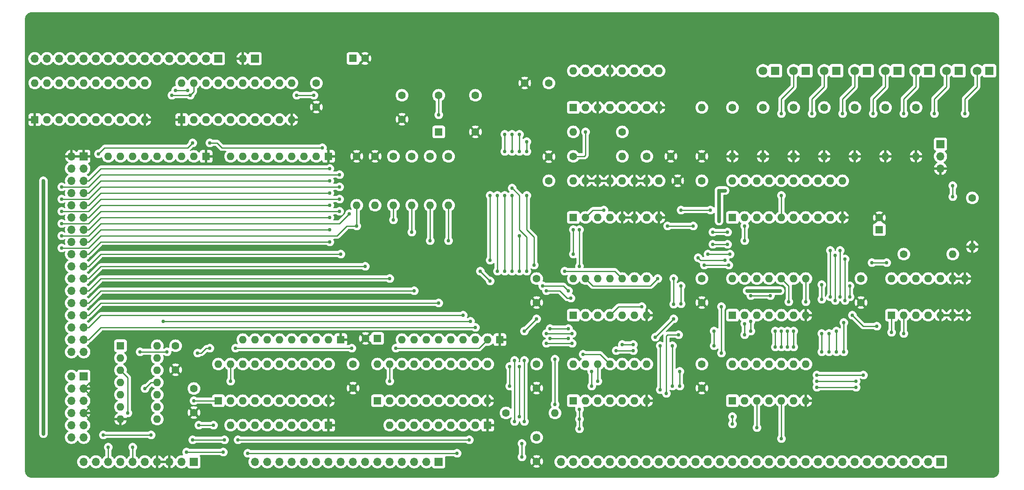
<source format=gbl>
G04 #@! TF.GenerationSoftware,KiCad,Pcbnew,(7.0.0)*
G04 #@! TF.CreationDate,2023-09-24T18:00:44-07:00*
G04 #@! TF.ProjectId,interface_clock,696e7465-7266-4616-9365-5f636c6f636b,rev?*
G04 #@! TF.SameCoordinates,Original*
G04 #@! TF.FileFunction,Copper,L2,Bot*
G04 #@! TF.FilePolarity,Positive*
%FSLAX46Y46*%
G04 Gerber Fmt 4.6, Leading zero omitted, Abs format (unit mm)*
G04 Created by KiCad (PCBNEW (7.0.0)) date 2023-09-24 18:00:44*
%MOMM*%
%LPD*%
G01*
G04 APERTURE LIST*
G04 #@! TA.AperFunction,ComponentPad*
%ADD10C,1.600000*%
G04 #@! TD*
G04 #@! TA.AperFunction,ComponentPad*
%ADD11R,1.700000X1.700000*%
G04 #@! TD*
G04 #@! TA.AperFunction,ComponentPad*
%ADD12O,1.700000X1.700000*%
G04 #@! TD*
G04 #@! TA.AperFunction,ComponentPad*
%ADD13R,1.600000X1.600000*%
G04 #@! TD*
G04 #@! TA.AperFunction,ComponentPad*
%ADD14O,1.600000X1.600000*%
G04 #@! TD*
G04 #@! TA.AperFunction,ComponentPad*
%ADD15R,1.800000X1.800000*%
G04 #@! TD*
G04 #@! TA.AperFunction,ComponentPad*
%ADD16C,1.800000*%
G04 #@! TD*
G04 #@! TA.AperFunction,ViaPad*
%ADD17C,0.762000*%
G04 #@! TD*
G04 #@! TA.AperFunction,Conductor*
%ADD18C,0.254000*%
G04 #@! TD*
G04 #@! TA.AperFunction,Conductor*
%ADD19C,0.762000*%
G04 #@! TD*
G04 APERTURE END LIST*
D10*
X157480000Y-106680000D03*
X157480000Y-111680000D03*
X224790000Y-106680000D03*
X224790000Y-111680000D03*
X86360000Y-129540000D03*
X86360000Y-134540000D03*
X111760000Y-66040000D03*
X111760000Y-71040000D03*
X160020000Y-86360000D03*
X160020000Y-81360000D03*
D11*
X241299999Y-144779999D03*
D12*
X238759999Y-144779999D03*
X236219999Y-144779999D03*
X233679999Y-144779999D03*
X231139999Y-144779999D03*
X228599999Y-144779999D03*
X226059999Y-144779999D03*
X223519999Y-144779999D03*
X220979999Y-144779999D03*
X218439999Y-144779999D03*
X215899999Y-144779999D03*
X213359999Y-144779999D03*
X210819999Y-144779999D03*
X208279999Y-144779999D03*
X205739999Y-144779999D03*
X203199999Y-144779999D03*
X200659999Y-144779999D03*
X198119999Y-144779999D03*
X195579999Y-144779999D03*
X193039999Y-144779999D03*
X190499999Y-144779999D03*
X187959999Y-144779999D03*
X185419999Y-144779999D03*
X182879999Y-144779999D03*
X180339999Y-144779999D03*
X177799999Y-144779999D03*
X175259999Y-144779999D03*
X172719999Y-144779999D03*
X170179999Y-144779999D03*
X167639999Y-144779999D03*
X165099999Y-144779999D03*
X162559999Y-144779999D03*
D11*
X86359999Y-144779999D03*
D12*
X83819999Y-144779999D03*
X81279999Y-144779999D03*
X78739999Y-144779999D03*
X76199999Y-144779999D03*
X73659999Y-144779999D03*
X71119999Y-144779999D03*
X68579999Y-144779999D03*
X66039999Y-144779999D03*
X63499999Y-144779999D03*
D11*
X137159999Y-144779999D03*
D12*
X134619999Y-144779999D03*
X132079999Y-144779999D03*
X129539999Y-144779999D03*
X126999999Y-144779999D03*
X124459999Y-144779999D03*
X121919999Y-144779999D03*
X119379999Y-144779999D03*
X116839999Y-144779999D03*
X114299999Y-144779999D03*
X111759999Y-144779999D03*
X109219999Y-144779999D03*
X106679999Y-144779999D03*
X104139999Y-144779999D03*
X101599999Y-144779999D03*
X99059999Y-144779999D03*
D13*
X114299999Y-137159999D03*
D14*
X111759999Y-137159999D03*
X109219999Y-137159999D03*
X106679999Y-137159999D03*
X104139999Y-137159999D03*
X101599999Y-137159999D03*
X99059999Y-137159999D03*
X96519999Y-137159999D03*
X93979999Y-137159999D03*
D13*
X147319999Y-137159999D03*
D14*
X144779999Y-137159999D03*
X142239999Y-137159999D03*
X139699999Y-137159999D03*
X137159999Y-137159999D03*
X134619999Y-137159999D03*
X132079999Y-137159999D03*
X129539999Y-137159999D03*
X126999999Y-137159999D03*
D13*
X149859999Y-119379999D03*
D14*
X147319999Y-119379999D03*
X144779999Y-119379999D03*
X142239999Y-119379999D03*
X139699999Y-119379999D03*
X137159999Y-119379999D03*
X134619999Y-119379999D03*
X132079999Y-119379999D03*
X129539999Y-119379999D03*
D13*
X116839999Y-119379999D03*
D14*
X114299999Y-119379999D03*
X111759999Y-119379999D03*
X109219999Y-119379999D03*
X106679999Y-119379999D03*
X104139999Y-119379999D03*
X101599999Y-119379999D03*
X99059999Y-119379999D03*
X96519999Y-119379999D03*
D13*
X137159999Y-76199999D03*
D10*
X144780000Y-76200000D03*
X144780000Y-68580000D03*
X137160000Y-68580000D03*
D13*
X198119999Y-114299999D03*
D14*
X200659999Y-114299999D03*
X203199999Y-114299999D03*
X205739999Y-114299999D03*
X208279999Y-114299999D03*
X210819999Y-114299999D03*
X213359999Y-114299999D03*
X213359999Y-106679999D03*
X210819999Y-106679999D03*
X208279999Y-106679999D03*
X205739999Y-106679999D03*
X203199999Y-106679999D03*
X200659999Y-106679999D03*
X198119999Y-106679999D03*
D13*
X198119999Y-132079999D03*
D14*
X200659999Y-132079999D03*
X203199999Y-132079999D03*
X205739999Y-132079999D03*
X208279999Y-132079999D03*
X210819999Y-132079999D03*
X213359999Y-132079999D03*
X213359999Y-124459999D03*
X210819999Y-124459999D03*
X208279999Y-124459999D03*
X205739999Y-124459999D03*
X203199999Y-124459999D03*
X200659999Y-124459999D03*
X198119999Y-124459999D03*
D10*
X191770000Y-111680000D03*
X191770000Y-106680000D03*
X191770000Y-124460000D03*
X191770000Y-129460000D03*
D13*
X165099999Y-114299999D03*
D14*
X167639999Y-114299999D03*
X170179999Y-114299999D03*
X172719999Y-114299999D03*
X175259999Y-114299999D03*
X177799999Y-114299999D03*
X180339999Y-114299999D03*
X180339999Y-106679999D03*
X177799999Y-106679999D03*
X175259999Y-106679999D03*
X172719999Y-106679999D03*
X170179999Y-106679999D03*
X167639999Y-106679999D03*
X165099999Y-106679999D03*
D13*
X231139999Y-114299999D03*
D14*
X233679999Y-114299999D03*
X236219999Y-114299999D03*
X238759999Y-114299999D03*
X241299999Y-114299999D03*
X243839999Y-114299999D03*
X246379999Y-114299999D03*
X246379999Y-106679999D03*
X243839999Y-106679999D03*
X241299999Y-106679999D03*
X238759999Y-106679999D03*
X236219999Y-106679999D03*
X233679999Y-106679999D03*
X231139999Y-106679999D03*
D13*
X124459999Y-132079999D03*
D14*
X126999999Y-132079999D03*
X129539999Y-132079999D03*
X132079999Y-132079999D03*
X134619999Y-132079999D03*
X137159999Y-132079999D03*
X139699999Y-132079999D03*
X142239999Y-132079999D03*
X144779999Y-132079999D03*
X147319999Y-132079999D03*
X147319999Y-124459999D03*
X144779999Y-124459999D03*
X142239999Y-124459999D03*
X139699999Y-124459999D03*
X137159999Y-124459999D03*
X134619999Y-124459999D03*
X132079999Y-124459999D03*
X129539999Y-124459999D03*
X126999999Y-124459999D03*
X124459999Y-124459999D03*
D13*
X165099999Y-93979999D03*
D14*
X167639999Y-93979999D03*
X170179999Y-93979999D03*
X172719999Y-93979999D03*
X175259999Y-93979999D03*
X177799999Y-93979999D03*
X180339999Y-93979999D03*
X182879999Y-93979999D03*
X182879999Y-86359999D03*
X180339999Y-86359999D03*
X177799999Y-86359999D03*
X175259999Y-86359999D03*
X172719999Y-86359999D03*
X170179999Y-86359999D03*
X167639999Y-86359999D03*
X165099999Y-86359999D03*
D10*
X119380000Y-124460000D03*
X119380000Y-129460000D03*
X157480000Y-124460000D03*
X157480000Y-129460000D03*
X191770000Y-81280000D03*
D14*
X191769999Y-71119999D03*
D10*
X120142000Y-81280000D03*
D14*
X120141999Y-91439999D03*
D10*
X123952000Y-81280000D03*
D14*
X123951999Y-91439999D03*
D10*
X127762000Y-81280000D03*
D14*
X127761999Y-91439999D03*
D10*
X131572000Y-81280000D03*
D14*
X131571999Y-91439999D03*
D10*
X135382000Y-81280000D03*
D14*
X135381999Y-91439999D03*
D10*
X139192000Y-81280000D03*
D14*
X139191999Y-91439999D03*
D13*
X165099999Y-132079999D03*
D14*
X167639999Y-132079999D03*
X170179999Y-132079999D03*
X172719999Y-132079999D03*
X175259999Y-132079999D03*
X177799999Y-132079999D03*
X180339999Y-132079999D03*
X180339999Y-124459999D03*
X177799999Y-124459999D03*
X175259999Y-124459999D03*
X172719999Y-124459999D03*
X170179999Y-124459999D03*
X167639999Y-124459999D03*
X165099999Y-124459999D03*
D10*
X191770000Y-86360000D03*
X186770000Y-86360000D03*
D15*
X207009999Y-63499999D03*
D16*
X204470000Y-63500000D03*
D15*
X213359999Y-63499999D03*
D16*
X210820000Y-63500000D03*
D15*
X219709999Y-63499999D03*
D16*
X217170000Y-63500000D03*
D15*
X226059999Y-63499999D03*
D16*
X223520000Y-63500000D03*
D15*
X232409999Y-63499999D03*
D16*
X229870000Y-63500000D03*
D15*
X238759999Y-63499999D03*
D16*
X236220000Y-63500000D03*
D10*
X198120000Y-71120000D03*
D14*
X198119999Y-81279999D03*
D10*
X204470000Y-71120000D03*
D14*
X204469999Y-81279999D03*
D10*
X210820000Y-71120000D03*
D14*
X210819999Y-81279999D03*
D10*
X217170000Y-71120000D03*
D14*
X217169999Y-81279999D03*
D10*
X223520000Y-71120000D03*
D14*
X223519999Y-81279999D03*
D10*
X229870000Y-71120000D03*
D14*
X229869999Y-81279999D03*
D13*
X198119999Y-93979999D03*
D14*
X200659999Y-93979999D03*
X203199999Y-93979999D03*
X205739999Y-93979999D03*
X208279999Y-93979999D03*
X210819999Y-93979999D03*
X213359999Y-93979999D03*
X215899999Y-93979999D03*
X218439999Y-93979999D03*
X220979999Y-93979999D03*
X220979999Y-86359999D03*
X218439999Y-86359999D03*
X215899999Y-86359999D03*
X213359999Y-86359999D03*
X210819999Y-86359999D03*
X208279999Y-86359999D03*
X205739999Y-86359999D03*
X203199999Y-86359999D03*
X200659999Y-86359999D03*
X198119999Y-86359999D03*
D10*
X82550000Y-120650000D03*
X82550000Y-125650000D03*
D13*
X71119999Y-120649999D03*
D14*
X71119999Y-123189999D03*
X71119999Y-125729999D03*
X71119999Y-128269999D03*
X71119999Y-130809999D03*
X71119999Y-133349999D03*
X71119999Y-135889999D03*
X78739999Y-135889999D03*
X78739999Y-133349999D03*
X78739999Y-130809999D03*
X78739999Y-128269999D03*
X78739999Y-125729999D03*
X78739999Y-123189999D03*
X78739999Y-120649999D03*
D15*
X245109999Y-63499999D03*
D16*
X242570000Y-63500000D03*
D15*
X251459999Y-63499999D03*
D16*
X248920000Y-63500000D03*
D10*
X236220000Y-71120000D03*
D14*
X236219999Y-81279999D03*
D10*
X165100000Y-81280000D03*
D14*
X175259999Y-81279999D03*
D10*
X247904000Y-89916000D03*
D14*
X247903999Y-100075999D03*
D10*
X180340000Y-81280000D03*
X185340000Y-81280000D03*
X233680000Y-101600000D03*
D14*
X243839999Y-101599999D03*
D10*
X160020000Y-66040000D03*
X155020000Y-66040000D03*
X157480000Y-139700000D03*
X157480000Y-144700000D03*
D13*
X165099999Y-71119999D03*
D14*
X167639999Y-71119999D03*
X170179999Y-71119999D03*
X172719999Y-71119999D03*
X175259999Y-71119999D03*
X177799999Y-71119999D03*
X180339999Y-71119999D03*
X182879999Y-71119999D03*
X182879999Y-63499999D03*
X180339999Y-63499999D03*
X177799999Y-63499999D03*
X175259999Y-63499999D03*
X172719999Y-63499999D03*
X170179999Y-63499999D03*
X167639999Y-63499999D03*
X165099999Y-63499999D03*
D10*
X151130000Y-134620000D03*
D14*
X161289999Y-134619999D03*
D13*
X91439999Y-132079999D03*
D14*
X93979999Y-132079999D03*
X96519999Y-132079999D03*
X99059999Y-132079999D03*
X101599999Y-132079999D03*
X104139999Y-132079999D03*
X106679999Y-132079999D03*
X109219999Y-132079999D03*
X111759999Y-132079999D03*
X114299999Y-132079999D03*
X114299999Y-124459999D03*
X111759999Y-124459999D03*
X109219999Y-124459999D03*
X106679999Y-124459999D03*
X104139999Y-124459999D03*
X101599999Y-124459999D03*
X99059999Y-124459999D03*
X96519999Y-124459999D03*
X93979999Y-124459999D03*
X91439999Y-124459999D03*
D10*
X175260000Y-76200000D03*
D14*
X165099999Y-76199999D03*
D13*
X114299999Y-81279999D03*
D14*
X111759999Y-81279999D03*
X109219999Y-81279999D03*
X106679999Y-81279999D03*
X104139999Y-81279999D03*
X101599999Y-81279999D03*
X99059999Y-81279999D03*
X96519999Y-81279999D03*
X93979999Y-81279999D03*
D13*
X228599999Y-96519999D03*
D10*
X228600000Y-94020000D03*
D13*
X88899999Y-81279999D03*
D14*
X86359999Y-81279999D03*
X83819999Y-81279999D03*
X81279999Y-81279999D03*
X78739999Y-81279999D03*
X76199999Y-81279999D03*
X73659999Y-81279999D03*
X71119999Y-81279999D03*
X68579999Y-81279999D03*
D11*
X91439999Y-60959999D03*
D12*
X88899999Y-60959999D03*
X86359999Y-60959999D03*
X83819999Y-60959999D03*
X81279999Y-60959999D03*
X78739999Y-60959999D03*
X76199999Y-60959999D03*
X73659999Y-60959999D03*
X71119999Y-60959999D03*
X68579999Y-60959999D03*
X66039999Y-60959999D03*
X63499999Y-60959999D03*
X60959999Y-60959999D03*
X58419999Y-60959999D03*
X55879999Y-60959999D03*
X53339999Y-60959999D03*
D11*
X241299999Y-78739999D03*
D12*
X241299999Y-81279999D03*
X241299999Y-83819999D03*
D13*
X124459999Y-119125999D03*
D10*
X121960000Y-119126000D03*
D13*
X83824999Y-73649999D03*
D14*
X86364999Y-73649999D03*
X88904999Y-73649999D03*
X91444999Y-73649999D03*
X93984999Y-73649999D03*
X96524999Y-73649999D03*
X99064999Y-73649999D03*
X101604999Y-73649999D03*
X104144999Y-73649999D03*
X106684999Y-73649999D03*
X106684999Y-66029999D03*
X104144999Y-66029999D03*
X101604999Y-66029999D03*
X99064999Y-66029999D03*
X96524999Y-66029999D03*
X93984999Y-66029999D03*
X91444999Y-66029999D03*
X88904999Y-66029999D03*
X86364999Y-66029999D03*
X83824999Y-66029999D03*
D11*
X63499999Y-126999999D03*
D12*
X60959999Y-126999999D03*
X63499999Y-129539999D03*
X60959999Y-129539999D03*
X63499999Y-132079999D03*
X60959999Y-132079999D03*
X63499999Y-134619999D03*
X60959999Y-134619999D03*
X63499999Y-137159999D03*
X60959999Y-137159999D03*
X63499999Y-139699999D03*
X60959999Y-139699999D03*
D10*
X129540000Y-68580000D03*
X129540000Y-73580000D03*
D13*
X119379999Y-60919999D03*
D10*
X121880000Y-60920000D03*
D11*
X63499999Y-81279999D03*
D12*
X60959999Y-81279999D03*
X63499999Y-83819999D03*
X60959999Y-83819999D03*
X63499999Y-86359999D03*
X60959999Y-86359999D03*
X63499999Y-88899999D03*
X60959999Y-88899999D03*
X63499999Y-91439999D03*
X60959999Y-91439999D03*
X63499999Y-93979999D03*
X60959999Y-93979999D03*
X63499999Y-96519999D03*
X60959999Y-96519999D03*
X63499999Y-99059999D03*
X60959999Y-99059999D03*
X63499999Y-101599999D03*
X60959999Y-101599999D03*
X63499999Y-104139999D03*
X60959999Y-104139999D03*
X63499999Y-106679999D03*
X60959999Y-106679999D03*
X63499999Y-109219999D03*
X60959999Y-109219999D03*
X63499999Y-111759999D03*
X60959999Y-111759999D03*
X63499999Y-114299999D03*
X60959999Y-114299999D03*
X63499999Y-116839999D03*
X60959999Y-116839999D03*
X63499999Y-119379999D03*
X60959999Y-119379999D03*
X63499999Y-121919999D03*
X60959999Y-121919999D03*
D11*
X99059999Y-60959999D03*
D12*
X96519999Y-60959999D03*
D13*
X53344999Y-73649999D03*
D14*
X55884999Y-73649999D03*
X58424999Y-73649999D03*
X60964999Y-73649999D03*
X63504999Y-73649999D03*
X66044999Y-73649999D03*
X68584999Y-73649999D03*
X71124999Y-73649999D03*
X73664999Y-73649999D03*
X76204999Y-73649999D03*
X76204999Y-66029999D03*
X73664999Y-66029999D03*
X71124999Y-66029999D03*
X68584999Y-66029999D03*
X66044999Y-66029999D03*
X63504999Y-66029999D03*
X60964999Y-66029999D03*
X58424999Y-66029999D03*
X55884999Y-66029999D03*
X53344999Y-66029999D03*
D17*
X137160000Y-72644000D03*
X206756000Y-109220000D03*
X202438000Y-109220000D03*
X55118000Y-86360000D03*
X208026000Y-109219992D03*
X195326000Y-88392000D03*
X201168000Y-109220000D03*
X158750000Y-108204000D03*
X243839988Y-89662000D03*
X167640000Y-76200000D03*
X164084000Y-109220000D03*
X55118000Y-87884000D03*
X243840000Y-87376000D03*
X196596000Y-88392000D03*
X195326000Y-93472000D03*
X55118000Y-137414000D03*
X195326000Y-94742000D03*
X55118000Y-138938000D03*
X210820000Y-120903994D03*
X210820000Y-117602000D03*
X72644000Y-134620000D03*
X73660000Y-141732000D03*
X68580000Y-141732000D03*
X140970000Y-143002000D03*
X194056000Y-99568000D03*
X197104000Y-99568000D03*
X92456000Y-142747986D03*
X221234000Y-115824000D03*
X221488000Y-102616000D03*
X203200002Y-137668000D03*
X200660000Y-98806000D03*
X221234000Y-121920000D03*
X97536000Y-143002000D03*
X200660000Y-95758000D03*
X221488000Y-111252000D03*
X84836000Y-142748000D03*
X85090000Y-67564000D03*
X82550016Y-67564000D03*
X208280000Y-89408000D03*
X116586000Y-90170000D03*
X131572000Y-97028000D03*
X164084000Y-119126000D03*
X160274000Y-119126000D03*
X153924000Y-105156000D03*
X58928000Y-92710000D03*
X153924000Y-97790000D03*
X66548000Y-80772000D03*
X86106000Y-78486000D03*
X113030000Y-79502000D03*
X89662000Y-78486000D03*
X114554000Y-83820000D03*
X114554000Y-86360000D03*
X114554000Y-88900000D03*
X114554000Y-91440000D03*
X114554000Y-93980000D03*
X114554000Y-96520000D03*
X114554000Y-99060000D03*
X116840000Y-101600000D03*
X121920000Y-104140000D03*
X127000000Y-106680000D03*
X132080000Y-109220000D03*
X137160000Y-111760000D03*
X142240000Y-114300000D03*
X144780000Y-116840000D03*
X89662000Y-121158000D03*
X87122000Y-122174000D03*
X94996000Y-121158000D03*
X80772000Y-121920000D03*
X75184000Y-121920000D03*
X128270000Y-121158000D03*
X119126000Y-121158000D03*
X209804000Y-111506000D03*
X209550000Y-117602000D03*
X209550000Y-120904000D03*
X194310000Y-117602000D03*
X194310000Y-120650000D03*
X155448008Y-105155996D03*
X159512000Y-118110000D03*
X152400000Y-80264000D03*
X152400000Y-87884000D03*
X152400000Y-76708000D03*
X164846000Y-118110000D03*
X187451994Y-92456000D03*
X118618000Y-93218000D03*
X58928000Y-97790000D03*
X171450000Y-92456000D03*
X193548000Y-92456000D03*
X116586000Y-92710000D03*
X165100000Y-96520000D03*
X58928000Y-95250000D03*
X165100000Y-101600000D03*
X127762000Y-94488000D03*
X164084000Y-117094000D03*
X166370000Y-96520000D03*
X160274000Y-117094000D03*
X166370000Y-104140000D03*
X207010000Y-120904000D03*
X207010000Y-117602000D03*
X201930000Y-115570000D03*
X201930000Y-117602000D03*
X149352000Y-89408000D03*
X151892000Y-124968000D03*
X149352000Y-105156000D03*
X151892000Y-129032010D03*
X189992000Y-95758000D03*
X227076000Y-103378000D03*
X194056000Y-97028000D03*
X58928000Y-100330000D03*
X184657980Y-95758000D03*
X230124000Y-103378000D03*
X120142000Y-95758000D03*
X197104006Y-97028000D03*
X183134000Y-120650000D03*
X183134000Y-129794000D03*
X185674000Y-120650000D03*
X185674000Y-129032018D03*
X154940000Y-123698000D03*
X154432000Y-143764000D03*
X154940000Y-136398000D03*
X154940000Y-117602000D03*
X157480000Y-115062000D03*
X154432000Y-140970000D03*
X86360000Y-132080000D03*
X87376000Y-137160000D03*
X90424000Y-137160000D03*
X208280000Y-139954000D03*
X195834000Y-122174000D03*
X195833990Y-112522000D03*
X179324000Y-112522000D03*
X77470000Y-139192000D03*
X67564000Y-139192000D03*
X76200000Y-129540000D03*
X150876000Y-80264000D03*
X143510000Y-140208000D03*
X150876000Y-89408000D03*
X92710000Y-140208006D03*
X219456000Y-101854000D03*
X218186000Y-118110000D03*
X219456000Y-111252000D03*
X152908000Y-136398000D03*
X218186000Y-121920000D03*
X150875986Y-105156000D03*
X95504000Y-140208000D03*
X86106000Y-140208000D03*
X152908000Y-123698000D03*
X150876000Y-76708000D03*
X155448000Y-89408000D03*
X201930000Y-110236000D03*
X205994000Y-110236000D03*
X218440000Y-110490000D03*
X156972000Y-103886000D03*
X159512000Y-109220000D03*
X218440000Y-100838000D03*
X164592000Y-110744000D03*
X155448000Y-80264000D03*
X155448000Y-78232000D03*
X143764000Y-115570000D03*
X80010000Y-115570000D03*
X208280000Y-72390000D03*
X214630000Y-72390000D03*
X220980000Y-72390000D03*
X227330000Y-72390000D03*
X233680000Y-72390000D03*
X240030000Y-72390000D03*
X220472000Y-110490000D03*
X219710000Y-117602000D03*
X58928000Y-87630000D03*
X220472000Y-100838000D03*
X198120000Y-136906000D03*
X139192000Y-98806000D03*
X116586000Y-85090000D03*
X198120000Y-135382000D03*
X219710000Y-121920000D03*
X116586000Y-87630000D03*
X145796000Y-105156000D03*
X147828000Y-107188000D03*
X58928000Y-90170000D03*
X159512000Y-120142000D03*
X135382000Y-98806000D03*
X164846000Y-120142000D03*
X167132000Y-122428000D03*
X81788000Y-68580000D03*
X216662000Y-107950000D03*
X107696000Y-68580012D03*
X191008000Y-102362000D03*
X147828000Y-89408000D03*
X216662000Y-118110000D03*
X147828000Y-102869996D03*
X216662000Y-121920000D03*
X85598000Y-68580000D03*
X216662000Y-110998000D03*
X196596000Y-102870000D03*
X111252000Y-68580000D03*
X215646000Y-128016000D03*
X170180000Y-128016000D03*
X93980000Y-128016000D03*
X127000000Y-128016000D03*
X223774000Y-128016000D03*
X168910000Y-129032000D03*
X168910000Y-125984020D03*
X166370000Y-133858000D03*
X166370000Y-135890000D03*
X166370000Y-137922000D03*
X197358000Y-103886000D03*
X161290000Y-132841996D03*
X163322000Y-105156000D03*
X192278000Y-103886000D03*
X161290000Y-123444000D03*
X187452000Y-108204000D03*
X187452000Y-111937300D03*
X213359994Y-111506000D03*
X200660000Y-118364000D03*
X186944000Y-118364000D03*
X200660000Y-116078000D03*
X184404000Y-130556000D03*
X223774000Y-129286000D03*
X233680000Y-118110000D03*
X215646000Y-129286000D03*
X223012000Y-114300000D03*
X193040000Y-101600000D03*
X222504000Y-108204000D03*
X228092000Y-116586000D03*
X197612000Y-101600000D03*
X222504000Y-110490000D03*
X187198000Y-129032000D03*
X187198000Y-125984000D03*
X152400000Y-89408000D03*
X153924000Y-80264000D03*
X152400000Y-105156000D03*
X153924000Y-124968000D03*
X153924000Y-135382000D03*
X153924000Y-76708000D03*
X246380000Y-72390000D03*
X208280000Y-120904000D03*
X208280000Y-117602000D03*
X177546000Y-120396000D03*
X175260000Y-120396000D03*
X182118000Y-118872000D03*
X185928000Y-112014000D03*
X185928000Y-115062000D03*
X182626000Y-106680000D03*
X185928000Y-106680000D03*
X215646000Y-126746000D03*
X225298000Y-126746000D03*
X173990000Y-121666000D03*
X177546000Y-121666000D03*
X231140000Y-117856000D03*
D18*
X63500000Y-129540000D02*
X64516000Y-130556000D01*
X63500000Y-129540000D02*
X64516000Y-128524000D01*
X63500000Y-134620000D02*
X64516000Y-133604000D01*
X63500000Y-134620000D02*
X64516000Y-135636000D01*
X164084000Y-109220000D02*
X163068000Y-108204000D01*
X167386000Y-81280000D02*
X167640000Y-81026000D01*
X137160000Y-68580000D02*
X137160000Y-72644000D01*
D19*
X195326000Y-94742000D02*
X195326000Y-88392000D01*
D18*
X243840000Y-87376000D02*
X243840000Y-89661988D01*
D19*
X55118000Y-87884000D02*
X55118000Y-86360000D01*
X55118000Y-138938000D02*
X55118000Y-87884000D01*
D18*
X243840000Y-89661988D02*
X243839988Y-89662000D01*
X165100000Y-81280000D02*
X167386000Y-81280000D01*
D19*
X201168008Y-109219992D02*
X201168000Y-109220000D01*
D18*
X163068000Y-108204000D02*
X158750000Y-108204000D01*
D19*
X208026000Y-109219992D02*
X201168008Y-109219992D01*
D18*
X167640000Y-81026000D02*
X167640000Y-76200000D01*
D19*
X195326000Y-88392000D02*
X196596000Y-88392000D01*
D18*
X210820000Y-120903994D02*
X210820000Y-117602000D01*
X73660000Y-141732000D02*
X73660000Y-144780000D01*
X72644000Y-134081185D02*
X72644000Y-134620000D01*
X72644000Y-127254000D02*
X72644000Y-134081185D01*
X71120000Y-125730000D02*
X72644000Y-127254000D01*
X68580000Y-144780000D02*
X68580000Y-141986000D01*
X68580000Y-141986000D02*
X68580000Y-141732000D01*
X203200000Y-132080000D02*
X203200000Y-137667998D01*
X200660000Y-98806000D02*
X200660000Y-95758000D01*
X221234000Y-121381185D02*
X221234000Y-115824000D01*
X197104000Y-99568000D02*
X194056000Y-99568000D01*
X203200000Y-137667998D02*
X203200002Y-137668000D01*
X84836014Y-142747986D02*
X84836000Y-142748000D01*
X221234000Y-121920000D02*
X221234000Y-121381185D01*
X221488000Y-102616000D02*
X221488000Y-111252000D01*
X140970000Y-143002000D02*
X97536000Y-143002000D01*
X92456000Y-142747986D02*
X84836014Y-142747986D01*
X82550016Y-67564000D02*
X85090000Y-67564000D01*
X58928000Y-92710000D02*
X64516000Y-92710000D01*
X64516000Y-92710000D02*
X67056000Y-90170000D01*
X67056000Y-90170000D02*
X116586000Y-90170000D01*
X208280000Y-93980000D02*
X208280000Y-89408000D01*
X131572000Y-97028000D02*
X131572000Y-91440000D01*
X153924000Y-98298000D02*
X153924000Y-97790000D01*
X164084000Y-119126000D02*
X160274000Y-119126000D01*
X153924000Y-105156000D02*
X153924000Y-98298000D01*
X85090000Y-79502000D02*
X86106000Y-78486000D01*
X91186000Y-78486000D02*
X92202000Y-79502000D01*
X89662000Y-78486000D02*
X91186000Y-78486000D01*
X66548000Y-80772000D02*
X67818000Y-79502000D01*
X92202000Y-79502000D02*
X113030000Y-79502000D01*
X67818000Y-79502000D02*
X85090000Y-79502000D01*
X64516000Y-86360000D02*
X63500000Y-86360000D01*
X67056000Y-83820000D02*
X64516000Y-86360000D01*
X114554000Y-83820000D02*
X67056000Y-83820000D01*
X64516000Y-88900000D02*
X63500000Y-88900000D01*
X114554000Y-86360000D02*
X67056000Y-86360000D01*
X67056000Y-86360000D02*
X64516000Y-88900000D01*
X67056000Y-88900000D02*
X114554000Y-88900000D01*
X63500000Y-91440000D02*
X64516000Y-91440000D01*
X64516000Y-91440000D02*
X67056000Y-88900000D01*
X64516000Y-93980000D02*
X67056000Y-91440000D01*
X67056000Y-91440000D02*
X114554000Y-91440000D01*
X63500000Y-93980000D02*
X64516000Y-93980000D01*
X63500000Y-96520000D02*
X64516000Y-96520000D01*
X67056000Y-93980000D02*
X114554000Y-93980000D01*
X64516000Y-96520000D02*
X67056000Y-93980000D01*
X63500000Y-99060000D02*
X64516000Y-99060000D01*
X67056000Y-96520000D02*
X114554000Y-96520000D01*
X64516000Y-99060000D02*
X67056000Y-96520000D01*
X64516000Y-101600000D02*
X67056000Y-99060000D01*
X63500000Y-101600000D02*
X64516000Y-101600000D01*
X67056000Y-99060000D02*
X114554000Y-99060000D01*
X63500000Y-104140000D02*
X64516000Y-104140000D01*
X64516000Y-104140000D02*
X67056000Y-101600000D01*
X67056000Y-101600000D02*
X116840000Y-101600000D01*
X63500000Y-106680000D02*
X64516000Y-106680000D01*
X64516000Y-106680000D02*
X67056000Y-104140000D01*
X67056000Y-104140000D02*
X121920000Y-104140000D01*
X67056000Y-106680000D02*
X127000000Y-106680000D01*
X63500000Y-109220000D02*
X64516000Y-109220000D01*
X64516000Y-109220000D02*
X67056000Y-106680000D01*
X67056000Y-109220000D02*
X132080000Y-109220000D01*
X64516000Y-111760000D02*
X67056000Y-109220000D01*
X63500000Y-111760000D02*
X64516000Y-111760000D01*
X67056000Y-111760000D02*
X137160000Y-111760000D01*
X64516000Y-114300000D02*
X67056000Y-111760000D01*
X63500000Y-114300000D02*
X64516000Y-114300000D01*
X67056000Y-114300000D02*
X142240000Y-114300000D01*
X63500000Y-116840000D02*
X64516000Y-116840000D01*
X64516000Y-116840000D02*
X67056000Y-114300000D01*
X64516000Y-119380000D02*
X67056000Y-116840000D01*
X67056000Y-116840000D02*
X144780000Y-116840000D01*
X63500000Y-119380000D02*
X64516000Y-119380000D01*
X87884000Y-122174000D02*
X87122000Y-122174000D01*
X89662000Y-121158000D02*
X88900000Y-121158000D01*
X88900000Y-121158000D02*
X87884000Y-122174000D01*
X145542000Y-121158000D02*
X144780000Y-121158000D01*
X75184000Y-121920000D02*
X80772000Y-121920000D01*
X147320000Y-119380000D02*
X145542000Y-121158000D01*
X119126000Y-121158000D02*
X94996000Y-121158000D01*
X144780000Y-121158000D02*
X128270000Y-121158000D01*
X209550000Y-120904000D02*
X209550000Y-117602000D01*
X208280000Y-106680000D02*
X209804000Y-108204000D01*
X209804000Y-108204000D02*
X209804000Y-111506000D01*
X194310000Y-117602000D02*
X194310000Y-120650000D01*
X155448008Y-105155996D02*
X155448000Y-105155988D01*
X153924000Y-96520000D02*
X153924000Y-89408000D01*
X159512000Y-118110000D02*
X164846000Y-118110000D01*
X152400000Y-80264000D02*
X152400000Y-76708000D01*
X155448000Y-98044000D02*
X153924000Y-96520000D01*
X155448000Y-105155988D02*
X155448000Y-98044000D01*
X152780999Y-88264999D02*
X152400000Y-87884000D01*
X153924000Y-89408000D02*
X152780999Y-88264999D01*
X193009185Y-92456000D02*
X187451994Y-92456000D01*
X167640000Y-93980000D02*
X169164000Y-92456000D01*
X116586000Y-95250000D02*
X67056000Y-95250000D01*
X193548000Y-92456000D02*
X193009185Y-92456000D01*
X67056000Y-95250000D02*
X64516000Y-97790000D01*
X118618000Y-93218000D02*
X116586000Y-95250000D01*
X64516000Y-97790000D02*
X58928000Y-97790000D01*
X169164000Y-92456000D02*
X171450000Y-92456000D01*
X58928000Y-95250000D02*
X64516000Y-95250000D01*
X64516000Y-95250000D02*
X67056000Y-92710000D01*
X127762000Y-94488000D02*
X127762000Y-91440000D01*
X67056000Y-92710000D02*
X116586000Y-92710000D01*
X165100000Y-101600000D02*
X165100000Y-96520000D01*
X166370000Y-96520000D02*
X166370000Y-104140000D01*
X160274000Y-117094000D02*
X164084000Y-117094000D01*
X207010000Y-120904000D02*
X207010000Y-117602000D01*
X201930000Y-117602000D02*
X201930000Y-115570000D01*
X151892000Y-124968000D02*
X151892000Y-129032010D01*
X149352000Y-89408000D02*
X149352000Y-105156000D01*
X189992000Y-95758000D02*
X184657980Y-95758000D01*
X64516000Y-100330000D02*
X67056000Y-97790000D01*
X118110000Y-95758000D02*
X120142000Y-95758000D01*
X120142000Y-95758000D02*
X120142000Y-91440000D01*
X197104006Y-97028000D02*
X194056000Y-97028000D01*
X116078000Y-97790000D02*
X118110000Y-95758000D01*
X67056000Y-97790000D02*
X116078000Y-97790000D01*
X58928000Y-100330000D02*
X64516000Y-100330000D01*
X230124000Y-103378000D02*
X227076000Y-103378000D01*
X183134000Y-129794000D02*
X183134000Y-120650000D01*
X185674000Y-120650000D02*
X185674000Y-129032018D01*
X91440000Y-132080000D02*
X86360000Y-132080000D01*
X154940000Y-136398000D02*
X154940000Y-123698000D01*
X154432000Y-143764000D02*
X154432000Y-140970000D01*
X154940000Y-117602000D02*
X157480000Y-115062000D01*
X208280000Y-132080000D02*
X208280000Y-139954000D01*
X90424000Y-137160000D02*
X87376000Y-137160000D01*
X195834000Y-112522010D02*
X195833990Y-112522000D01*
X195834000Y-122174000D02*
X195834000Y-112522010D01*
X174498000Y-112522000D02*
X179324000Y-112522000D01*
X172720000Y-114300000D02*
X174498000Y-112522000D01*
X67564000Y-139192000D02*
X77470000Y-139192000D01*
X78740000Y-128270000D02*
X77470000Y-128270000D01*
X77470000Y-128270000D02*
X76200000Y-129540000D01*
X150876000Y-80264000D02*
X150876000Y-76708000D01*
X152908000Y-136398000D02*
X152908000Y-123698000D01*
X219456000Y-107696000D02*
X219456000Y-101854000D01*
X150876000Y-105155986D02*
X150875986Y-105156000D01*
X218186000Y-118110000D02*
X218186000Y-121920000D01*
X219456000Y-111252000D02*
X219456000Y-107696000D01*
X143510000Y-140208000D02*
X95504000Y-140208000D01*
X86106006Y-140208006D02*
X86106000Y-140208000D01*
X150876000Y-89408000D02*
X150876000Y-105155986D01*
X92710000Y-140208006D02*
X86106006Y-140208006D01*
X155448000Y-80264000D02*
X155448000Y-78232000D01*
X155448000Y-96520000D02*
X155448000Y-89408000D01*
X163830000Y-110744000D02*
X164592000Y-110744000D01*
X201930000Y-110236000D02*
X205994000Y-110236000D01*
X143764000Y-115570000D02*
X80010000Y-115570000D01*
X159512000Y-109220000D02*
X162306000Y-109220000D01*
X156972000Y-103886000D02*
X156972000Y-98044000D01*
X218440000Y-110490000D02*
X218440000Y-100838000D01*
X156972000Y-98044000D02*
X155448000Y-96520000D01*
X162306000Y-109220000D02*
X163830000Y-110744000D01*
X208280000Y-72390000D02*
X208280000Y-69342000D01*
X210820000Y-66802000D02*
X210820000Y-63500000D01*
X208280000Y-69342000D02*
X210820000Y-66802000D01*
X214630000Y-72390000D02*
X214630000Y-69342000D01*
X214630000Y-69342000D02*
X217170000Y-66802000D01*
X217170000Y-66802000D02*
X217170000Y-63500000D01*
X223520000Y-66802000D02*
X223520000Y-63500000D01*
X220980000Y-69342000D02*
X223520000Y-66802000D01*
X220980000Y-72390000D02*
X220980000Y-69342000D01*
X227330000Y-69342000D02*
X229870000Y-66802000D01*
X229870000Y-66802000D02*
X229870000Y-63500000D01*
X227330000Y-72390000D02*
X227330000Y-69342000D01*
X233680000Y-72390000D02*
X233680000Y-69342000D01*
X236220000Y-66802000D02*
X236220000Y-63500000D01*
X233680000Y-69342000D02*
X236220000Y-66802000D01*
X240030000Y-72390000D02*
X240030000Y-69342000D01*
X240030000Y-69342000D02*
X242570000Y-66802000D01*
X242570000Y-66802000D02*
X242570000Y-63500000D01*
X220472000Y-110490000D02*
X220472000Y-100838000D01*
X219710000Y-121920000D02*
X219710000Y-121381185D01*
X67056000Y-85090000D02*
X64516000Y-87630000D01*
X198120000Y-136906000D02*
X198120000Y-135382000D01*
X116586000Y-85090000D02*
X67056000Y-85090000D01*
X64516000Y-87630000D02*
X58928000Y-87630000D01*
X139192000Y-98806000D02*
X139192000Y-91440000D01*
X219710000Y-121381185D02*
X219710000Y-117602000D01*
X164846000Y-120142000D02*
X159512000Y-120142000D01*
X145796000Y-105156000D02*
X147828000Y-107188000D01*
X170688000Y-122428000D02*
X172720000Y-124460000D01*
X135382000Y-98806000D02*
X135382000Y-91440000D01*
X167132000Y-122428000D02*
X170688000Y-122428000D01*
X64516000Y-90170000D02*
X67056000Y-87630000D01*
X67056000Y-87630000D02*
X116586000Y-87630000D01*
X58928000Y-90170000D02*
X64516000Y-90170000D01*
X86360000Y-67818000D02*
X85598000Y-68580000D01*
X111251988Y-68580012D02*
X111252000Y-68580000D01*
X107696000Y-68580012D02*
X111251988Y-68580012D01*
X191516000Y-102870000D02*
X191008000Y-102362000D01*
X82326815Y-68580000D02*
X85598000Y-68580000D01*
X86360000Y-66040000D02*
X86360000Y-67818000D01*
X216662000Y-118110000D02*
X216662000Y-121920000D01*
X216662000Y-110998000D02*
X216662000Y-107950000D01*
X196596000Y-102870000D02*
X191516000Y-102870000D01*
X81788000Y-68580000D02*
X82326815Y-68580000D01*
X147828000Y-89408000D02*
X147828000Y-102869996D01*
X93980000Y-128016000D02*
X93980000Y-124460000D01*
X170180000Y-124460000D02*
X170180000Y-128016000D01*
X127000000Y-128016000D02*
X127000000Y-124460000D01*
X215646000Y-128016000D02*
X223774000Y-128016000D01*
X168910000Y-129032000D02*
X168910000Y-125984020D01*
X166370000Y-133858000D02*
X166370000Y-135890000D01*
X166370000Y-135890000D02*
X166370000Y-137922000D01*
X161290000Y-132841996D02*
X161290000Y-123952000D01*
X173736000Y-105156000D02*
X175260000Y-106680000D01*
X161290000Y-123952000D02*
X161290000Y-123444000D01*
X163322000Y-105156000D02*
X173736000Y-105156000D01*
X197358000Y-103886000D02*
X192278000Y-103886000D01*
X213360000Y-106680000D02*
X213360000Y-111505994D01*
X213360000Y-111505994D02*
X213359994Y-111506000D01*
X187452000Y-111937300D02*
X187452000Y-108204000D01*
X184404000Y-130017185D02*
X184404000Y-130556000D01*
X184658000Y-118364000D02*
X184404000Y-118618000D01*
X184404000Y-118618000D02*
X184404000Y-130017185D01*
X186944000Y-118364000D02*
X184658000Y-118364000D01*
X200660000Y-116078000D02*
X200660000Y-118364000D01*
X233680000Y-114300000D02*
X233680000Y-118110000D01*
X223774000Y-129286000D02*
X215646000Y-129286000D01*
X225298000Y-116586000D02*
X228092000Y-116586000D01*
X223012000Y-114300000D02*
X225298000Y-116586000D01*
X222504000Y-110490000D02*
X222504000Y-108204000D01*
X193040000Y-101600000D02*
X197612000Y-101600000D01*
X187198000Y-125984000D02*
X187198000Y-129032000D01*
X153924000Y-135382000D02*
X153924000Y-124968000D01*
X153924000Y-80264000D02*
X153924000Y-76708000D01*
X152400000Y-89408000D02*
X152400000Y-105156000D01*
X246380000Y-69342000D02*
X248920000Y-66802000D01*
X248920000Y-66802000D02*
X248920000Y-63500000D01*
X246380000Y-72390000D02*
X246380000Y-69342000D01*
X208280000Y-120904000D02*
X208280000Y-117602000D01*
X169418000Y-108204000D02*
X181102000Y-108204000D01*
X167640000Y-106680000D02*
X169164000Y-108204000D01*
X185928000Y-115062000D02*
X182118000Y-118872000D01*
X177546000Y-120396000D02*
X175260000Y-120396000D01*
X185928000Y-106680000D02*
X185928000Y-112014000D01*
X181102000Y-108204000D02*
X182626000Y-106680000D01*
X169164000Y-108204000D02*
X169418000Y-108204000D01*
X225298000Y-126746000D02*
X215646000Y-126746000D01*
X177546000Y-121666000D02*
X173990000Y-121666000D01*
X231140000Y-114300000D02*
X231140000Y-117856000D01*
G04 #@! TA.AperFunction,Conductor*
G36*
X252099929Y-51308888D02*
G01*
X252119292Y-51310411D01*
X252303583Y-51324915D01*
X252323092Y-51328005D01*
X252516912Y-51374538D01*
X252535696Y-51380642D01*
X252719841Y-51456916D01*
X252737445Y-51465885D01*
X252907402Y-51570036D01*
X252923376Y-51581642D01*
X253074934Y-51711084D01*
X253088913Y-51725063D01*
X253218355Y-51876621D01*
X253229965Y-51892600D01*
X253334111Y-52062549D01*
X253343084Y-52080160D01*
X253419354Y-52264293D01*
X253425464Y-52283096D01*
X253471992Y-52476896D01*
X253475085Y-52496425D01*
X253491112Y-52700070D01*
X253491500Y-52709956D01*
X253491500Y-146680044D01*
X253491112Y-146689930D01*
X253475085Y-146893574D01*
X253471992Y-146913103D01*
X253425464Y-147106903D01*
X253419354Y-147125706D01*
X253343084Y-147309839D01*
X253334108Y-147327454D01*
X253229969Y-147497393D01*
X253218352Y-147513382D01*
X253088915Y-147664934D01*
X253074934Y-147678915D01*
X252923382Y-147808352D01*
X252907393Y-147819969D01*
X252737456Y-147924108D01*
X252719839Y-147933084D01*
X252535706Y-148009354D01*
X252516903Y-148015464D01*
X252323103Y-148061992D01*
X252303574Y-148065085D01*
X252099930Y-148081112D01*
X252090044Y-148081500D01*
X52709956Y-148081500D01*
X52700070Y-148081112D01*
X52496425Y-148065085D01*
X52476896Y-148061992D01*
X52283096Y-148015464D01*
X52264295Y-148009354D01*
X52189282Y-147978283D01*
X52080160Y-147933084D01*
X52062549Y-147924111D01*
X51892600Y-147819965D01*
X51876621Y-147808355D01*
X51725063Y-147678913D01*
X51711084Y-147664934D01*
X51581642Y-147513376D01*
X51570036Y-147497402D01*
X51465885Y-147327445D01*
X51456915Y-147309839D01*
X51380642Y-147125696D01*
X51374538Y-147106912D01*
X51328005Y-146913092D01*
X51324915Y-146893583D01*
X51308888Y-146689929D01*
X51308500Y-146680044D01*
X51308500Y-144780000D01*
X62136844Y-144780000D01*
X62137274Y-144785189D01*
X62148653Y-144922519D01*
X62155436Y-145004368D01*
X62210704Y-145222616D01*
X62212797Y-145227389D01*
X62212799Y-145227393D01*
X62267242Y-145351510D01*
X62301140Y-145428791D01*
X62424278Y-145617268D01*
X62427806Y-145621100D01*
X62573227Y-145779069D01*
X62573231Y-145779073D01*
X62576760Y-145782906D01*
X62754424Y-145921189D01*
X62952426Y-146028342D01*
X62957355Y-146030034D01*
X62957357Y-146030035D01*
X63058895Y-146064893D01*
X63165365Y-146101444D01*
X63387431Y-146138500D01*
X63607358Y-146138500D01*
X63612569Y-146138500D01*
X63834635Y-146101444D01*
X64047574Y-146028342D01*
X64245576Y-145921189D01*
X64423240Y-145782906D01*
X64575722Y-145617268D01*
X64664521Y-145481349D01*
X64710029Y-145439458D01*
X64769998Y-145424271D01*
X64829968Y-145439457D01*
X64875481Y-145481354D01*
X64964278Y-145617268D01*
X64967806Y-145621100D01*
X65113227Y-145779069D01*
X65113231Y-145779073D01*
X65116760Y-145782906D01*
X65294424Y-145921189D01*
X65492426Y-146028342D01*
X65497355Y-146030034D01*
X65497357Y-146030035D01*
X65598895Y-146064893D01*
X65705365Y-146101444D01*
X65927431Y-146138500D01*
X66147358Y-146138500D01*
X66152569Y-146138500D01*
X66374635Y-146101444D01*
X66587574Y-146028342D01*
X66785576Y-145921189D01*
X66963240Y-145782906D01*
X67115722Y-145617268D01*
X67204521Y-145481349D01*
X67250029Y-145439458D01*
X67309998Y-145424271D01*
X67369968Y-145439457D01*
X67415481Y-145481354D01*
X67504278Y-145617268D01*
X67507806Y-145621100D01*
X67653227Y-145779069D01*
X67653231Y-145779073D01*
X67656760Y-145782906D01*
X67834424Y-145921189D01*
X68032426Y-146028342D01*
X68037355Y-146030034D01*
X68037357Y-146030035D01*
X68138895Y-146064893D01*
X68245365Y-146101444D01*
X68467431Y-146138500D01*
X68687358Y-146138500D01*
X68692569Y-146138500D01*
X68914635Y-146101444D01*
X69127574Y-146028342D01*
X69325576Y-145921189D01*
X69503240Y-145782906D01*
X69655722Y-145617268D01*
X69744521Y-145481349D01*
X69790029Y-145439458D01*
X69849998Y-145424271D01*
X69909968Y-145439457D01*
X69955481Y-145481354D01*
X70044278Y-145617268D01*
X70047806Y-145621100D01*
X70193227Y-145779069D01*
X70193231Y-145779073D01*
X70196760Y-145782906D01*
X70374424Y-145921189D01*
X70572426Y-146028342D01*
X70577355Y-146030034D01*
X70577357Y-146030035D01*
X70678895Y-146064893D01*
X70785365Y-146101444D01*
X71007431Y-146138500D01*
X71227358Y-146138500D01*
X71232569Y-146138500D01*
X71454635Y-146101444D01*
X71667574Y-146028342D01*
X71865576Y-145921189D01*
X72043240Y-145782906D01*
X72195722Y-145617268D01*
X72284521Y-145481349D01*
X72330029Y-145439458D01*
X72389998Y-145424271D01*
X72449968Y-145439457D01*
X72495481Y-145481354D01*
X72584278Y-145617268D01*
X72587806Y-145621100D01*
X72733227Y-145779069D01*
X72733231Y-145779073D01*
X72736760Y-145782906D01*
X72914424Y-145921189D01*
X73112426Y-146028342D01*
X73117355Y-146030034D01*
X73117357Y-146030035D01*
X73218895Y-146064893D01*
X73325365Y-146101444D01*
X73547431Y-146138500D01*
X73767358Y-146138500D01*
X73772569Y-146138500D01*
X73994635Y-146101444D01*
X74207574Y-146028342D01*
X74405576Y-145921189D01*
X74583240Y-145782906D01*
X74735722Y-145617268D01*
X74824521Y-145481349D01*
X74870029Y-145439458D01*
X74929998Y-145424271D01*
X74989968Y-145439457D01*
X75035481Y-145481354D01*
X75124278Y-145617268D01*
X75127806Y-145621100D01*
X75273227Y-145779069D01*
X75273231Y-145779073D01*
X75276760Y-145782906D01*
X75454424Y-145921189D01*
X75652426Y-146028342D01*
X75657355Y-146030034D01*
X75657357Y-146030035D01*
X75758895Y-146064893D01*
X75865365Y-146101444D01*
X76087431Y-146138500D01*
X76307358Y-146138500D01*
X76312569Y-146138500D01*
X76534635Y-146101444D01*
X76747574Y-146028342D01*
X76945576Y-145921189D01*
X77123240Y-145782906D01*
X77275722Y-145617268D01*
X77364817Y-145480896D01*
X77410328Y-145439001D01*
X77470297Y-145423814D01*
X77530267Y-145439000D01*
X77575781Y-145480898D01*
X77661822Y-145612592D01*
X77668210Y-145620799D01*
X77813567Y-145778700D01*
X77821211Y-145785737D01*
X77990588Y-145917568D01*
X77999281Y-145923247D01*
X78188042Y-146025400D01*
X78197559Y-146029575D01*
X78400557Y-146099264D01*
X78410627Y-146101814D01*
X78472461Y-146112132D01*
X78483598Y-146111556D01*
X78486000Y-146100664D01*
X78994000Y-146100664D01*
X78996401Y-146111556D01*
X79007538Y-146112132D01*
X79069372Y-146101814D01*
X79079442Y-146099264D01*
X79282440Y-146029575D01*
X79291957Y-146025400D01*
X79480718Y-145923247D01*
X79489411Y-145917568D01*
X79658788Y-145785737D01*
X79666432Y-145778700D01*
X79811789Y-145620799D01*
X79818177Y-145612593D01*
X79904517Y-145480441D01*
X79950031Y-145438543D01*
X80010000Y-145423357D01*
X80069969Y-145438543D01*
X80115483Y-145480441D01*
X80201822Y-145612593D01*
X80208210Y-145620799D01*
X80353567Y-145778700D01*
X80361211Y-145785737D01*
X80530588Y-145917568D01*
X80539281Y-145923247D01*
X80728042Y-146025400D01*
X80737559Y-146029575D01*
X80940557Y-146099264D01*
X80950627Y-146101814D01*
X81012461Y-146112132D01*
X81023598Y-146111556D01*
X81026000Y-146100664D01*
X81534000Y-146100664D01*
X81536401Y-146111556D01*
X81547538Y-146112132D01*
X81609372Y-146101814D01*
X81619442Y-146099264D01*
X81822440Y-146029575D01*
X81831957Y-146025400D01*
X82020718Y-145923247D01*
X82029411Y-145917568D01*
X82198788Y-145785737D01*
X82206432Y-145778700D01*
X82351789Y-145620799D01*
X82358181Y-145612587D01*
X82444218Y-145480899D01*
X82489732Y-145439000D01*
X82549701Y-145423814D01*
X82609670Y-145439000D01*
X82655183Y-145480898D01*
X82744278Y-145617268D01*
X82747806Y-145621100D01*
X82893227Y-145779069D01*
X82893231Y-145779073D01*
X82896760Y-145782906D01*
X83074424Y-145921189D01*
X83272426Y-146028342D01*
X83277355Y-146030034D01*
X83277357Y-146030035D01*
X83378895Y-146064893D01*
X83485365Y-146101444D01*
X83707431Y-146138500D01*
X83927358Y-146138500D01*
X83932569Y-146138500D01*
X84154635Y-146101444D01*
X84367574Y-146028342D01*
X84565576Y-145921189D01*
X84743240Y-145782906D01*
X84786662Y-145735737D01*
X84804244Y-145716639D01*
X84857716Y-145682238D01*
X84921178Y-145678328D01*
X84978469Y-145705904D01*
X85015000Y-145757943D01*
X85055959Y-145867757D01*
X85055963Y-145867765D01*
X85059111Y-145876204D01*
X85064508Y-145883414D01*
X85064510Y-145883417D01*
X85090389Y-145917987D01*
X85146739Y-145993261D01*
X85153950Y-145998659D01*
X85189671Y-146025400D01*
X85263796Y-146080889D01*
X85400799Y-146131989D01*
X85461362Y-146138500D01*
X87255269Y-146138500D01*
X87258638Y-146138500D01*
X87319201Y-146131989D01*
X87456204Y-146080889D01*
X87573261Y-145993261D01*
X87660889Y-145876204D01*
X87711989Y-145739201D01*
X87718500Y-145678638D01*
X87718500Y-143881362D01*
X87711989Y-143820799D01*
X87660889Y-143683796D01*
X87650457Y-143669861D01*
X87608062Y-143613228D01*
X87586926Y-143584994D01*
X87562297Y-143520717D01*
X87575123Y-143453086D01*
X87621577Y-143402289D01*
X87687795Y-143383486D01*
X91777799Y-143383486D01*
X91822952Y-143391854D01*
X91857335Y-143412923D01*
X91857530Y-143412655D01*
X92008800Y-143522559D01*
X92179615Y-143598611D01*
X92362510Y-143637486D01*
X92542887Y-143637486D01*
X92549490Y-143637486D01*
X92732385Y-143598611D01*
X92903200Y-143522559D01*
X93054470Y-143412655D01*
X93179585Y-143273701D01*
X93273075Y-143111771D01*
X93308742Y-143002000D01*
X96641600Y-143002000D01*
X96642290Y-143008565D01*
X96659930Y-143176401D01*
X96661145Y-143187956D01*
X96663184Y-143194233D01*
X96663185Y-143194235D01*
X96716882Y-143359500D01*
X96716885Y-143359507D01*
X96718925Y-143365785D01*
X96812415Y-143527715D01*
X96937530Y-143666669D01*
X97088800Y-143776573D01*
X97259615Y-143852625D01*
X97442510Y-143891500D01*
X97622887Y-143891500D01*
X97629490Y-143891500D01*
X97781658Y-143859156D01*
X97840529Y-143860714D01*
X97892264Y-143888859D01*
X97925556Y-143937442D01*
X97933132Y-143995849D01*
X97913335Y-144051317D01*
X97863990Y-144126845D01*
X97863984Y-144126855D01*
X97861140Y-144131209D01*
X97859048Y-144135978D01*
X97859046Y-144135982D01*
X97772799Y-144332606D01*
X97772796Y-144332614D01*
X97770704Y-144337384D01*
X97715436Y-144555632D01*
X97715006Y-144560820D01*
X97715005Y-144560827D01*
X97710434Y-144615997D01*
X97696844Y-144780000D01*
X97697274Y-144785189D01*
X97708653Y-144922519D01*
X97715436Y-145004368D01*
X97770704Y-145222616D01*
X97772797Y-145227389D01*
X97772799Y-145227393D01*
X97827242Y-145351510D01*
X97861140Y-145428791D01*
X97984278Y-145617268D01*
X97987806Y-145621100D01*
X98133227Y-145779069D01*
X98133231Y-145779073D01*
X98136760Y-145782906D01*
X98314424Y-145921189D01*
X98512426Y-146028342D01*
X98517355Y-146030034D01*
X98517357Y-146030035D01*
X98618895Y-146064893D01*
X98725365Y-146101444D01*
X98947431Y-146138500D01*
X99167358Y-146138500D01*
X99172569Y-146138500D01*
X99394635Y-146101444D01*
X99607574Y-146028342D01*
X99805576Y-145921189D01*
X99983240Y-145782906D01*
X100135722Y-145617268D01*
X100224521Y-145481349D01*
X100270029Y-145439458D01*
X100329998Y-145424271D01*
X100389968Y-145439457D01*
X100435481Y-145481354D01*
X100524278Y-145617268D01*
X100527806Y-145621100D01*
X100673227Y-145779069D01*
X100673231Y-145779073D01*
X100676760Y-145782906D01*
X100854424Y-145921189D01*
X101052426Y-146028342D01*
X101057355Y-146030034D01*
X101057357Y-146030035D01*
X101158895Y-146064893D01*
X101265365Y-146101444D01*
X101487431Y-146138500D01*
X101707358Y-146138500D01*
X101712569Y-146138500D01*
X101934635Y-146101444D01*
X102147574Y-146028342D01*
X102345576Y-145921189D01*
X102523240Y-145782906D01*
X102675722Y-145617268D01*
X102764521Y-145481349D01*
X102810029Y-145439458D01*
X102869998Y-145424271D01*
X102929968Y-145439457D01*
X102975481Y-145481354D01*
X103064278Y-145617268D01*
X103067806Y-145621100D01*
X103213227Y-145779069D01*
X103213231Y-145779073D01*
X103216760Y-145782906D01*
X103394424Y-145921189D01*
X103592426Y-146028342D01*
X103597355Y-146030034D01*
X103597357Y-146030035D01*
X103698895Y-146064893D01*
X103805365Y-146101444D01*
X104027431Y-146138500D01*
X104247358Y-146138500D01*
X104252569Y-146138500D01*
X104474635Y-146101444D01*
X104687574Y-146028342D01*
X104885576Y-145921189D01*
X105063240Y-145782906D01*
X105215722Y-145617268D01*
X105304521Y-145481349D01*
X105350029Y-145439458D01*
X105409998Y-145424271D01*
X105469968Y-145439457D01*
X105515481Y-145481354D01*
X105604278Y-145617268D01*
X105607806Y-145621100D01*
X105753227Y-145779069D01*
X105753231Y-145779073D01*
X105756760Y-145782906D01*
X105934424Y-145921189D01*
X106132426Y-146028342D01*
X106137355Y-146030034D01*
X106137357Y-146030035D01*
X106238895Y-146064893D01*
X106345365Y-146101444D01*
X106567431Y-146138500D01*
X106787358Y-146138500D01*
X106792569Y-146138500D01*
X107014635Y-146101444D01*
X107227574Y-146028342D01*
X107425576Y-145921189D01*
X107603240Y-145782906D01*
X107755722Y-145617268D01*
X107844521Y-145481349D01*
X107890029Y-145439458D01*
X107949998Y-145424271D01*
X108009968Y-145439457D01*
X108055481Y-145481354D01*
X108144278Y-145617268D01*
X108147806Y-145621100D01*
X108293227Y-145779069D01*
X108293231Y-145779073D01*
X108296760Y-145782906D01*
X108474424Y-145921189D01*
X108672426Y-146028342D01*
X108677355Y-146030034D01*
X108677357Y-146030035D01*
X108778895Y-146064893D01*
X108885365Y-146101444D01*
X109107431Y-146138500D01*
X109327358Y-146138500D01*
X109332569Y-146138500D01*
X109554635Y-146101444D01*
X109767574Y-146028342D01*
X109965576Y-145921189D01*
X110143240Y-145782906D01*
X110295722Y-145617268D01*
X110384521Y-145481349D01*
X110430029Y-145439458D01*
X110489998Y-145424271D01*
X110549968Y-145439457D01*
X110595481Y-145481354D01*
X110684278Y-145617268D01*
X110687806Y-145621100D01*
X110833227Y-145779069D01*
X110833231Y-145779073D01*
X110836760Y-145782906D01*
X111014424Y-145921189D01*
X111212426Y-146028342D01*
X111217355Y-146030034D01*
X111217357Y-146030035D01*
X111318895Y-146064893D01*
X111425365Y-146101444D01*
X111647431Y-146138500D01*
X111867358Y-146138500D01*
X111872569Y-146138500D01*
X112094635Y-146101444D01*
X112307574Y-146028342D01*
X112505576Y-145921189D01*
X112683240Y-145782906D01*
X112835722Y-145617268D01*
X112924521Y-145481349D01*
X112970029Y-145439458D01*
X113029998Y-145424271D01*
X113089968Y-145439457D01*
X113135481Y-145481354D01*
X113224278Y-145617268D01*
X113227806Y-145621100D01*
X113373227Y-145779069D01*
X113373231Y-145779073D01*
X113376760Y-145782906D01*
X113554424Y-145921189D01*
X113752426Y-146028342D01*
X113757355Y-146030034D01*
X113757357Y-146030035D01*
X113858895Y-146064893D01*
X113965365Y-146101444D01*
X114187431Y-146138500D01*
X114407358Y-146138500D01*
X114412569Y-146138500D01*
X114634635Y-146101444D01*
X114847574Y-146028342D01*
X115045576Y-145921189D01*
X115223240Y-145782906D01*
X115375722Y-145617268D01*
X115464521Y-145481349D01*
X115510029Y-145439458D01*
X115569998Y-145424271D01*
X115629968Y-145439457D01*
X115675481Y-145481354D01*
X115764278Y-145617268D01*
X115767806Y-145621100D01*
X115913227Y-145779069D01*
X115913231Y-145779073D01*
X115916760Y-145782906D01*
X116094424Y-145921189D01*
X116292426Y-146028342D01*
X116297355Y-146030034D01*
X116297357Y-146030035D01*
X116398895Y-146064893D01*
X116505365Y-146101444D01*
X116727431Y-146138500D01*
X116947358Y-146138500D01*
X116952569Y-146138500D01*
X117174635Y-146101444D01*
X117387574Y-146028342D01*
X117585576Y-145921189D01*
X117763240Y-145782906D01*
X117915722Y-145617268D01*
X118004521Y-145481349D01*
X118050029Y-145439458D01*
X118109998Y-145424271D01*
X118169968Y-145439457D01*
X118215481Y-145481354D01*
X118304278Y-145617268D01*
X118307806Y-145621100D01*
X118453227Y-145779069D01*
X118453231Y-145779073D01*
X118456760Y-145782906D01*
X118634424Y-145921189D01*
X118832426Y-146028342D01*
X118837355Y-146030034D01*
X118837357Y-146030035D01*
X118938895Y-146064893D01*
X119045365Y-146101444D01*
X119267431Y-146138500D01*
X119487358Y-146138500D01*
X119492569Y-146138500D01*
X119714635Y-146101444D01*
X119927574Y-146028342D01*
X120125576Y-145921189D01*
X120303240Y-145782906D01*
X120455722Y-145617268D01*
X120544521Y-145481349D01*
X120590029Y-145439458D01*
X120649998Y-145424271D01*
X120709968Y-145439457D01*
X120755481Y-145481354D01*
X120844278Y-145617268D01*
X120847806Y-145621100D01*
X120993227Y-145779069D01*
X120993231Y-145779073D01*
X120996760Y-145782906D01*
X121174424Y-145921189D01*
X121372426Y-146028342D01*
X121377355Y-146030034D01*
X121377357Y-146030035D01*
X121478895Y-146064893D01*
X121585365Y-146101444D01*
X121807431Y-146138500D01*
X122027358Y-146138500D01*
X122032569Y-146138500D01*
X122254635Y-146101444D01*
X122467574Y-146028342D01*
X122665576Y-145921189D01*
X122843240Y-145782906D01*
X122995722Y-145617268D01*
X123084521Y-145481349D01*
X123130029Y-145439458D01*
X123189998Y-145424271D01*
X123249968Y-145439457D01*
X123295481Y-145481354D01*
X123384278Y-145617268D01*
X123387806Y-145621100D01*
X123533227Y-145779069D01*
X123533231Y-145779073D01*
X123536760Y-145782906D01*
X123714424Y-145921189D01*
X123912426Y-146028342D01*
X123917355Y-146030034D01*
X123917357Y-146030035D01*
X124018895Y-146064893D01*
X124125365Y-146101444D01*
X124347431Y-146138500D01*
X124567358Y-146138500D01*
X124572569Y-146138500D01*
X124794635Y-146101444D01*
X125007574Y-146028342D01*
X125205576Y-145921189D01*
X125383240Y-145782906D01*
X125535722Y-145617268D01*
X125624521Y-145481349D01*
X125670029Y-145439458D01*
X125729998Y-145424271D01*
X125789968Y-145439457D01*
X125835481Y-145481354D01*
X125924278Y-145617268D01*
X125927806Y-145621100D01*
X126073227Y-145779069D01*
X126073231Y-145779073D01*
X126076760Y-145782906D01*
X126254424Y-145921189D01*
X126452426Y-146028342D01*
X126457355Y-146030034D01*
X126457357Y-146030035D01*
X126558895Y-146064893D01*
X126665365Y-146101444D01*
X126887431Y-146138500D01*
X127107358Y-146138500D01*
X127112569Y-146138500D01*
X127334635Y-146101444D01*
X127547574Y-146028342D01*
X127745576Y-145921189D01*
X127923240Y-145782906D01*
X128075722Y-145617268D01*
X128164521Y-145481349D01*
X128210029Y-145439458D01*
X128269998Y-145424271D01*
X128329968Y-145439457D01*
X128375481Y-145481354D01*
X128464278Y-145617268D01*
X128467806Y-145621100D01*
X128613227Y-145779069D01*
X128613231Y-145779073D01*
X128616760Y-145782906D01*
X128794424Y-145921189D01*
X128992426Y-146028342D01*
X128997355Y-146030034D01*
X128997357Y-146030035D01*
X129098895Y-146064893D01*
X129205365Y-146101444D01*
X129427431Y-146138500D01*
X129647358Y-146138500D01*
X129652569Y-146138500D01*
X129874635Y-146101444D01*
X130087574Y-146028342D01*
X130285576Y-145921189D01*
X130463240Y-145782906D01*
X130615722Y-145617268D01*
X130704521Y-145481349D01*
X130750029Y-145439458D01*
X130809998Y-145424271D01*
X130869968Y-145439457D01*
X130915481Y-145481354D01*
X131004278Y-145617268D01*
X131007806Y-145621100D01*
X131153227Y-145779069D01*
X131153231Y-145779073D01*
X131156760Y-145782906D01*
X131334424Y-145921189D01*
X131532426Y-146028342D01*
X131537355Y-146030034D01*
X131537357Y-146030035D01*
X131638895Y-146064893D01*
X131745365Y-146101444D01*
X131967431Y-146138500D01*
X132187358Y-146138500D01*
X132192569Y-146138500D01*
X132414635Y-146101444D01*
X132627574Y-146028342D01*
X132825576Y-145921189D01*
X133003240Y-145782906D01*
X133155722Y-145617268D01*
X133244521Y-145481349D01*
X133290029Y-145439458D01*
X133349998Y-145424271D01*
X133409968Y-145439457D01*
X133455481Y-145481354D01*
X133544278Y-145617268D01*
X133547806Y-145621100D01*
X133693227Y-145779069D01*
X133693231Y-145779073D01*
X133696760Y-145782906D01*
X133874424Y-145921189D01*
X134072426Y-146028342D01*
X134077355Y-146030034D01*
X134077357Y-146030035D01*
X134178895Y-146064893D01*
X134285365Y-146101444D01*
X134507431Y-146138500D01*
X134727358Y-146138500D01*
X134732569Y-146138500D01*
X134954635Y-146101444D01*
X135167574Y-146028342D01*
X135365576Y-145921189D01*
X135543240Y-145782906D01*
X135586662Y-145735737D01*
X135604244Y-145716639D01*
X135657716Y-145682238D01*
X135721178Y-145678328D01*
X135778469Y-145705904D01*
X135815000Y-145757943D01*
X135855959Y-145867757D01*
X135855963Y-145867765D01*
X135859111Y-145876204D01*
X135864508Y-145883414D01*
X135864510Y-145883417D01*
X135890389Y-145917987D01*
X135946739Y-145993261D01*
X135953950Y-145998659D01*
X135989671Y-146025400D01*
X136063796Y-146080889D01*
X136200799Y-146131989D01*
X136261362Y-146138500D01*
X138055269Y-146138500D01*
X138058638Y-146138500D01*
X138119201Y-146131989D01*
X138256204Y-146080889D01*
X138373261Y-145993261D01*
X138460889Y-145876204D01*
X138494246Y-145786770D01*
X156755860Y-145786770D01*
X156763414Y-145795014D01*
X156818996Y-145833933D01*
X156828482Y-145839410D01*
X157025946Y-145931489D01*
X157036238Y-145935235D01*
X157246687Y-145991625D01*
X157257480Y-145993528D01*
X157474525Y-146012517D01*
X157485475Y-146012517D01*
X157702519Y-145993528D01*
X157713312Y-145991625D01*
X157923761Y-145935235D01*
X157934053Y-145931489D01*
X158131510Y-145839413D01*
X158141006Y-145833931D01*
X158196586Y-145795013D01*
X158204138Y-145786771D01*
X158198128Y-145777338D01*
X157491729Y-145070939D01*
X157479999Y-145064167D01*
X157468271Y-145070938D01*
X156761867Y-145777341D01*
X156755860Y-145786770D01*
X138494246Y-145786770D01*
X138511989Y-145739201D01*
X138518500Y-145678638D01*
X138518500Y-144705475D01*
X156167483Y-144705475D01*
X156186471Y-144922519D01*
X156188374Y-144933312D01*
X156244764Y-145143761D01*
X156248510Y-145154053D01*
X156340587Y-145351513D01*
X156346066Y-145361002D01*
X156384985Y-145416586D01*
X156393228Y-145424138D01*
X156402656Y-145418132D01*
X157109059Y-144711730D01*
X157115832Y-144699999D01*
X157844167Y-144699999D01*
X157850939Y-144711729D01*
X158557338Y-145418128D01*
X158566771Y-145424138D01*
X158575013Y-145416586D01*
X158613931Y-145361006D01*
X158619413Y-145351510D01*
X158711489Y-145154053D01*
X158715235Y-145143761D01*
X158771625Y-144933312D01*
X158773528Y-144922519D01*
X158785997Y-144780000D01*
X161196844Y-144780000D01*
X161197274Y-144785189D01*
X161208653Y-144922519D01*
X161215436Y-145004368D01*
X161270704Y-145222616D01*
X161272797Y-145227389D01*
X161272799Y-145227393D01*
X161327242Y-145351510D01*
X161361140Y-145428791D01*
X161484278Y-145617268D01*
X161487806Y-145621100D01*
X161633227Y-145779069D01*
X161633231Y-145779073D01*
X161636760Y-145782906D01*
X161814424Y-145921189D01*
X162012426Y-146028342D01*
X162017355Y-146030034D01*
X162017357Y-146030035D01*
X162118895Y-146064893D01*
X162225365Y-146101444D01*
X162447431Y-146138500D01*
X162667358Y-146138500D01*
X162672569Y-146138500D01*
X162894635Y-146101444D01*
X163107574Y-146028342D01*
X163305576Y-145921189D01*
X163483240Y-145782906D01*
X163635722Y-145617268D01*
X163724518Y-145481354D01*
X163770030Y-145439457D01*
X163830000Y-145424271D01*
X163889970Y-145439457D01*
X163935481Y-145481354D01*
X164024278Y-145617268D01*
X164027806Y-145621100D01*
X164173227Y-145779069D01*
X164173231Y-145779073D01*
X164176760Y-145782906D01*
X164354424Y-145921189D01*
X164552426Y-146028342D01*
X164557355Y-146030034D01*
X164557357Y-146030035D01*
X164658895Y-146064893D01*
X164765365Y-146101444D01*
X164987431Y-146138500D01*
X165207358Y-146138500D01*
X165212569Y-146138500D01*
X165434635Y-146101444D01*
X165647574Y-146028342D01*
X165845576Y-145921189D01*
X166023240Y-145782906D01*
X166175722Y-145617268D01*
X166264518Y-145481354D01*
X166310030Y-145439457D01*
X166370000Y-145424271D01*
X166429970Y-145439457D01*
X166475481Y-145481354D01*
X166564278Y-145617268D01*
X166567806Y-145621100D01*
X166713227Y-145779069D01*
X166713231Y-145779073D01*
X166716760Y-145782906D01*
X166894424Y-145921189D01*
X167092426Y-146028342D01*
X167097355Y-146030034D01*
X167097357Y-146030035D01*
X167198895Y-146064893D01*
X167305365Y-146101444D01*
X167527431Y-146138500D01*
X167747358Y-146138500D01*
X167752569Y-146138500D01*
X167974635Y-146101444D01*
X168187574Y-146028342D01*
X168385576Y-145921189D01*
X168563240Y-145782906D01*
X168715722Y-145617268D01*
X168804518Y-145481354D01*
X168850030Y-145439457D01*
X168910000Y-145424271D01*
X168969970Y-145439457D01*
X169015481Y-145481354D01*
X169104278Y-145617268D01*
X169107806Y-145621100D01*
X169253227Y-145779069D01*
X169253231Y-145779073D01*
X169256760Y-145782906D01*
X169434424Y-145921189D01*
X169632426Y-146028342D01*
X169637355Y-146030034D01*
X169637357Y-146030035D01*
X169738895Y-146064893D01*
X169845365Y-146101444D01*
X170067431Y-146138500D01*
X170287358Y-146138500D01*
X170292569Y-146138500D01*
X170514635Y-146101444D01*
X170727574Y-146028342D01*
X170925576Y-145921189D01*
X171103240Y-145782906D01*
X171255722Y-145617268D01*
X171344518Y-145481354D01*
X171390030Y-145439457D01*
X171450000Y-145424271D01*
X171509970Y-145439457D01*
X171555481Y-145481354D01*
X171644278Y-145617268D01*
X171647806Y-145621100D01*
X171793227Y-145779069D01*
X171793231Y-145779073D01*
X171796760Y-145782906D01*
X171974424Y-145921189D01*
X172172426Y-146028342D01*
X172177355Y-146030034D01*
X172177357Y-146030035D01*
X172278895Y-146064893D01*
X172385365Y-146101444D01*
X172607431Y-146138500D01*
X172827358Y-146138500D01*
X172832569Y-146138500D01*
X173054635Y-146101444D01*
X173267574Y-146028342D01*
X173465576Y-145921189D01*
X173643240Y-145782906D01*
X173795722Y-145617268D01*
X173884518Y-145481354D01*
X173930030Y-145439457D01*
X173990000Y-145424271D01*
X174049970Y-145439457D01*
X174095481Y-145481354D01*
X174184278Y-145617268D01*
X174187806Y-145621100D01*
X174333227Y-145779069D01*
X174333231Y-145779073D01*
X174336760Y-145782906D01*
X174514424Y-145921189D01*
X174712426Y-146028342D01*
X174717355Y-146030034D01*
X174717357Y-146030035D01*
X174818895Y-146064893D01*
X174925365Y-146101444D01*
X175147431Y-146138500D01*
X175367358Y-146138500D01*
X175372569Y-146138500D01*
X175594635Y-146101444D01*
X175807574Y-146028342D01*
X176005576Y-145921189D01*
X176183240Y-145782906D01*
X176335722Y-145617268D01*
X176424518Y-145481354D01*
X176470030Y-145439457D01*
X176530000Y-145424271D01*
X176589970Y-145439457D01*
X176635481Y-145481354D01*
X176724278Y-145617268D01*
X176727806Y-145621100D01*
X176873227Y-145779069D01*
X176873231Y-145779073D01*
X176876760Y-145782906D01*
X177054424Y-145921189D01*
X177252426Y-146028342D01*
X177257355Y-146030034D01*
X177257357Y-146030035D01*
X177358895Y-146064893D01*
X177465365Y-146101444D01*
X177687431Y-146138500D01*
X177907358Y-146138500D01*
X177912569Y-146138500D01*
X178134635Y-146101444D01*
X178347574Y-146028342D01*
X178545576Y-145921189D01*
X178723240Y-145782906D01*
X178875722Y-145617268D01*
X178964518Y-145481354D01*
X179010030Y-145439457D01*
X179070000Y-145424271D01*
X179129970Y-145439457D01*
X179175481Y-145481354D01*
X179264278Y-145617268D01*
X179267806Y-145621100D01*
X179413227Y-145779069D01*
X179413231Y-145779073D01*
X179416760Y-145782906D01*
X179594424Y-145921189D01*
X179792426Y-146028342D01*
X179797355Y-146030034D01*
X179797357Y-146030035D01*
X179898895Y-146064893D01*
X180005365Y-146101444D01*
X180227431Y-146138500D01*
X180447358Y-146138500D01*
X180452569Y-146138500D01*
X180674635Y-146101444D01*
X180887574Y-146028342D01*
X181085576Y-145921189D01*
X181263240Y-145782906D01*
X181415722Y-145617268D01*
X181504518Y-145481354D01*
X181550030Y-145439457D01*
X181610000Y-145424271D01*
X181669970Y-145439457D01*
X181715481Y-145481354D01*
X181804278Y-145617268D01*
X181807806Y-145621100D01*
X181953227Y-145779069D01*
X181953231Y-145779073D01*
X181956760Y-145782906D01*
X182134424Y-145921189D01*
X182332426Y-146028342D01*
X182337355Y-146030034D01*
X182337357Y-146030035D01*
X182438895Y-146064893D01*
X182545365Y-146101444D01*
X182767431Y-146138500D01*
X182987358Y-146138500D01*
X182992569Y-146138500D01*
X183214635Y-146101444D01*
X183427574Y-146028342D01*
X183625576Y-145921189D01*
X183803240Y-145782906D01*
X183955722Y-145617268D01*
X184044518Y-145481354D01*
X184090030Y-145439457D01*
X184150000Y-145424271D01*
X184209970Y-145439457D01*
X184255481Y-145481354D01*
X184344278Y-145617268D01*
X184347806Y-145621100D01*
X184493227Y-145779069D01*
X184493231Y-145779073D01*
X184496760Y-145782906D01*
X184674424Y-145921189D01*
X184872426Y-146028342D01*
X184877355Y-146030034D01*
X184877357Y-146030035D01*
X184978895Y-146064893D01*
X185085365Y-146101444D01*
X185307431Y-146138500D01*
X185527358Y-146138500D01*
X185532569Y-146138500D01*
X185754635Y-146101444D01*
X185967574Y-146028342D01*
X186165576Y-145921189D01*
X186343240Y-145782906D01*
X186495722Y-145617268D01*
X186584518Y-145481354D01*
X186630030Y-145439457D01*
X186690000Y-145424271D01*
X186749970Y-145439457D01*
X186795481Y-145481354D01*
X186884278Y-145617268D01*
X186887806Y-145621100D01*
X187033227Y-145779069D01*
X187033231Y-145779073D01*
X187036760Y-145782906D01*
X187214424Y-145921189D01*
X187412426Y-146028342D01*
X187417355Y-146030034D01*
X187417357Y-146030035D01*
X187518895Y-146064893D01*
X187625365Y-146101444D01*
X187847431Y-146138500D01*
X188067358Y-146138500D01*
X188072569Y-146138500D01*
X188294635Y-146101444D01*
X188507574Y-146028342D01*
X188705576Y-145921189D01*
X188883240Y-145782906D01*
X189035722Y-145617268D01*
X189124518Y-145481354D01*
X189170030Y-145439457D01*
X189230000Y-145424271D01*
X189289970Y-145439457D01*
X189335481Y-145481354D01*
X189424278Y-145617268D01*
X189427806Y-145621100D01*
X189573227Y-145779069D01*
X189573231Y-145779073D01*
X189576760Y-145782906D01*
X189754424Y-145921189D01*
X189952426Y-146028342D01*
X189957355Y-146030034D01*
X189957357Y-146030035D01*
X190058895Y-146064893D01*
X190165365Y-146101444D01*
X190387431Y-146138500D01*
X190607358Y-146138500D01*
X190612569Y-146138500D01*
X190834635Y-146101444D01*
X191047574Y-146028342D01*
X191245576Y-145921189D01*
X191423240Y-145782906D01*
X191575722Y-145617268D01*
X191664518Y-145481354D01*
X191710030Y-145439457D01*
X191770000Y-145424271D01*
X191829970Y-145439457D01*
X191875481Y-145481354D01*
X191964278Y-145617268D01*
X191967806Y-145621100D01*
X192113227Y-145779069D01*
X192113231Y-145779073D01*
X192116760Y-145782906D01*
X192294424Y-145921189D01*
X192492426Y-146028342D01*
X192497355Y-146030034D01*
X192497357Y-146030035D01*
X192598895Y-146064893D01*
X192705365Y-146101444D01*
X192927431Y-146138500D01*
X193147358Y-146138500D01*
X193152569Y-146138500D01*
X193374635Y-146101444D01*
X193587574Y-146028342D01*
X193785576Y-145921189D01*
X193963240Y-145782906D01*
X194115722Y-145617268D01*
X194204518Y-145481354D01*
X194250030Y-145439457D01*
X194310000Y-145424271D01*
X194369970Y-145439457D01*
X194415481Y-145481354D01*
X194504278Y-145617268D01*
X194507806Y-145621100D01*
X194653227Y-145779069D01*
X194653231Y-145779073D01*
X194656760Y-145782906D01*
X194834424Y-145921189D01*
X195032426Y-146028342D01*
X195037355Y-146030034D01*
X195037357Y-146030035D01*
X195138895Y-146064893D01*
X195245365Y-146101444D01*
X195467431Y-146138500D01*
X195687358Y-146138500D01*
X195692569Y-146138500D01*
X195914635Y-146101444D01*
X196127574Y-146028342D01*
X196325576Y-145921189D01*
X196503240Y-145782906D01*
X196655722Y-145617268D01*
X196744518Y-145481354D01*
X196790030Y-145439457D01*
X196850000Y-145424271D01*
X196909970Y-145439457D01*
X196955481Y-145481354D01*
X197044278Y-145617268D01*
X197047806Y-145621100D01*
X197193227Y-145779069D01*
X197193231Y-145779073D01*
X197196760Y-145782906D01*
X197374424Y-145921189D01*
X197572426Y-146028342D01*
X197577355Y-146030034D01*
X197577357Y-146030035D01*
X197678895Y-146064893D01*
X197785365Y-146101444D01*
X198007431Y-146138500D01*
X198227358Y-146138500D01*
X198232569Y-146138500D01*
X198454635Y-146101444D01*
X198667574Y-146028342D01*
X198865576Y-145921189D01*
X199043240Y-145782906D01*
X199195722Y-145617268D01*
X199284518Y-145481354D01*
X199330030Y-145439457D01*
X199390000Y-145424271D01*
X199449970Y-145439457D01*
X199495481Y-145481354D01*
X199584278Y-145617268D01*
X199587806Y-145621100D01*
X199733227Y-145779069D01*
X199733231Y-145779073D01*
X199736760Y-145782906D01*
X199914424Y-145921189D01*
X200112426Y-146028342D01*
X200117355Y-146030034D01*
X200117357Y-146030035D01*
X200218895Y-146064893D01*
X200325365Y-146101444D01*
X200547431Y-146138500D01*
X200767358Y-146138500D01*
X200772569Y-146138500D01*
X200994635Y-146101444D01*
X201207574Y-146028342D01*
X201405576Y-145921189D01*
X201583240Y-145782906D01*
X201735722Y-145617268D01*
X201824518Y-145481354D01*
X201870030Y-145439457D01*
X201930000Y-145424271D01*
X201989970Y-145439457D01*
X202035481Y-145481354D01*
X202124278Y-145617268D01*
X202127806Y-145621100D01*
X202273227Y-145779069D01*
X202273231Y-145779073D01*
X202276760Y-145782906D01*
X202454424Y-145921189D01*
X202652426Y-146028342D01*
X202657355Y-146030034D01*
X202657357Y-146030035D01*
X202758895Y-146064893D01*
X202865365Y-146101444D01*
X203087431Y-146138500D01*
X203307358Y-146138500D01*
X203312569Y-146138500D01*
X203534635Y-146101444D01*
X203747574Y-146028342D01*
X203945576Y-145921189D01*
X204123240Y-145782906D01*
X204275722Y-145617268D01*
X204364518Y-145481354D01*
X204410030Y-145439457D01*
X204470000Y-145424271D01*
X204529970Y-145439457D01*
X204575481Y-145481354D01*
X204664278Y-145617268D01*
X204667806Y-145621100D01*
X204813227Y-145779069D01*
X204813231Y-145779073D01*
X204816760Y-145782906D01*
X204994424Y-145921189D01*
X205192426Y-146028342D01*
X205197355Y-146030034D01*
X205197357Y-146030035D01*
X205298895Y-146064893D01*
X205405365Y-146101444D01*
X205627431Y-146138500D01*
X205847358Y-146138500D01*
X205852569Y-146138500D01*
X206074635Y-146101444D01*
X206287574Y-146028342D01*
X206485576Y-145921189D01*
X206663240Y-145782906D01*
X206815722Y-145617268D01*
X206904518Y-145481354D01*
X206950030Y-145439457D01*
X207010000Y-145424271D01*
X207069970Y-145439457D01*
X207115481Y-145481354D01*
X207204278Y-145617268D01*
X207207806Y-145621100D01*
X207353227Y-145779069D01*
X207353231Y-145779073D01*
X207356760Y-145782906D01*
X207534424Y-145921189D01*
X207732426Y-146028342D01*
X207737355Y-146030034D01*
X207737357Y-146030035D01*
X207838895Y-146064893D01*
X207945365Y-146101444D01*
X208167431Y-146138500D01*
X208387358Y-146138500D01*
X208392569Y-146138500D01*
X208614635Y-146101444D01*
X208827574Y-146028342D01*
X209025576Y-145921189D01*
X209203240Y-145782906D01*
X209355722Y-145617268D01*
X209444518Y-145481354D01*
X209490030Y-145439457D01*
X209550000Y-145424271D01*
X209609970Y-145439457D01*
X209655481Y-145481354D01*
X209744278Y-145617268D01*
X209747806Y-145621100D01*
X209893227Y-145779069D01*
X209893231Y-145779073D01*
X209896760Y-145782906D01*
X210074424Y-145921189D01*
X210272426Y-146028342D01*
X210277355Y-146030034D01*
X210277357Y-146030035D01*
X210378895Y-146064893D01*
X210485365Y-146101444D01*
X210707431Y-146138500D01*
X210927358Y-146138500D01*
X210932569Y-146138500D01*
X211154635Y-146101444D01*
X211367574Y-146028342D01*
X211565576Y-145921189D01*
X211743240Y-145782906D01*
X211895722Y-145617268D01*
X211984518Y-145481354D01*
X212030030Y-145439457D01*
X212090000Y-145424271D01*
X212149970Y-145439457D01*
X212195481Y-145481354D01*
X212284278Y-145617268D01*
X212287806Y-145621100D01*
X212433227Y-145779069D01*
X212433231Y-145779073D01*
X212436760Y-145782906D01*
X212614424Y-145921189D01*
X212812426Y-146028342D01*
X212817355Y-146030034D01*
X212817357Y-146030035D01*
X212918895Y-146064893D01*
X213025365Y-146101444D01*
X213247431Y-146138500D01*
X213467358Y-146138500D01*
X213472569Y-146138500D01*
X213694635Y-146101444D01*
X213907574Y-146028342D01*
X214105576Y-145921189D01*
X214283240Y-145782906D01*
X214435722Y-145617268D01*
X214524518Y-145481354D01*
X214570030Y-145439457D01*
X214630000Y-145424271D01*
X214689970Y-145439457D01*
X214735481Y-145481354D01*
X214824278Y-145617268D01*
X214827806Y-145621100D01*
X214973227Y-145779069D01*
X214973231Y-145779073D01*
X214976760Y-145782906D01*
X215154424Y-145921189D01*
X215352426Y-146028342D01*
X215357355Y-146030034D01*
X215357357Y-146030035D01*
X215458895Y-146064893D01*
X215565365Y-146101444D01*
X215787431Y-146138500D01*
X216007358Y-146138500D01*
X216012569Y-146138500D01*
X216234635Y-146101444D01*
X216447574Y-146028342D01*
X216645576Y-145921189D01*
X216823240Y-145782906D01*
X216975722Y-145617268D01*
X217064518Y-145481354D01*
X217110030Y-145439457D01*
X217170000Y-145424271D01*
X217229970Y-145439457D01*
X217275481Y-145481354D01*
X217364278Y-145617268D01*
X217367806Y-145621100D01*
X217513227Y-145779069D01*
X217513231Y-145779073D01*
X217516760Y-145782906D01*
X217694424Y-145921189D01*
X217892426Y-146028342D01*
X217897355Y-146030034D01*
X217897357Y-146030035D01*
X217998895Y-146064893D01*
X218105365Y-146101444D01*
X218327431Y-146138500D01*
X218547358Y-146138500D01*
X218552569Y-146138500D01*
X218774635Y-146101444D01*
X218987574Y-146028342D01*
X219185576Y-145921189D01*
X219363240Y-145782906D01*
X219515722Y-145617268D01*
X219604518Y-145481354D01*
X219650030Y-145439457D01*
X219710000Y-145424271D01*
X219769970Y-145439457D01*
X219815481Y-145481354D01*
X219904278Y-145617268D01*
X219907806Y-145621100D01*
X220053227Y-145779069D01*
X220053231Y-145779073D01*
X220056760Y-145782906D01*
X220234424Y-145921189D01*
X220432426Y-146028342D01*
X220437355Y-146030034D01*
X220437357Y-146030035D01*
X220538895Y-146064893D01*
X220645365Y-146101444D01*
X220867431Y-146138500D01*
X221087358Y-146138500D01*
X221092569Y-146138500D01*
X221314635Y-146101444D01*
X221527574Y-146028342D01*
X221725576Y-145921189D01*
X221903240Y-145782906D01*
X222055722Y-145617268D01*
X222144518Y-145481354D01*
X222190030Y-145439457D01*
X222250000Y-145424271D01*
X222309970Y-145439457D01*
X222355481Y-145481354D01*
X222444278Y-145617268D01*
X222447806Y-145621100D01*
X222593227Y-145779069D01*
X222593231Y-145779073D01*
X222596760Y-145782906D01*
X222774424Y-145921189D01*
X222972426Y-146028342D01*
X222977355Y-146030034D01*
X222977357Y-146030035D01*
X223078895Y-146064893D01*
X223185365Y-146101444D01*
X223407431Y-146138500D01*
X223627358Y-146138500D01*
X223632569Y-146138500D01*
X223854635Y-146101444D01*
X224067574Y-146028342D01*
X224265576Y-145921189D01*
X224443240Y-145782906D01*
X224595722Y-145617268D01*
X224684518Y-145481354D01*
X224730030Y-145439457D01*
X224790000Y-145424271D01*
X224849970Y-145439457D01*
X224895481Y-145481354D01*
X224984278Y-145617268D01*
X224987806Y-145621100D01*
X225133227Y-145779069D01*
X225133231Y-145779073D01*
X225136760Y-145782906D01*
X225314424Y-145921189D01*
X225512426Y-146028342D01*
X225517355Y-146030034D01*
X225517357Y-146030035D01*
X225618895Y-146064893D01*
X225725365Y-146101444D01*
X225947431Y-146138500D01*
X226167358Y-146138500D01*
X226172569Y-146138500D01*
X226394635Y-146101444D01*
X226607574Y-146028342D01*
X226805576Y-145921189D01*
X226983240Y-145782906D01*
X227135722Y-145617268D01*
X227224518Y-145481354D01*
X227270030Y-145439457D01*
X227330000Y-145424271D01*
X227389970Y-145439457D01*
X227435481Y-145481354D01*
X227524278Y-145617268D01*
X227527806Y-145621100D01*
X227673227Y-145779069D01*
X227673231Y-145779073D01*
X227676760Y-145782906D01*
X227854424Y-145921189D01*
X228052426Y-146028342D01*
X228057355Y-146030034D01*
X228057357Y-146030035D01*
X228158895Y-146064893D01*
X228265365Y-146101444D01*
X228487431Y-146138500D01*
X228707358Y-146138500D01*
X228712569Y-146138500D01*
X228934635Y-146101444D01*
X229147574Y-146028342D01*
X229345576Y-145921189D01*
X229523240Y-145782906D01*
X229675722Y-145617268D01*
X229764518Y-145481354D01*
X229810030Y-145439457D01*
X229870000Y-145424271D01*
X229929970Y-145439457D01*
X229975481Y-145481354D01*
X230064278Y-145617268D01*
X230067806Y-145621100D01*
X230213227Y-145779069D01*
X230213231Y-145779073D01*
X230216760Y-145782906D01*
X230394424Y-145921189D01*
X230592426Y-146028342D01*
X230597355Y-146030034D01*
X230597357Y-146030035D01*
X230698895Y-146064893D01*
X230805365Y-146101444D01*
X231027431Y-146138500D01*
X231247358Y-146138500D01*
X231252569Y-146138500D01*
X231474635Y-146101444D01*
X231687574Y-146028342D01*
X231885576Y-145921189D01*
X232063240Y-145782906D01*
X232215722Y-145617268D01*
X232304518Y-145481354D01*
X232350030Y-145439457D01*
X232410000Y-145424271D01*
X232469970Y-145439457D01*
X232515481Y-145481354D01*
X232604278Y-145617268D01*
X232607806Y-145621100D01*
X232753227Y-145779069D01*
X232753231Y-145779073D01*
X232756760Y-145782906D01*
X232934424Y-145921189D01*
X233132426Y-146028342D01*
X233137355Y-146030034D01*
X233137357Y-146030035D01*
X233238895Y-146064893D01*
X233345365Y-146101444D01*
X233567431Y-146138500D01*
X233787358Y-146138500D01*
X233792569Y-146138500D01*
X234014635Y-146101444D01*
X234227574Y-146028342D01*
X234425576Y-145921189D01*
X234603240Y-145782906D01*
X234755722Y-145617268D01*
X234844518Y-145481354D01*
X234890030Y-145439457D01*
X234950000Y-145424271D01*
X235009970Y-145439457D01*
X235055481Y-145481354D01*
X235144278Y-145617268D01*
X235147806Y-145621100D01*
X235293227Y-145779069D01*
X235293231Y-145779073D01*
X235296760Y-145782906D01*
X235474424Y-145921189D01*
X235672426Y-146028342D01*
X235677355Y-146030034D01*
X235677357Y-146030035D01*
X235778895Y-146064893D01*
X235885365Y-146101444D01*
X236107431Y-146138500D01*
X236327358Y-146138500D01*
X236332569Y-146138500D01*
X236554635Y-146101444D01*
X236767574Y-146028342D01*
X236965576Y-145921189D01*
X237143240Y-145782906D01*
X237295722Y-145617268D01*
X237384518Y-145481354D01*
X237430030Y-145439457D01*
X237490000Y-145424271D01*
X237549970Y-145439457D01*
X237595481Y-145481354D01*
X237684278Y-145617268D01*
X237687806Y-145621100D01*
X237833227Y-145779069D01*
X237833231Y-145779073D01*
X237836760Y-145782906D01*
X238014424Y-145921189D01*
X238212426Y-146028342D01*
X238217355Y-146030034D01*
X238217357Y-146030035D01*
X238318895Y-146064893D01*
X238425365Y-146101444D01*
X238647431Y-146138500D01*
X238867358Y-146138500D01*
X238872569Y-146138500D01*
X239094635Y-146101444D01*
X239307574Y-146028342D01*
X239505576Y-145921189D01*
X239683240Y-145782906D01*
X239726662Y-145735737D01*
X239744244Y-145716639D01*
X239797716Y-145682238D01*
X239861178Y-145678328D01*
X239918469Y-145705904D01*
X239955000Y-145757943D01*
X239995959Y-145867757D01*
X239995963Y-145867765D01*
X239999111Y-145876204D01*
X240004508Y-145883414D01*
X240004510Y-145883417D01*
X240030389Y-145917987D01*
X240086739Y-145993261D01*
X240093950Y-145998659D01*
X240129671Y-146025400D01*
X240203796Y-146080889D01*
X240340799Y-146131989D01*
X240401362Y-146138500D01*
X242195269Y-146138500D01*
X242198638Y-146138500D01*
X242259201Y-146131989D01*
X242396204Y-146080889D01*
X242513261Y-145993261D01*
X242600889Y-145876204D01*
X242651989Y-145739201D01*
X242658500Y-145678638D01*
X242658500Y-143881362D01*
X242651989Y-143820799D01*
X242600889Y-143683796D01*
X242590457Y-143669861D01*
X242518659Y-143573950D01*
X242513261Y-143566739D01*
X242505043Y-143560587D01*
X242403417Y-143484510D01*
X242403414Y-143484508D01*
X242396204Y-143479111D01*
X242387766Y-143475964D01*
X242387763Y-143475962D01*
X242266580Y-143430763D01*
X242266578Y-143430762D01*
X242259201Y-143428011D01*
X242251373Y-143427169D01*
X242251367Y-143427168D01*
X242201988Y-143421860D01*
X242201985Y-143421859D01*
X242198638Y-143421500D01*
X240401362Y-143421500D01*
X240398015Y-143421859D01*
X240398011Y-143421860D01*
X240348632Y-143427168D01*
X240348625Y-143427169D01*
X240340799Y-143428011D01*
X240333423Y-143430761D01*
X240333419Y-143430763D01*
X240212236Y-143475962D01*
X240212230Y-143475965D01*
X240203796Y-143479111D01*
X240196588Y-143484506D01*
X240196582Y-143484510D01*
X240093950Y-143561340D01*
X240093946Y-143561343D01*
X240086739Y-143566739D01*
X240081343Y-143573946D01*
X240081340Y-143573950D01*
X240004510Y-143676582D01*
X240004506Y-143676588D01*
X239999111Y-143683796D01*
X239995964Y-143692231D01*
X239995960Y-143692240D01*
X239955000Y-143802057D01*
X239918468Y-143854095D01*
X239861178Y-143881671D01*
X239797717Y-143877761D01*
X239744244Y-143843361D01*
X239706220Y-143802057D01*
X239683240Y-143777094D01*
X239505576Y-143638811D01*
X239500997Y-143636333D01*
X239500994Y-143636331D01*
X239312159Y-143534139D01*
X239312156Y-143534137D01*
X239307574Y-143531658D01*
X239302650Y-143529967D01*
X239302642Y-143529964D01*
X239099565Y-143460248D01*
X239099559Y-143460246D01*
X239094635Y-143458556D01*
X239089498Y-143457698D01*
X239089495Y-143457698D01*
X238877706Y-143422357D01*
X238877703Y-143422356D01*
X238872569Y-143421500D01*
X238647431Y-143421500D01*
X238642297Y-143422356D01*
X238642293Y-143422357D01*
X238430504Y-143457698D01*
X238430498Y-143457699D01*
X238425365Y-143458556D01*
X238420443Y-143460245D01*
X238420434Y-143460248D01*
X238217357Y-143529964D01*
X238217344Y-143529969D01*
X238212426Y-143531658D01*
X238207847Y-143534135D01*
X238207840Y-143534139D01*
X238019005Y-143636331D01*
X238018997Y-143636336D01*
X238014424Y-143638811D01*
X238010313Y-143642010D01*
X238010311Y-143642012D01*
X237840878Y-143773888D01*
X237840872Y-143773893D01*
X237836760Y-143777094D01*
X237833237Y-143780919D01*
X237833227Y-143780930D01*
X237687806Y-143938899D01*
X237687802Y-143938902D01*
X237684278Y-143942732D01*
X237681434Y-143947083D01*
X237681430Y-143947090D01*
X237595482Y-144078644D01*
X237549968Y-144120542D01*
X237489998Y-144135728D01*
X237430029Y-144120541D01*
X237384518Y-144078645D01*
X237295722Y-143942732D01*
X237176680Y-143813419D01*
X237146772Y-143780930D01*
X237146767Y-143780925D01*
X237143240Y-143777094D01*
X236965576Y-143638811D01*
X236960997Y-143636333D01*
X236960994Y-143636331D01*
X236772159Y-143534139D01*
X236772156Y-143534137D01*
X236767574Y-143531658D01*
X236762650Y-143529967D01*
X236762642Y-143529964D01*
X236559565Y-143460248D01*
X236559559Y-143460246D01*
X236554635Y-143458556D01*
X236549498Y-143457698D01*
X236549495Y-143457698D01*
X236337706Y-143422357D01*
X236337703Y-143422356D01*
X236332569Y-143421500D01*
X236107431Y-143421500D01*
X236102297Y-143422356D01*
X236102293Y-143422357D01*
X235890504Y-143457698D01*
X235890498Y-143457699D01*
X235885365Y-143458556D01*
X235880443Y-143460245D01*
X235880434Y-143460248D01*
X235677357Y-143529964D01*
X235677344Y-143529969D01*
X235672426Y-143531658D01*
X235667847Y-143534135D01*
X235667840Y-143534139D01*
X235479005Y-143636331D01*
X235478997Y-143636336D01*
X235474424Y-143638811D01*
X235470313Y-143642010D01*
X235470311Y-143642012D01*
X235300878Y-143773888D01*
X235300872Y-143773893D01*
X235296760Y-143777094D01*
X235293237Y-143780919D01*
X235293227Y-143780930D01*
X235147806Y-143938899D01*
X235147802Y-143938902D01*
X235144278Y-143942732D01*
X235141434Y-143947083D01*
X235141430Y-143947090D01*
X235055482Y-144078644D01*
X235009968Y-144120542D01*
X234949998Y-144135728D01*
X234890029Y-144120541D01*
X234844518Y-144078645D01*
X234755722Y-143942732D01*
X234636680Y-143813419D01*
X234606772Y-143780930D01*
X234606767Y-143780925D01*
X234603240Y-143777094D01*
X234425576Y-143638811D01*
X234420997Y-143636333D01*
X234420994Y-143636331D01*
X234232159Y-143534139D01*
X234232156Y-143534137D01*
X234227574Y-143531658D01*
X234222650Y-143529967D01*
X234222642Y-143529964D01*
X234019565Y-143460248D01*
X234019559Y-143460246D01*
X234014635Y-143458556D01*
X234009498Y-143457698D01*
X234009495Y-143457698D01*
X233797706Y-143422357D01*
X233797703Y-143422356D01*
X233792569Y-143421500D01*
X233567431Y-143421500D01*
X233562297Y-143422356D01*
X233562293Y-143422357D01*
X233350504Y-143457698D01*
X233350498Y-143457699D01*
X233345365Y-143458556D01*
X233340443Y-143460245D01*
X233340434Y-143460248D01*
X233137357Y-143529964D01*
X233137344Y-143529969D01*
X233132426Y-143531658D01*
X233127847Y-143534135D01*
X233127840Y-143534139D01*
X232939005Y-143636331D01*
X232938997Y-143636336D01*
X232934424Y-143638811D01*
X232930313Y-143642010D01*
X232930311Y-143642012D01*
X232760878Y-143773888D01*
X232760872Y-143773893D01*
X232756760Y-143777094D01*
X232753237Y-143780919D01*
X232753227Y-143780930D01*
X232607806Y-143938899D01*
X232607802Y-143938902D01*
X232604278Y-143942732D01*
X232601434Y-143947083D01*
X232601430Y-143947090D01*
X232515482Y-144078644D01*
X232469968Y-144120542D01*
X232409998Y-144135728D01*
X232350029Y-144120541D01*
X232304518Y-144078645D01*
X232215722Y-143942732D01*
X232096680Y-143813419D01*
X232066772Y-143780930D01*
X232066767Y-143780925D01*
X232063240Y-143777094D01*
X231885576Y-143638811D01*
X231880997Y-143636333D01*
X231880994Y-143636331D01*
X231692159Y-143534139D01*
X231692156Y-143534137D01*
X231687574Y-143531658D01*
X231682650Y-143529967D01*
X231682642Y-143529964D01*
X231479565Y-143460248D01*
X231479559Y-143460246D01*
X231474635Y-143458556D01*
X231469498Y-143457698D01*
X231469495Y-143457698D01*
X231257706Y-143422357D01*
X231257703Y-143422356D01*
X231252569Y-143421500D01*
X231027431Y-143421500D01*
X231022297Y-143422356D01*
X231022293Y-143422357D01*
X230810504Y-143457698D01*
X230810498Y-143457699D01*
X230805365Y-143458556D01*
X230800443Y-143460245D01*
X230800434Y-143460248D01*
X230597357Y-143529964D01*
X230597344Y-143529969D01*
X230592426Y-143531658D01*
X230587847Y-143534135D01*
X230587840Y-143534139D01*
X230399005Y-143636331D01*
X230398997Y-143636336D01*
X230394424Y-143638811D01*
X230390313Y-143642010D01*
X230390311Y-143642012D01*
X230220878Y-143773888D01*
X230220872Y-143773893D01*
X230216760Y-143777094D01*
X230213237Y-143780919D01*
X230213227Y-143780930D01*
X230067806Y-143938899D01*
X230067802Y-143938902D01*
X230064278Y-143942732D01*
X230061434Y-143947083D01*
X230061430Y-143947090D01*
X229975482Y-144078644D01*
X229929968Y-144120542D01*
X229869998Y-144135728D01*
X229810029Y-144120541D01*
X229764518Y-144078645D01*
X229675722Y-143942732D01*
X229556680Y-143813419D01*
X229526772Y-143780930D01*
X229526767Y-143780925D01*
X229523240Y-143777094D01*
X229345576Y-143638811D01*
X229340997Y-143636333D01*
X229340994Y-143636331D01*
X229152159Y-143534139D01*
X229152156Y-143534137D01*
X229147574Y-143531658D01*
X229142650Y-143529967D01*
X229142642Y-143529964D01*
X228939565Y-143460248D01*
X228939559Y-143460246D01*
X228934635Y-143458556D01*
X228929498Y-143457698D01*
X228929495Y-143457698D01*
X228717706Y-143422357D01*
X228717703Y-143422356D01*
X228712569Y-143421500D01*
X228487431Y-143421500D01*
X228482297Y-143422356D01*
X228482293Y-143422357D01*
X228270504Y-143457698D01*
X228270498Y-143457699D01*
X228265365Y-143458556D01*
X228260443Y-143460245D01*
X228260434Y-143460248D01*
X228057357Y-143529964D01*
X228057344Y-143529969D01*
X228052426Y-143531658D01*
X228047847Y-143534135D01*
X228047840Y-143534139D01*
X227859005Y-143636331D01*
X227858997Y-143636336D01*
X227854424Y-143638811D01*
X227850313Y-143642010D01*
X227850311Y-143642012D01*
X227680878Y-143773888D01*
X227680872Y-143773893D01*
X227676760Y-143777094D01*
X227673237Y-143780919D01*
X227673227Y-143780930D01*
X227527806Y-143938899D01*
X227527802Y-143938902D01*
X227524278Y-143942732D01*
X227521434Y-143947083D01*
X227521430Y-143947090D01*
X227435482Y-144078644D01*
X227389968Y-144120542D01*
X227329998Y-144135728D01*
X227270029Y-144120541D01*
X227224518Y-144078645D01*
X227135722Y-143942732D01*
X227016680Y-143813419D01*
X226986772Y-143780930D01*
X226986767Y-143780925D01*
X226983240Y-143777094D01*
X226805576Y-143638811D01*
X226800997Y-143636333D01*
X226800994Y-143636331D01*
X226612159Y-143534139D01*
X226612156Y-143534137D01*
X226607574Y-143531658D01*
X226602650Y-143529967D01*
X226602642Y-143529964D01*
X226399565Y-143460248D01*
X226399559Y-143460246D01*
X226394635Y-143458556D01*
X226389498Y-143457698D01*
X226389495Y-143457698D01*
X226177706Y-143422357D01*
X226177703Y-143422356D01*
X226172569Y-143421500D01*
X225947431Y-143421500D01*
X225942297Y-143422356D01*
X225942293Y-143422357D01*
X225730504Y-143457698D01*
X225730498Y-143457699D01*
X225725365Y-143458556D01*
X225720443Y-143460245D01*
X225720434Y-143460248D01*
X225517357Y-143529964D01*
X225517344Y-143529969D01*
X225512426Y-143531658D01*
X225507847Y-143534135D01*
X225507840Y-143534139D01*
X225319005Y-143636331D01*
X225318997Y-143636336D01*
X225314424Y-143638811D01*
X225310313Y-143642010D01*
X225310311Y-143642012D01*
X225140878Y-143773888D01*
X225140872Y-143773893D01*
X225136760Y-143777094D01*
X225133237Y-143780919D01*
X225133227Y-143780930D01*
X224987806Y-143938899D01*
X224987802Y-143938902D01*
X224984278Y-143942732D01*
X224981434Y-143947083D01*
X224981430Y-143947090D01*
X224895482Y-144078644D01*
X224849968Y-144120542D01*
X224789998Y-144135728D01*
X224730029Y-144120541D01*
X224684518Y-144078645D01*
X224595722Y-143942732D01*
X224476680Y-143813419D01*
X224446772Y-143780930D01*
X224446767Y-143780925D01*
X224443240Y-143777094D01*
X224265576Y-143638811D01*
X224260997Y-143636333D01*
X224260994Y-143636331D01*
X224072159Y-143534139D01*
X224072156Y-143534137D01*
X224067574Y-143531658D01*
X224062650Y-143529967D01*
X224062642Y-143529964D01*
X223859565Y-143460248D01*
X223859559Y-143460246D01*
X223854635Y-143458556D01*
X223849498Y-143457698D01*
X223849495Y-143457698D01*
X223637706Y-143422357D01*
X223637703Y-143422356D01*
X223632569Y-143421500D01*
X223407431Y-143421500D01*
X223402297Y-143422356D01*
X223402293Y-143422357D01*
X223190504Y-143457698D01*
X223190498Y-143457699D01*
X223185365Y-143458556D01*
X223180443Y-143460245D01*
X223180434Y-143460248D01*
X222977357Y-143529964D01*
X222977344Y-143529969D01*
X222972426Y-143531658D01*
X222967847Y-143534135D01*
X222967840Y-143534139D01*
X222779005Y-143636331D01*
X222778997Y-143636336D01*
X222774424Y-143638811D01*
X222770313Y-143642010D01*
X222770311Y-143642012D01*
X222600878Y-143773888D01*
X222600872Y-143773893D01*
X222596760Y-143777094D01*
X222593237Y-143780919D01*
X222593227Y-143780930D01*
X222447806Y-143938899D01*
X222447802Y-143938902D01*
X222444278Y-143942732D01*
X222441434Y-143947083D01*
X222441430Y-143947090D01*
X222355482Y-144078644D01*
X222309968Y-144120542D01*
X222249998Y-144135728D01*
X222190029Y-144120541D01*
X222144518Y-144078645D01*
X222055722Y-143942732D01*
X221936680Y-143813419D01*
X221906772Y-143780930D01*
X221906767Y-143780925D01*
X221903240Y-143777094D01*
X221725576Y-143638811D01*
X221720997Y-143636333D01*
X221720994Y-143636331D01*
X221532159Y-143534139D01*
X221532156Y-143534137D01*
X221527574Y-143531658D01*
X221522650Y-143529967D01*
X221522642Y-143529964D01*
X221319565Y-143460248D01*
X221319559Y-143460246D01*
X221314635Y-143458556D01*
X221309498Y-143457698D01*
X221309495Y-143457698D01*
X221097706Y-143422357D01*
X221097703Y-143422356D01*
X221092569Y-143421500D01*
X220867431Y-143421500D01*
X220862297Y-143422356D01*
X220862293Y-143422357D01*
X220650504Y-143457698D01*
X220650498Y-143457699D01*
X220645365Y-143458556D01*
X220640443Y-143460245D01*
X220640434Y-143460248D01*
X220437357Y-143529964D01*
X220437344Y-143529969D01*
X220432426Y-143531658D01*
X220427847Y-143534135D01*
X220427840Y-143534139D01*
X220239005Y-143636331D01*
X220238997Y-143636336D01*
X220234424Y-143638811D01*
X220230313Y-143642010D01*
X220230311Y-143642012D01*
X220060878Y-143773888D01*
X220060872Y-143773893D01*
X220056760Y-143777094D01*
X220053237Y-143780919D01*
X220053227Y-143780930D01*
X219907806Y-143938899D01*
X219907802Y-143938902D01*
X219904278Y-143942732D01*
X219901434Y-143947083D01*
X219901430Y-143947090D01*
X219815482Y-144078644D01*
X219769968Y-144120542D01*
X219709998Y-144135728D01*
X219650029Y-144120541D01*
X219604518Y-144078645D01*
X219515722Y-143942732D01*
X219396680Y-143813419D01*
X219366772Y-143780930D01*
X219366767Y-143780925D01*
X219363240Y-143777094D01*
X219185576Y-143638811D01*
X219180997Y-143636333D01*
X219180994Y-143636331D01*
X218992159Y-143534139D01*
X218992156Y-143534137D01*
X218987574Y-143531658D01*
X218982650Y-143529967D01*
X218982642Y-143529964D01*
X218779565Y-143460248D01*
X218779559Y-143460246D01*
X218774635Y-143458556D01*
X218769498Y-143457698D01*
X218769495Y-143457698D01*
X218557706Y-143422357D01*
X218557703Y-143422356D01*
X218552569Y-143421500D01*
X218327431Y-143421500D01*
X218322297Y-143422356D01*
X218322293Y-143422357D01*
X218110504Y-143457698D01*
X218110498Y-143457699D01*
X218105365Y-143458556D01*
X218100443Y-143460245D01*
X218100434Y-143460248D01*
X217897357Y-143529964D01*
X217897344Y-143529969D01*
X217892426Y-143531658D01*
X217887847Y-143534135D01*
X217887840Y-143534139D01*
X217699005Y-143636331D01*
X217698997Y-143636336D01*
X217694424Y-143638811D01*
X217690313Y-143642010D01*
X217690311Y-143642012D01*
X217520878Y-143773888D01*
X217520872Y-143773893D01*
X217516760Y-143777094D01*
X217513237Y-143780919D01*
X217513227Y-143780930D01*
X217367806Y-143938899D01*
X217367802Y-143938902D01*
X217364278Y-143942732D01*
X217361434Y-143947083D01*
X217361430Y-143947090D01*
X217275482Y-144078644D01*
X217229968Y-144120542D01*
X217169998Y-144135728D01*
X217110029Y-144120541D01*
X217064518Y-144078645D01*
X216975722Y-143942732D01*
X216856680Y-143813419D01*
X216826772Y-143780930D01*
X216826767Y-143780925D01*
X216823240Y-143777094D01*
X216645576Y-143638811D01*
X216640997Y-143636333D01*
X216640994Y-143636331D01*
X216452159Y-143534139D01*
X216452156Y-143534137D01*
X216447574Y-143531658D01*
X216442650Y-143529967D01*
X216442642Y-143529964D01*
X216239565Y-143460248D01*
X216239559Y-143460246D01*
X216234635Y-143458556D01*
X216229498Y-143457698D01*
X216229495Y-143457698D01*
X216017706Y-143422357D01*
X216017703Y-143422356D01*
X216012569Y-143421500D01*
X215787431Y-143421500D01*
X215782297Y-143422356D01*
X215782293Y-143422357D01*
X215570504Y-143457698D01*
X215570498Y-143457699D01*
X215565365Y-143458556D01*
X215560443Y-143460245D01*
X215560434Y-143460248D01*
X215357357Y-143529964D01*
X215357344Y-143529969D01*
X215352426Y-143531658D01*
X215347847Y-143534135D01*
X215347840Y-143534139D01*
X215159005Y-143636331D01*
X215158997Y-143636336D01*
X215154424Y-143638811D01*
X215150313Y-143642010D01*
X215150311Y-143642012D01*
X214980878Y-143773888D01*
X214980872Y-143773893D01*
X214976760Y-143777094D01*
X214973237Y-143780919D01*
X214973227Y-143780930D01*
X214827806Y-143938899D01*
X214827802Y-143938902D01*
X214824278Y-143942732D01*
X214821434Y-143947083D01*
X214821430Y-143947090D01*
X214735482Y-144078644D01*
X214689968Y-144120542D01*
X214629998Y-144135728D01*
X214570029Y-144120541D01*
X214524518Y-144078645D01*
X214435722Y-143942732D01*
X214316680Y-143813419D01*
X214286772Y-143780930D01*
X214286767Y-143780925D01*
X214283240Y-143777094D01*
X214105576Y-143638811D01*
X214100997Y-143636333D01*
X214100994Y-143636331D01*
X213912159Y-143534139D01*
X213912156Y-143534137D01*
X213907574Y-143531658D01*
X213902650Y-143529967D01*
X213902642Y-143529964D01*
X213699565Y-143460248D01*
X213699559Y-143460246D01*
X213694635Y-143458556D01*
X213689498Y-143457698D01*
X213689495Y-143457698D01*
X213477706Y-143422357D01*
X213477703Y-143422356D01*
X213472569Y-143421500D01*
X213247431Y-143421500D01*
X213242297Y-143422356D01*
X213242293Y-143422357D01*
X213030504Y-143457698D01*
X213030498Y-143457699D01*
X213025365Y-143458556D01*
X213020443Y-143460245D01*
X213020434Y-143460248D01*
X212817357Y-143529964D01*
X212817344Y-143529969D01*
X212812426Y-143531658D01*
X212807847Y-143534135D01*
X212807840Y-143534139D01*
X212619005Y-143636331D01*
X212618997Y-143636336D01*
X212614424Y-143638811D01*
X212610313Y-143642010D01*
X212610311Y-143642012D01*
X212440878Y-143773888D01*
X212440872Y-143773893D01*
X212436760Y-143777094D01*
X212433237Y-143780919D01*
X212433227Y-143780930D01*
X212287806Y-143938899D01*
X212287802Y-143938902D01*
X212284278Y-143942732D01*
X212281434Y-143947083D01*
X212281430Y-143947090D01*
X212195482Y-144078644D01*
X212149968Y-144120542D01*
X212089998Y-144135728D01*
X212030029Y-144120541D01*
X211984518Y-144078645D01*
X211895722Y-143942732D01*
X211776680Y-143813419D01*
X211746772Y-143780930D01*
X211746767Y-143780925D01*
X211743240Y-143777094D01*
X211565576Y-143638811D01*
X211560997Y-143636333D01*
X211560994Y-143636331D01*
X211372159Y-143534139D01*
X211372156Y-143534137D01*
X211367574Y-143531658D01*
X211362650Y-143529967D01*
X211362642Y-143529964D01*
X211159565Y-143460248D01*
X211159559Y-143460246D01*
X211154635Y-143458556D01*
X211149498Y-143457698D01*
X211149495Y-143457698D01*
X210937706Y-143422357D01*
X210937703Y-143422356D01*
X210932569Y-143421500D01*
X210707431Y-143421500D01*
X210702297Y-143422356D01*
X210702293Y-143422357D01*
X210490504Y-143457698D01*
X210490498Y-143457699D01*
X210485365Y-143458556D01*
X210480443Y-143460245D01*
X210480434Y-143460248D01*
X210277357Y-143529964D01*
X210277344Y-143529969D01*
X210272426Y-143531658D01*
X210267847Y-143534135D01*
X210267840Y-143534139D01*
X210079005Y-143636331D01*
X210078997Y-143636336D01*
X210074424Y-143638811D01*
X210070313Y-143642010D01*
X210070311Y-143642012D01*
X209900878Y-143773888D01*
X209900872Y-143773893D01*
X209896760Y-143777094D01*
X209893237Y-143780919D01*
X209893227Y-143780930D01*
X209747806Y-143938899D01*
X209747802Y-143938902D01*
X209744278Y-143942732D01*
X209741434Y-143947083D01*
X209741430Y-143947090D01*
X209655482Y-144078644D01*
X209609968Y-144120542D01*
X209549998Y-144135728D01*
X209490029Y-144120541D01*
X209444518Y-144078645D01*
X209355722Y-143942732D01*
X209236680Y-143813419D01*
X209206772Y-143780930D01*
X209206767Y-143780925D01*
X209203240Y-143777094D01*
X209025576Y-143638811D01*
X209020997Y-143636333D01*
X209020994Y-143636331D01*
X208832159Y-143534139D01*
X208832156Y-143534137D01*
X208827574Y-143531658D01*
X208822650Y-143529967D01*
X208822642Y-143529964D01*
X208619565Y-143460248D01*
X208619559Y-143460246D01*
X208614635Y-143458556D01*
X208609498Y-143457698D01*
X208609495Y-143457698D01*
X208397706Y-143422357D01*
X208397703Y-143422356D01*
X208392569Y-143421500D01*
X208167431Y-143421500D01*
X208162297Y-143422356D01*
X208162293Y-143422357D01*
X207950504Y-143457698D01*
X207950498Y-143457699D01*
X207945365Y-143458556D01*
X207940443Y-143460245D01*
X207940434Y-143460248D01*
X207737357Y-143529964D01*
X207737344Y-143529969D01*
X207732426Y-143531658D01*
X207727847Y-143534135D01*
X207727840Y-143534139D01*
X207539005Y-143636331D01*
X207538997Y-143636336D01*
X207534424Y-143638811D01*
X207530313Y-143642010D01*
X207530311Y-143642012D01*
X207360878Y-143773888D01*
X207360872Y-143773893D01*
X207356760Y-143777094D01*
X207353237Y-143780919D01*
X207353227Y-143780930D01*
X207207806Y-143938899D01*
X207207802Y-143938902D01*
X207204278Y-143942732D01*
X207201434Y-143947083D01*
X207201430Y-143947090D01*
X207115482Y-144078644D01*
X207069968Y-144120542D01*
X207009998Y-144135728D01*
X206950029Y-144120541D01*
X206904518Y-144078645D01*
X206815722Y-143942732D01*
X206696680Y-143813419D01*
X206666772Y-143780930D01*
X206666767Y-143780925D01*
X206663240Y-143777094D01*
X206485576Y-143638811D01*
X206480997Y-143636333D01*
X206480994Y-143636331D01*
X206292159Y-143534139D01*
X206292156Y-143534137D01*
X206287574Y-143531658D01*
X206282650Y-143529967D01*
X206282642Y-143529964D01*
X206079565Y-143460248D01*
X206079559Y-143460246D01*
X206074635Y-143458556D01*
X206069498Y-143457698D01*
X206069495Y-143457698D01*
X205857706Y-143422357D01*
X205857703Y-143422356D01*
X205852569Y-143421500D01*
X205627431Y-143421500D01*
X205622297Y-143422356D01*
X205622293Y-143422357D01*
X205410504Y-143457698D01*
X205410498Y-143457699D01*
X205405365Y-143458556D01*
X205400443Y-143460245D01*
X205400434Y-143460248D01*
X205197357Y-143529964D01*
X205197344Y-143529969D01*
X205192426Y-143531658D01*
X205187847Y-143534135D01*
X205187840Y-143534139D01*
X204999005Y-143636331D01*
X204998997Y-143636336D01*
X204994424Y-143638811D01*
X204990313Y-143642010D01*
X204990311Y-143642012D01*
X204820878Y-143773888D01*
X204820872Y-143773893D01*
X204816760Y-143777094D01*
X204813237Y-143780919D01*
X204813227Y-143780930D01*
X204667806Y-143938899D01*
X204667802Y-143938902D01*
X204664278Y-143942732D01*
X204661434Y-143947083D01*
X204661430Y-143947090D01*
X204575482Y-144078644D01*
X204529968Y-144120542D01*
X204469998Y-144135728D01*
X204410029Y-144120541D01*
X204364518Y-144078645D01*
X204275722Y-143942732D01*
X204156680Y-143813419D01*
X204126772Y-143780930D01*
X204126767Y-143780925D01*
X204123240Y-143777094D01*
X203945576Y-143638811D01*
X203940997Y-143636333D01*
X203940994Y-143636331D01*
X203752159Y-143534139D01*
X203752156Y-143534137D01*
X203747574Y-143531658D01*
X203742650Y-143529967D01*
X203742642Y-143529964D01*
X203539565Y-143460248D01*
X203539559Y-143460246D01*
X203534635Y-143458556D01*
X203529498Y-143457698D01*
X203529495Y-143457698D01*
X203317706Y-143422357D01*
X203317703Y-143422356D01*
X203312569Y-143421500D01*
X203087431Y-143421500D01*
X203082297Y-143422356D01*
X203082293Y-143422357D01*
X202870504Y-143457698D01*
X202870498Y-143457699D01*
X202865365Y-143458556D01*
X202860443Y-143460245D01*
X202860434Y-143460248D01*
X202657357Y-143529964D01*
X202657344Y-143529969D01*
X202652426Y-143531658D01*
X202647847Y-143534135D01*
X202647840Y-143534139D01*
X202459005Y-143636331D01*
X202458997Y-143636336D01*
X202454424Y-143638811D01*
X202450313Y-143642010D01*
X202450311Y-143642012D01*
X202280878Y-143773888D01*
X202280872Y-143773893D01*
X202276760Y-143777094D01*
X202273237Y-143780919D01*
X202273227Y-143780930D01*
X202127806Y-143938899D01*
X202127802Y-143938902D01*
X202124278Y-143942732D01*
X202121434Y-143947083D01*
X202121430Y-143947090D01*
X202035482Y-144078644D01*
X201989968Y-144120542D01*
X201929998Y-144135728D01*
X201870029Y-144120541D01*
X201824518Y-144078645D01*
X201735722Y-143942732D01*
X201616680Y-143813419D01*
X201586772Y-143780930D01*
X201586767Y-143780925D01*
X201583240Y-143777094D01*
X201405576Y-143638811D01*
X201400997Y-143636333D01*
X201400994Y-143636331D01*
X201212159Y-143534139D01*
X201212156Y-143534137D01*
X201207574Y-143531658D01*
X201202650Y-143529967D01*
X201202642Y-143529964D01*
X200999565Y-143460248D01*
X200999559Y-143460246D01*
X200994635Y-143458556D01*
X200989498Y-143457698D01*
X200989495Y-143457698D01*
X200777706Y-143422357D01*
X200777703Y-143422356D01*
X200772569Y-143421500D01*
X200547431Y-143421500D01*
X200542297Y-143422356D01*
X200542293Y-143422357D01*
X200330504Y-143457698D01*
X200330498Y-143457699D01*
X200325365Y-143458556D01*
X200320443Y-143460245D01*
X200320434Y-143460248D01*
X200117357Y-143529964D01*
X200117344Y-143529969D01*
X200112426Y-143531658D01*
X200107847Y-143534135D01*
X200107840Y-143534139D01*
X199919005Y-143636331D01*
X199918997Y-143636336D01*
X199914424Y-143638811D01*
X199910313Y-143642010D01*
X199910311Y-143642012D01*
X199740878Y-143773888D01*
X199740872Y-143773893D01*
X199736760Y-143777094D01*
X199733237Y-143780919D01*
X199733227Y-143780930D01*
X199587806Y-143938899D01*
X199587802Y-143938902D01*
X199584278Y-143942732D01*
X199581434Y-143947083D01*
X199581430Y-143947090D01*
X199495482Y-144078644D01*
X199449968Y-144120542D01*
X199389998Y-144135728D01*
X199330029Y-144120541D01*
X199284518Y-144078645D01*
X199195722Y-143942732D01*
X199076680Y-143813419D01*
X199046772Y-143780930D01*
X199046767Y-143780925D01*
X199043240Y-143777094D01*
X198865576Y-143638811D01*
X198860997Y-143636333D01*
X198860994Y-143636331D01*
X198672159Y-143534139D01*
X198672156Y-143534137D01*
X198667574Y-143531658D01*
X198662650Y-143529967D01*
X198662642Y-143529964D01*
X198459565Y-143460248D01*
X198459559Y-143460246D01*
X198454635Y-143458556D01*
X198449498Y-143457698D01*
X198449495Y-143457698D01*
X198237706Y-143422357D01*
X198237703Y-143422356D01*
X198232569Y-143421500D01*
X198007431Y-143421500D01*
X198002297Y-143422356D01*
X198002293Y-143422357D01*
X197790504Y-143457698D01*
X197790498Y-143457699D01*
X197785365Y-143458556D01*
X197780443Y-143460245D01*
X197780434Y-143460248D01*
X197577357Y-143529964D01*
X197577344Y-143529969D01*
X197572426Y-143531658D01*
X197567847Y-143534135D01*
X197567840Y-143534139D01*
X197379005Y-143636331D01*
X197378997Y-143636336D01*
X197374424Y-143638811D01*
X197370313Y-143642010D01*
X197370311Y-143642012D01*
X197200878Y-143773888D01*
X197200872Y-143773893D01*
X197196760Y-143777094D01*
X197193237Y-143780919D01*
X197193227Y-143780930D01*
X197047806Y-143938899D01*
X197047802Y-143938902D01*
X197044278Y-143942732D01*
X197041434Y-143947083D01*
X197041430Y-143947090D01*
X196955482Y-144078644D01*
X196909968Y-144120542D01*
X196849998Y-144135728D01*
X196790029Y-144120541D01*
X196744518Y-144078645D01*
X196655722Y-143942732D01*
X196536680Y-143813419D01*
X196506772Y-143780930D01*
X196506767Y-143780925D01*
X196503240Y-143777094D01*
X196325576Y-143638811D01*
X196320997Y-143636333D01*
X196320994Y-143636331D01*
X196132159Y-143534139D01*
X196132156Y-143534137D01*
X196127574Y-143531658D01*
X196122650Y-143529967D01*
X196122642Y-143529964D01*
X195919565Y-143460248D01*
X195919559Y-143460246D01*
X195914635Y-143458556D01*
X195909498Y-143457698D01*
X195909495Y-143457698D01*
X195697706Y-143422357D01*
X195697703Y-143422356D01*
X195692569Y-143421500D01*
X195467431Y-143421500D01*
X195462297Y-143422356D01*
X195462293Y-143422357D01*
X195250504Y-143457698D01*
X195250498Y-143457699D01*
X195245365Y-143458556D01*
X195240443Y-143460245D01*
X195240434Y-143460248D01*
X195037357Y-143529964D01*
X195037344Y-143529969D01*
X195032426Y-143531658D01*
X195027847Y-143534135D01*
X195027840Y-143534139D01*
X194839005Y-143636331D01*
X194838997Y-143636336D01*
X194834424Y-143638811D01*
X194830313Y-143642010D01*
X194830311Y-143642012D01*
X194660878Y-143773888D01*
X194660872Y-143773893D01*
X194656760Y-143777094D01*
X194653237Y-143780919D01*
X194653227Y-143780930D01*
X194507806Y-143938899D01*
X194507802Y-143938902D01*
X194504278Y-143942732D01*
X194501434Y-143947083D01*
X194501430Y-143947090D01*
X194415482Y-144078644D01*
X194369968Y-144120542D01*
X194309998Y-144135728D01*
X194250029Y-144120541D01*
X194204518Y-144078645D01*
X194115722Y-143942732D01*
X193996680Y-143813419D01*
X193966772Y-143780930D01*
X193966767Y-143780925D01*
X193963240Y-143777094D01*
X193785576Y-143638811D01*
X193780997Y-143636333D01*
X193780994Y-143636331D01*
X193592159Y-143534139D01*
X193592156Y-143534137D01*
X193587574Y-143531658D01*
X193582650Y-143529967D01*
X193582642Y-143529964D01*
X193379565Y-143460248D01*
X193379559Y-143460246D01*
X193374635Y-143458556D01*
X193369498Y-143457698D01*
X193369495Y-143457698D01*
X193157706Y-143422357D01*
X193157703Y-143422356D01*
X193152569Y-143421500D01*
X192927431Y-143421500D01*
X192922297Y-143422356D01*
X192922293Y-143422357D01*
X192710504Y-143457698D01*
X192710498Y-143457699D01*
X192705365Y-143458556D01*
X192700443Y-143460245D01*
X192700434Y-143460248D01*
X192497357Y-143529964D01*
X192497344Y-143529969D01*
X192492426Y-143531658D01*
X192487847Y-143534135D01*
X192487840Y-143534139D01*
X192299005Y-143636331D01*
X192298997Y-143636336D01*
X192294424Y-143638811D01*
X192290313Y-143642010D01*
X192290311Y-143642012D01*
X192120878Y-143773888D01*
X192120872Y-143773893D01*
X192116760Y-143777094D01*
X192113237Y-143780919D01*
X192113227Y-143780930D01*
X191967806Y-143938899D01*
X191967802Y-143938902D01*
X191964278Y-143942732D01*
X191961434Y-143947083D01*
X191961430Y-143947090D01*
X191875482Y-144078644D01*
X191829968Y-144120542D01*
X191769998Y-144135728D01*
X191710029Y-144120541D01*
X191664518Y-144078645D01*
X191575722Y-143942732D01*
X191456680Y-143813419D01*
X191426772Y-143780930D01*
X191426767Y-143780925D01*
X191423240Y-143777094D01*
X191245576Y-143638811D01*
X191240997Y-143636333D01*
X191240994Y-143636331D01*
X191052159Y-143534139D01*
X191052156Y-143534137D01*
X191047574Y-143531658D01*
X191042650Y-143529967D01*
X191042642Y-143529964D01*
X190839565Y-143460248D01*
X190839559Y-143460246D01*
X190834635Y-143458556D01*
X190829498Y-143457698D01*
X190829495Y-143457698D01*
X190617706Y-143422357D01*
X190617703Y-143422356D01*
X190612569Y-143421500D01*
X190387431Y-143421500D01*
X190382297Y-143422356D01*
X190382293Y-143422357D01*
X190170504Y-143457698D01*
X190170498Y-143457699D01*
X190165365Y-143458556D01*
X190160443Y-143460245D01*
X190160434Y-143460248D01*
X189957357Y-143529964D01*
X189957344Y-143529969D01*
X189952426Y-143531658D01*
X189947847Y-143534135D01*
X189947840Y-143534139D01*
X189759005Y-143636331D01*
X189758997Y-143636336D01*
X189754424Y-143638811D01*
X189750313Y-143642010D01*
X189750311Y-143642012D01*
X189580878Y-143773888D01*
X189580872Y-143773893D01*
X189576760Y-143777094D01*
X189573237Y-143780919D01*
X189573227Y-143780930D01*
X189427806Y-143938899D01*
X189427802Y-143938902D01*
X189424278Y-143942732D01*
X189421434Y-143947083D01*
X189421430Y-143947090D01*
X189335482Y-144078644D01*
X189289968Y-144120542D01*
X189229998Y-144135728D01*
X189170029Y-144120541D01*
X189124518Y-144078645D01*
X189035722Y-143942732D01*
X188916680Y-143813419D01*
X188886772Y-143780930D01*
X188886767Y-143780925D01*
X188883240Y-143777094D01*
X188705576Y-143638811D01*
X188700997Y-143636333D01*
X188700994Y-143636331D01*
X188512159Y-143534139D01*
X188512156Y-143534137D01*
X188507574Y-143531658D01*
X188502650Y-143529967D01*
X188502642Y-143529964D01*
X188299565Y-143460248D01*
X188299559Y-143460246D01*
X188294635Y-143458556D01*
X188289498Y-143457698D01*
X188289495Y-143457698D01*
X188077706Y-143422357D01*
X188077703Y-143422356D01*
X188072569Y-143421500D01*
X187847431Y-143421500D01*
X187842297Y-143422356D01*
X187842293Y-143422357D01*
X187630504Y-143457698D01*
X187630498Y-143457699D01*
X187625365Y-143458556D01*
X187620443Y-143460245D01*
X187620434Y-143460248D01*
X187417357Y-143529964D01*
X187417344Y-143529969D01*
X187412426Y-143531658D01*
X187407847Y-143534135D01*
X187407840Y-143534139D01*
X187219005Y-143636331D01*
X187218997Y-143636336D01*
X187214424Y-143638811D01*
X187210313Y-143642010D01*
X187210311Y-143642012D01*
X187040878Y-143773888D01*
X187040872Y-143773893D01*
X187036760Y-143777094D01*
X187033237Y-143780919D01*
X187033227Y-143780930D01*
X186887806Y-143938899D01*
X186887802Y-143938902D01*
X186884278Y-143942732D01*
X186881434Y-143947083D01*
X186881430Y-143947090D01*
X186795482Y-144078644D01*
X186749968Y-144120542D01*
X186689998Y-144135728D01*
X186630029Y-144120541D01*
X186584518Y-144078645D01*
X186495722Y-143942732D01*
X186376680Y-143813419D01*
X186346772Y-143780930D01*
X186346767Y-143780925D01*
X186343240Y-143777094D01*
X186165576Y-143638811D01*
X186160997Y-143636333D01*
X186160994Y-143636331D01*
X185972159Y-143534139D01*
X185972156Y-143534137D01*
X185967574Y-143531658D01*
X185962650Y-143529967D01*
X185962642Y-143529964D01*
X185759565Y-143460248D01*
X185759559Y-143460246D01*
X185754635Y-143458556D01*
X185749498Y-143457698D01*
X185749495Y-143457698D01*
X185537706Y-143422357D01*
X185537703Y-143422356D01*
X185532569Y-143421500D01*
X185307431Y-143421500D01*
X185302297Y-143422356D01*
X185302293Y-143422357D01*
X185090504Y-143457698D01*
X185090498Y-143457699D01*
X185085365Y-143458556D01*
X185080443Y-143460245D01*
X185080434Y-143460248D01*
X184877357Y-143529964D01*
X184877344Y-143529969D01*
X184872426Y-143531658D01*
X184867847Y-143534135D01*
X184867840Y-143534139D01*
X184679005Y-143636331D01*
X184678997Y-143636336D01*
X184674424Y-143638811D01*
X184670313Y-143642010D01*
X184670311Y-143642012D01*
X184500878Y-143773888D01*
X184500872Y-143773893D01*
X184496760Y-143777094D01*
X184493237Y-143780919D01*
X184493227Y-143780930D01*
X184347806Y-143938899D01*
X184347802Y-143938902D01*
X184344278Y-143942732D01*
X184341434Y-143947083D01*
X184341430Y-143947090D01*
X184255482Y-144078644D01*
X184209968Y-144120542D01*
X184149998Y-144135728D01*
X184090029Y-144120541D01*
X184044518Y-144078645D01*
X183955722Y-143942732D01*
X183836680Y-143813419D01*
X183806772Y-143780930D01*
X183806767Y-143780925D01*
X183803240Y-143777094D01*
X183625576Y-143638811D01*
X183620997Y-143636333D01*
X183620994Y-143636331D01*
X183432159Y-143534139D01*
X183432156Y-143534137D01*
X183427574Y-143531658D01*
X183422650Y-143529967D01*
X183422642Y-143529964D01*
X183219565Y-143460248D01*
X183219559Y-143460246D01*
X183214635Y-143458556D01*
X183209498Y-143457698D01*
X183209495Y-143457698D01*
X182997706Y-143422357D01*
X182997703Y-143422356D01*
X182992569Y-143421500D01*
X182767431Y-143421500D01*
X182762297Y-143422356D01*
X182762293Y-143422357D01*
X182550504Y-143457698D01*
X182550498Y-143457699D01*
X182545365Y-143458556D01*
X182540443Y-143460245D01*
X182540434Y-143460248D01*
X182337357Y-143529964D01*
X182337344Y-143529969D01*
X182332426Y-143531658D01*
X182327847Y-143534135D01*
X182327840Y-143534139D01*
X182139005Y-143636331D01*
X182138997Y-143636336D01*
X182134424Y-143638811D01*
X182130313Y-143642010D01*
X182130311Y-143642012D01*
X181960878Y-143773888D01*
X181960872Y-143773893D01*
X181956760Y-143777094D01*
X181953237Y-143780919D01*
X181953227Y-143780930D01*
X181807806Y-143938899D01*
X181807802Y-143938902D01*
X181804278Y-143942732D01*
X181801434Y-143947083D01*
X181801430Y-143947090D01*
X181715482Y-144078644D01*
X181669968Y-144120542D01*
X181609998Y-144135728D01*
X181550029Y-144120541D01*
X181504518Y-144078645D01*
X181415722Y-143942732D01*
X181296680Y-143813419D01*
X181266772Y-143780930D01*
X181266767Y-143780925D01*
X181263240Y-143777094D01*
X181085576Y-143638811D01*
X181080997Y-143636333D01*
X181080994Y-143636331D01*
X180892159Y-143534139D01*
X180892156Y-143534137D01*
X180887574Y-143531658D01*
X180882650Y-143529967D01*
X180882642Y-143529964D01*
X180679565Y-143460248D01*
X180679559Y-143460246D01*
X180674635Y-143458556D01*
X180669498Y-143457698D01*
X180669495Y-143457698D01*
X180457706Y-143422357D01*
X180457703Y-143422356D01*
X180452569Y-143421500D01*
X180227431Y-143421500D01*
X180222297Y-143422356D01*
X180222293Y-143422357D01*
X180010504Y-143457698D01*
X180010498Y-143457699D01*
X180005365Y-143458556D01*
X180000443Y-143460245D01*
X180000434Y-143460248D01*
X179797357Y-143529964D01*
X179797344Y-143529969D01*
X179792426Y-143531658D01*
X179787847Y-143534135D01*
X179787840Y-143534139D01*
X179599005Y-143636331D01*
X179598997Y-143636336D01*
X179594424Y-143638811D01*
X179590313Y-143642010D01*
X179590311Y-143642012D01*
X179420878Y-143773888D01*
X179420872Y-143773893D01*
X179416760Y-143777094D01*
X179413237Y-143780919D01*
X179413227Y-143780930D01*
X179267806Y-143938899D01*
X179267802Y-143938902D01*
X179264278Y-143942732D01*
X179261434Y-143947083D01*
X179261430Y-143947090D01*
X179175482Y-144078644D01*
X179129968Y-144120542D01*
X179069998Y-144135728D01*
X179010029Y-144120541D01*
X178964518Y-144078645D01*
X178875722Y-143942732D01*
X178756680Y-143813419D01*
X178726772Y-143780930D01*
X178726767Y-143780925D01*
X178723240Y-143777094D01*
X178545576Y-143638811D01*
X178540997Y-143636333D01*
X178540994Y-143636331D01*
X178352159Y-143534139D01*
X178352156Y-143534137D01*
X178347574Y-143531658D01*
X178342650Y-143529967D01*
X178342642Y-143529964D01*
X178139565Y-143460248D01*
X178139559Y-143460246D01*
X178134635Y-143458556D01*
X178129498Y-143457698D01*
X178129495Y-143457698D01*
X177917706Y-143422357D01*
X177917703Y-143422356D01*
X177912569Y-143421500D01*
X177687431Y-143421500D01*
X177682297Y-143422356D01*
X177682293Y-143422357D01*
X177470504Y-143457698D01*
X177470498Y-143457699D01*
X177465365Y-143458556D01*
X177460443Y-143460245D01*
X177460434Y-143460248D01*
X177257357Y-143529964D01*
X177257344Y-143529969D01*
X177252426Y-143531658D01*
X177247847Y-143534135D01*
X177247840Y-143534139D01*
X177059005Y-143636331D01*
X177058997Y-143636336D01*
X177054424Y-143638811D01*
X177050313Y-143642010D01*
X177050311Y-143642012D01*
X176880878Y-143773888D01*
X176880872Y-143773893D01*
X176876760Y-143777094D01*
X176873237Y-143780919D01*
X176873227Y-143780930D01*
X176727806Y-143938899D01*
X176727802Y-143938902D01*
X176724278Y-143942732D01*
X176721434Y-143947083D01*
X176721430Y-143947090D01*
X176635482Y-144078644D01*
X176589968Y-144120542D01*
X176529998Y-144135728D01*
X176470029Y-144120541D01*
X176424518Y-144078645D01*
X176335722Y-143942732D01*
X176216680Y-143813419D01*
X176186772Y-143780930D01*
X176186767Y-143780925D01*
X176183240Y-143777094D01*
X176005576Y-143638811D01*
X176000997Y-143636333D01*
X176000994Y-143636331D01*
X175812159Y-143534139D01*
X175812156Y-143534137D01*
X175807574Y-143531658D01*
X175802650Y-143529967D01*
X175802642Y-143529964D01*
X175599565Y-143460248D01*
X175599559Y-143460246D01*
X175594635Y-143458556D01*
X175589498Y-143457698D01*
X175589495Y-143457698D01*
X175377706Y-143422357D01*
X175377703Y-143422356D01*
X175372569Y-143421500D01*
X175147431Y-143421500D01*
X175142297Y-143422356D01*
X175142293Y-143422357D01*
X174930504Y-143457698D01*
X174930498Y-143457699D01*
X174925365Y-143458556D01*
X174920443Y-143460245D01*
X174920434Y-143460248D01*
X174717357Y-143529964D01*
X174717344Y-143529969D01*
X174712426Y-143531658D01*
X174707847Y-143534135D01*
X174707840Y-143534139D01*
X174519005Y-143636331D01*
X174518997Y-143636336D01*
X174514424Y-143638811D01*
X174510313Y-143642010D01*
X174510311Y-143642012D01*
X174340878Y-143773888D01*
X174340872Y-143773893D01*
X174336760Y-143777094D01*
X174333237Y-143780919D01*
X174333227Y-143780930D01*
X174187806Y-143938899D01*
X174187802Y-143938902D01*
X174184278Y-143942732D01*
X174181430Y-143947090D01*
X174181427Y-143947095D01*
X174095483Y-144078643D01*
X174049969Y-144120542D01*
X173990000Y-144135728D01*
X173930031Y-144120542D01*
X173884517Y-144078643D01*
X173830425Y-143995849D01*
X173795722Y-143942732D01*
X173676680Y-143813419D01*
X173646772Y-143780930D01*
X173646767Y-143780925D01*
X173643240Y-143777094D01*
X173465576Y-143638811D01*
X173460997Y-143636333D01*
X173460994Y-143636331D01*
X173272159Y-143534139D01*
X173272156Y-143534137D01*
X173267574Y-143531658D01*
X173262650Y-143529967D01*
X173262642Y-143529964D01*
X173059565Y-143460248D01*
X173059559Y-143460246D01*
X173054635Y-143458556D01*
X173049498Y-143457698D01*
X173049495Y-143457698D01*
X172837706Y-143422357D01*
X172837703Y-143422356D01*
X172832569Y-143421500D01*
X172607431Y-143421500D01*
X172602297Y-143422356D01*
X172602293Y-143422357D01*
X172390504Y-143457698D01*
X172390498Y-143457699D01*
X172385365Y-143458556D01*
X172380443Y-143460245D01*
X172380434Y-143460248D01*
X172177357Y-143529964D01*
X172177344Y-143529969D01*
X172172426Y-143531658D01*
X172167847Y-143534135D01*
X172167840Y-143534139D01*
X171979005Y-143636331D01*
X171978997Y-143636336D01*
X171974424Y-143638811D01*
X171970313Y-143642010D01*
X171970311Y-143642012D01*
X171800878Y-143773888D01*
X171800872Y-143773893D01*
X171796760Y-143777094D01*
X171793237Y-143780919D01*
X171793227Y-143780930D01*
X171647806Y-143938899D01*
X171647802Y-143938902D01*
X171644278Y-143942732D01*
X171641430Y-143947090D01*
X171641427Y-143947095D01*
X171555483Y-144078643D01*
X171509969Y-144120542D01*
X171450000Y-144135728D01*
X171390031Y-144120542D01*
X171344517Y-144078643D01*
X171290425Y-143995849D01*
X171255722Y-143942732D01*
X171136680Y-143813419D01*
X171106772Y-143780930D01*
X171106767Y-143780925D01*
X171103240Y-143777094D01*
X170925576Y-143638811D01*
X170920997Y-143636333D01*
X170920994Y-143636331D01*
X170732159Y-143534139D01*
X170732156Y-143534137D01*
X170727574Y-143531658D01*
X170722650Y-143529967D01*
X170722642Y-143529964D01*
X170519565Y-143460248D01*
X170519559Y-143460246D01*
X170514635Y-143458556D01*
X170509498Y-143457698D01*
X170509495Y-143457698D01*
X170297706Y-143422357D01*
X170297703Y-143422356D01*
X170292569Y-143421500D01*
X170067431Y-143421500D01*
X170062297Y-143422356D01*
X170062293Y-143422357D01*
X169850504Y-143457698D01*
X169850498Y-143457699D01*
X169845365Y-143458556D01*
X169840443Y-143460245D01*
X169840434Y-143460248D01*
X169637357Y-143529964D01*
X169637344Y-143529969D01*
X169632426Y-143531658D01*
X169627847Y-143534135D01*
X169627840Y-143534139D01*
X169439005Y-143636331D01*
X169438997Y-143636336D01*
X169434424Y-143638811D01*
X169430313Y-143642010D01*
X169430311Y-143642012D01*
X169260878Y-143773888D01*
X169260872Y-143773893D01*
X169256760Y-143777094D01*
X169253237Y-143780919D01*
X169253227Y-143780930D01*
X169107806Y-143938899D01*
X169107802Y-143938902D01*
X169104278Y-143942732D01*
X169101430Y-143947090D01*
X169101427Y-143947095D01*
X169015483Y-144078643D01*
X168969969Y-144120542D01*
X168910000Y-144135728D01*
X168850031Y-144120542D01*
X168804517Y-144078643D01*
X168750425Y-143995849D01*
X168715722Y-143942732D01*
X168596680Y-143813419D01*
X168566772Y-143780930D01*
X168566767Y-143780925D01*
X168563240Y-143777094D01*
X168385576Y-143638811D01*
X168380997Y-143636333D01*
X168380994Y-143636331D01*
X168192159Y-143534139D01*
X168192156Y-143534137D01*
X168187574Y-143531658D01*
X168182650Y-143529967D01*
X168182642Y-143529964D01*
X167979565Y-143460248D01*
X167979559Y-143460246D01*
X167974635Y-143458556D01*
X167969498Y-143457698D01*
X167969495Y-143457698D01*
X167757706Y-143422357D01*
X167757703Y-143422356D01*
X167752569Y-143421500D01*
X167527431Y-143421500D01*
X167522297Y-143422356D01*
X167522293Y-143422357D01*
X167310504Y-143457698D01*
X167310498Y-143457699D01*
X167305365Y-143458556D01*
X167300443Y-143460245D01*
X167300434Y-143460248D01*
X167097357Y-143529964D01*
X167097344Y-143529969D01*
X167092426Y-143531658D01*
X167087847Y-143534135D01*
X167087840Y-143534139D01*
X166899005Y-143636331D01*
X166898997Y-143636336D01*
X166894424Y-143638811D01*
X166890313Y-143642010D01*
X166890311Y-143642012D01*
X166720878Y-143773888D01*
X166720872Y-143773893D01*
X166716760Y-143777094D01*
X166713237Y-143780919D01*
X166713227Y-143780930D01*
X166567806Y-143938899D01*
X166567802Y-143938902D01*
X166564278Y-143942732D01*
X166561430Y-143947090D01*
X166561427Y-143947095D01*
X166475483Y-144078643D01*
X166429969Y-144120542D01*
X166370000Y-144135728D01*
X166310031Y-144120542D01*
X166264517Y-144078643D01*
X166210425Y-143995849D01*
X166175722Y-143942732D01*
X166056680Y-143813419D01*
X166026772Y-143780930D01*
X166026767Y-143780925D01*
X166023240Y-143777094D01*
X165845576Y-143638811D01*
X165840997Y-143636333D01*
X165840994Y-143636331D01*
X165652159Y-143534139D01*
X165652156Y-143534137D01*
X165647574Y-143531658D01*
X165642650Y-143529967D01*
X165642642Y-143529964D01*
X165439565Y-143460248D01*
X165439559Y-143460246D01*
X165434635Y-143458556D01*
X165429498Y-143457698D01*
X165429495Y-143457698D01*
X165217706Y-143422357D01*
X165217703Y-143422356D01*
X165212569Y-143421500D01*
X164987431Y-143421500D01*
X164982297Y-143422356D01*
X164982293Y-143422357D01*
X164770504Y-143457698D01*
X164770498Y-143457699D01*
X164765365Y-143458556D01*
X164760443Y-143460245D01*
X164760434Y-143460248D01*
X164557357Y-143529964D01*
X164557344Y-143529969D01*
X164552426Y-143531658D01*
X164547847Y-143534135D01*
X164547840Y-143534139D01*
X164359005Y-143636331D01*
X164358997Y-143636336D01*
X164354424Y-143638811D01*
X164350313Y-143642010D01*
X164350311Y-143642012D01*
X164180878Y-143773888D01*
X164180872Y-143773893D01*
X164176760Y-143777094D01*
X164173237Y-143780919D01*
X164173227Y-143780930D01*
X164027806Y-143938899D01*
X164027802Y-143938902D01*
X164024278Y-143942732D01*
X164021430Y-143947090D01*
X164021427Y-143947095D01*
X163935483Y-144078643D01*
X163889969Y-144120542D01*
X163830000Y-144135728D01*
X163770031Y-144120542D01*
X163724517Y-144078643D01*
X163670425Y-143995849D01*
X163635722Y-143942732D01*
X163516680Y-143813419D01*
X163486772Y-143780930D01*
X163486767Y-143780925D01*
X163483240Y-143777094D01*
X163305576Y-143638811D01*
X163300997Y-143636333D01*
X163300994Y-143636331D01*
X163112159Y-143534139D01*
X163112156Y-143534137D01*
X163107574Y-143531658D01*
X163102650Y-143529967D01*
X163102642Y-143529964D01*
X162899565Y-143460248D01*
X162899559Y-143460246D01*
X162894635Y-143458556D01*
X162889498Y-143457698D01*
X162889495Y-143457698D01*
X162677706Y-143422357D01*
X162677703Y-143422356D01*
X162672569Y-143421500D01*
X162447431Y-143421500D01*
X162442297Y-143422356D01*
X162442293Y-143422357D01*
X162230504Y-143457698D01*
X162230498Y-143457699D01*
X162225365Y-143458556D01*
X162220443Y-143460245D01*
X162220434Y-143460248D01*
X162017357Y-143529964D01*
X162017344Y-143529969D01*
X162012426Y-143531658D01*
X162007847Y-143534135D01*
X162007840Y-143534139D01*
X161819005Y-143636331D01*
X161818997Y-143636336D01*
X161814424Y-143638811D01*
X161810313Y-143642010D01*
X161810311Y-143642012D01*
X161640878Y-143773888D01*
X161640872Y-143773893D01*
X161636760Y-143777094D01*
X161633237Y-143780919D01*
X161633227Y-143780930D01*
X161487806Y-143938899D01*
X161487802Y-143938902D01*
X161484278Y-143942732D01*
X161481430Y-143947090D01*
X161481427Y-143947095D01*
X161367483Y-144121500D01*
X161361140Y-144131209D01*
X161359048Y-144135978D01*
X161359046Y-144135982D01*
X161272799Y-144332606D01*
X161272796Y-144332614D01*
X161270704Y-144337384D01*
X161215436Y-144555632D01*
X161215006Y-144560820D01*
X161215005Y-144560827D01*
X161210434Y-144615997D01*
X161196844Y-144780000D01*
X158785997Y-144780000D01*
X158792517Y-144705475D01*
X158792517Y-144694525D01*
X158773528Y-144477480D01*
X158771625Y-144466687D01*
X158715235Y-144256238D01*
X158711489Y-144245946D01*
X158619410Y-144048482D01*
X158613933Y-144038996D01*
X158575014Y-143983414D01*
X158566770Y-143975860D01*
X158557341Y-143981867D01*
X157850938Y-144688271D01*
X157844167Y-144699999D01*
X157115832Y-144699999D01*
X157109060Y-144688270D01*
X156402659Y-143981869D01*
X156393227Y-143975860D01*
X156384985Y-143983413D01*
X156346067Y-144038995D01*
X156340587Y-144048485D01*
X156248510Y-144245946D01*
X156244764Y-144256238D01*
X156188374Y-144466687D01*
X156186471Y-144477480D01*
X156167483Y-144694525D01*
X156167483Y-144705475D01*
X138518500Y-144705475D01*
X138518500Y-143881362D01*
X138511989Y-143820799D01*
X138507041Y-143807533D01*
X138500079Y-143747798D01*
X138521598Y-143691639D01*
X138566695Y-143651852D01*
X138625097Y-143637500D01*
X140291799Y-143637500D01*
X140336952Y-143645868D01*
X140371335Y-143666937D01*
X140371530Y-143666669D01*
X140522800Y-143776573D01*
X140693615Y-143852625D01*
X140876510Y-143891500D01*
X141056887Y-143891500D01*
X141063490Y-143891500D01*
X141246385Y-143852625D01*
X141417200Y-143776573D01*
X141434505Y-143764000D01*
X153537600Y-143764000D01*
X153557145Y-143949956D01*
X153559184Y-143956233D01*
X153559185Y-143956235D01*
X153612882Y-144121500D01*
X153612885Y-144121507D01*
X153614925Y-144127785D01*
X153708415Y-144289715D01*
X153833530Y-144428669D01*
X153984800Y-144538573D01*
X154155615Y-144614625D01*
X154338510Y-144653500D01*
X154518887Y-144653500D01*
X154525490Y-144653500D01*
X154708385Y-144614625D01*
X154879200Y-144538573D01*
X155030470Y-144428669D01*
X155155585Y-144289715D01*
X155249075Y-144127785D01*
X155306855Y-143949956D01*
X155326400Y-143764000D01*
X155310553Y-143613227D01*
X156755860Y-143613227D01*
X156761869Y-143622659D01*
X157468270Y-144329060D01*
X157479999Y-144335832D01*
X157491730Y-144329059D01*
X158198132Y-143622656D01*
X158204138Y-143613228D01*
X158196586Y-143604985D01*
X158141002Y-143566066D01*
X158131513Y-143560587D01*
X157934053Y-143468510D01*
X157923761Y-143464764D01*
X157713312Y-143408374D01*
X157702519Y-143406471D01*
X157485475Y-143387483D01*
X157474525Y-143387483D01*
X157257480Y-143406471D01*
X157246687Y-143408374D01*
X157036238Y-143464764D01*
X157025946Y-143468510D01*
X156828485Y-143560587D01*
X156818995Y-143566067D01*
X156763413Y-143604985D01*
X156755860Y-143613227D01*
X155310553Y-143613227D01*
X155306855Y-143578044D01*
X155259001Y-143430763D01*
X155251117Y-143406499D01*
X155251116Y-143406497D01*
X155249075Y-143400215D01*
X155155585Y-143238285D01*
X155099863Y-143176400D01*
X155075869Y-143137245D01*
X155067500Y-143092090D01*
X155067500Y-141641910D01*
X155075869Y-141596755D01*
X155099864Y-141557599D01*
X155115923Y-141539764D01*
X155155585Y-141495715D01*
X155249075Y-141333785D01*
X155306855Y-141155956D01*
X155326400Y-140970000D01*
X155306855Y-140784044D01*
X155249075Y-140606215D01*
X155155585Y-140444285D01*
X155030470Y-140305331D01*
X154879200Y-140195427D01*
X154708385Y-140119375D01*
X154701932Y-140118003D01*
X154701928Y-140118002D01*
X154531947Y-140081872D01*
X154531942Y-140081871D01*
X154525490Y-140080500D01*
X154338510Y-140080500D01*
X154332058Y-140081871D01*
X154332052Y-140081872D01*
X154162071Y-140118002D01*
X154162064Y-140118004D01*
X154155615Y-140119375D01*
X154149585Y-140122059D01*
X154149584Y-140122060D01*
X153990830Y-140192742D01*
X153990828Y-140192743D01*
X153984800Y-140195427D01*
X153979459Y-140199307D01*
X153979458Y-140199308D01*
X153838868Y-140301452D01*
X153838863Y-140301455D01*
X153833530Y-140305331D01*
X153829116Y-140310232D01*
X153829115Y-140310234D01*
X153712834Y-140439377D01*
X153708415Y-140444285D01*
X153705114Y-140450001D01*
X153705112Y-140450005D01*
X153631496Y-140577513D01*
X153614925Y-140606215D01*
X153612886Y-140612488D01*
X153612882Y-140612499D01*
X153559185Y-140777764D01*
X153557145Y-140784044D01*
X153556455Y-140790605D01*
X153556455Y-140790607D01*
X153547422Y-140876547D01*
X153537600Y-140970000D01*
X153557145Y-141155956D01*
X153559184Y-141162233D01*
X153559185Y-141162235D01*
X153612882Y-141327500D01*
X153612885Y-141327507D01*
X153614925Y-141333785D01*
X153708415Y-141495715D01*
X153712831Y-141500620D01*
X153712833Y-141500622D01*
X153764136Y-141557599D01*
X153788131Y-141596755D01*
X153796500Y-141641910D01*
X153796500Y-143092090D01*
X153788131Y-143137245D01*
X153764136Y-143176401D01*
X153712833Y-143233377D01*
X153712828Y-143233383D01*
X153708415Y-143238285D01*
X153705114Y-143244001D01*
X153705112Y-143244005D01*
X153624583Y-143383486D01*
X153614925Y-143400215D01*
X153612886Y-143406488D01*
X153612882Y-143406499D01*
X153559185Y-143571764D01*
X153557145Y-143578044D01*
X153556455Y-143584605D01*
X153556455Y-143584607D01*
X153545143Y-143692236D01*
X153537600Y-143764000D01*
X141434505Y-143764000D01*
X141568470Y-143666669D01*
X141693585Y-143527715D01*
X141787075Y-143365785D01*
X141844855Y-143187956D01*
X141864400Y-143002000D01*
X141844855Y-142816044D01*
X141787075Y-142638215D01*
X141693585Y-142476285D01*
X141568470Y-142337331D01*
X141417200Y-142227427D01*
X141246385Y-142151375D01*
X141239932Y-142150003D01*
X141239928Y-142150002D01*
X141069947Y-142113872D01*
X141069942Y-142113871D01*
X141063490Y-142112500D01*
X140876510Y-142112500D01*
X140870058Y-142113871D01*
X140870052Y-142113872D01*
X140700071Y-142150002D01*
X140700064Y-142150004D01*
X140693615Y-142151375D01*
X140687585Y-142154059D01*
X140687584Y-142154060D01*
X140528830Y-142224742D01*
X140528828Y-142224743D01*
X140522800Y-142227427D01*
X140374941Y-142334852D01*
X140374934Y-142334857D01*
X140371530Y-142337331D01*
X140371335Y-142337062D01*
X140336952Y-142358132D01*
X140291799Y-142366500D01*
X98214201Y-142366500D01*
X98169048Y-142358132D01*
X98134664Y-142337062D01*
X98134470Y-142337331D01*
X98131065Y-142334857D01*
X98131063Y-142334856D01*
X97983200Y-142227427D01*
X97812385Y-142151375D01*
X97805932Y-142150003D01*
X97805928Y-142150002D01*
X97635947Y-142113872D01*
X97635942Y-142113871D01*
X97629490Y-142112500D01*
X97442510Y-142112500D01*
X97436058Y-142113871D01*
X97436052Y-142113872D01*
X97266071Y-142150002D01*
X97266064Y-142150004D01*
X97259615Y-142151375D01*
X97253585Y-142154059D01*
X97253584Y-142154060D01*
X97094830Y-142224742D01*
X97094828Y-142224743D01*
X97088800Y-142227427D01*
X97083459Y-142231307D01*
X97083458Y-142231308D01*
X96942868Y-142333452D01*
X96942863Y-142333455D01*
X96937530Y-142337331D01*
X96933116Y-142342232D01*
X96933115Y-142342234D01*
X96911266Y-142366500D01*
X96812415Y-142476285D01*
X96809114Y-142482001D01*
X96809112Y-142482005D01*
X96766536Y-142555750D01*
X96718925Y-142638215D01*
X96716886Y-142644488D01*
X96716882Y-142644499D01*
X96663185Y-142809764D01*
X96661145Y-142816044D01*
X96641600Y-143002000D01*
X93308742Y-143002000D01*
X93330855Y-142933942D01*
X93350400Y-142747986D01*
X93330855Y-142562030D01*
X93279479Y-142403910D01*
X93275117Y-142390485D01*
X93275116Y-142390483D01*
X93273075Y-142384201D01*
X93179585Y-142222271D01*
X93054470Y-142083317D01*
X92903200Y-141973413D01*
X92732385Y-141897361D01*
X92725932Y-141895989D01*
X92725928Y-141895988D01*
X92555947Y-141859858D01*
X92555942Y-141859857D01*
X92549490Y-141858486D01*
X92362510Y-141858486D01*
X92356058Y-141859857D01*
X92356052Y-141859858D01*
X92186071Y-141895988D01*
X92186064Y-141895990D01*
X92179615Y-141897361D01*
X92173585Y-141900045D01*
X92173584Y-141900046D01*
X92014830Y-141970728D01*
X92014828Y-141970729D01*
X92008800Y-141973413D01*
X91860941Y-142080838D01*
X91860934Y-142080843D01*
X91857530Y-142083317D01*
X91857335Y-142083048D01*
X91822952Y-142104118D01*
X91777799Y-142112486D01*
X85514185Y-142112486D01*
X85469030Y-142104117D01*
X85434667Y-142083059D01*
X85434470Y-142083331D01*
X85283200Y-141973427D01*
X85112385Y-141897375D01*
X85105932Y-141896003D01*
X85105928Y-141896002D01*
X84935947Y-141859872D01*
X84935942Y-141859871D01*
X84929490Y-141858500D01*
X84742510Y-141858500D01*
X84736058Y-141859871D01*
X84736052Y-141859872D01*
X84566071Y-141896002D01*
X84566064Y-141896004D01*
X84559615Y-141897375D01*
X84553585Y-141900059D01*
X84553584Y-141900060D01*
X84394830Y-141970742D01*
X84394828Y-141970743D01*
X84388800Y-141973427D01*
X84383459Y-141977307D01*
X84383458Y-141977308D01*
X84242868Y-142079452D01*
X84242863Y-142079455D01*
X84237530Y-142083331D01*
X84233116Y-142088232D01*
X84233115Y-142088234D01*
X84177499Y-142150002D01*
X84112415Y-142222285D01*
X84109114Y-142228001D01*
X84109112Y-142228005D01*
X84035479Y-142355543D01*
X84018925Y-142384215D01*
X84016888Y-142390485D01*
X84016882Y-142390499D01*
X83963190Y-142555750D01*
X83961145Y-142562044D01*
X83960455Y-142568605D01*
X83960455Y-142568607D01*
X83942291Y-142741421D01*
X83941600Y-142748000D01*
X83961145Y-142933956D01*
X83963184Y-142940233D01*
X83963185Y-142940235D01*
X84016882Y-143105500D01*
X84016885Y-143105507D01*
X84018925Y-143111785D01*
X84022228Y-143117506D01*
X84022229Y-143117508D01*
X84092509Y-143239237D01*
X84109282Y-143307443D01*
X84086935Y-143374032D01*
X84032411Y-143418310D01*
X83962654Y-143426519D01*
X83937713Y-143422357D01*
X83937696Y-143422355D01*
X83932569Y-143421500D01*
X83707431Y-143421500D01*
X83702297Y-143422356D01*
X83702293Y-143422357D01*
X83490504Y-143457698D01*
X83490498Y-143457699D01*
X83485365Y-143458556D01*
X83480443Y-143460245D01*
X83480434Y-143460248D01*
X83277357Y-143529964D01*
X83277344Y-143529969D01*
X83272426Y-143531658D01*
X83267847Y-143534135D01*
X83267840Y-143534139D01*
X83079005Y-143636331D01*
X83078997Y-143636336D01*
X83074424Y-143638811D01*
X83070313Y-143642010D01*
X83070311Y-143642012D01*
X82900878Y-143773888D01*
X82900872Y-143773893D01*
X82896760Y-143777094D01*
X82893237Y-143780919D01*
X82893227Y-143780930D01*
X82747806Y-143938899D01*
X82747802Y-143938902D01*
X82744278Y-143942732D01*
X82655184Y-144079101D01*
X82609670Y-144120999D01*
X82549701Y-144136185D01*
X82489732Y-144120999D01*
X82444218Y-144079101D01*
X82358177Y-143947407D01*
X82351789Y-143939200D01*
X82206432Y-143781299D01*
X82198788Y-143774262D01*
X82029411Y-143642431D01*
X82020718Y-143636752D01*
X81831957Y-143534599D01*
X81822440Y-143530424D01*
X81619442Y-143460735D01*
X81609372Y-143458185D01*
X81547538Y-143447867D01*
X81536401Y-143448443D01*
X81534000Y-143459336D01*
X81534000Y-146100664D01*
X81026000Y-146100664D01*
X81026000Y-145050590D01*
X81022493Y-145037506D01*
X81009410Y-145034000D01*
X79010590Y-145034000D01*
X78997506Y-145037506D01*
X78994000Y-145050590D01*
X78994000Y-146100664D01*
X78486000Y-146100664D01*
X78486000Y-144509410D01*
X78994000Y-144509410D01*
X78997506Y-144522493D01*
X79010590Y-144526000D01*
X81009410Y-144526000D01*
X81022493Y-144522493D01*
X81026000Y-144509410D01*
X81026000Y-143459336D01*
X81023598Y-143448443D01*
X81012461Y-143447867D01*
X80950627Y-143458185D01*
X80940557Y-143460735D01*
X80737559Y-143530424D01*
X80728042Y-143534599D01*
X80539281Y-143636752D01*
X80530588Y-143642431D01*
X80361211Y-143774262D01*
X80353567Y-143781299D01*
X80208210Y-143939200D01*
X80201822Y-143947407D01*
X80115483Y-144079558D01*
X80069969Y-144121456D01*
X80010000Y-144136642D01*
X79950031Y-144121456D01*
X79904517Y-144079558D01*
X79818177Y-143947407D01*
X79811789Y-143939200D01*
X79666432Y-143781299D01*
X79658788Y-143774262D01*
X79489411Y-143642431D01*
X79480718Y-143636752D01*
X79291957Y-143534599D01*
X79282440Y-143530424D01*
X79079442Y-143460735D01*
X79069372Y-143458185D01*
X79007538Y-143447867D01*
X78996401Y-143448443D01*
X78994000Y-143459336D01*
X78994000Y-144509410D01*
X78486000Y-144509410D01*
X78486000Y-143459336D01*
X78483598Y-143448443D01*
X78472461Y-143447867D01*
X78410627Y-143458185D01*
X78400557Y-143460735D01*
X78197559Y-143530424D01*
X78188042Y-143534599D01*
X77999281Y-143636752D01*
X77990588Y-143642431D01*
X77821211Y-143774262D01*
X77813567Y-143781299D01*
X77668210Y-143939200D01*
X77661816Y-143947415D01*
X77575780Y-144079101D01*
X77530267Y-144120999D01*
X77470297Y-144136185D01*
X77410328Y-144120998D01*
X77364816Y-144079101D01*
X77275722Y-143942732D01*
X77156680Y-143813419D01*
X77126772Y-143780930D01*
X77126767Y-143780925D01*
X77123240Y-143777094D01*
X76945576Y-143638811D01*
X76940997Y-143636333D01*
X76940994Y-143636331D01*
X76752159Y-143534139D01*
X76752156Y-143534137D01*
X76747574Y-143531658D01*
X76742650Y-143529967D01*
X76742642Y-143529964D01*
X76539565Y-143460248D01*
X76539559Y-143460246D01*
X76534635Y-143458556D01*
X76529498Y-143457698D01*
X76529495Y-143457698D01*
X76317706Y-143422357D01*
X76317703Y-143422356D01*
X76312569Y-143421500D01*
X76087431Y-143421500D01*
X76082297Y-143422356D01*
X76082293Y-143422357D01*
X75870504Y-143457698D01*
X75870498Y-143457699D01*
X75865365Y-143458556D01*
X75860443Y-143460245D01*
X75860434Y-143460248D01*
X75657357Y-143529964D01*
X75657344Y-143529969D01*
X75652426Y-143531658D01*
X75647847Y-143534135D01*
X75647840Y-143534139D01*
X75459005Y-143636331D01*
X75458997Y-143636336D01*
X75454424Y-143638811D01*
X75450313Y-143642010D01*
X75450311Y-143642012D01*
X75280878Y-143773888D01*
X75280872Y-143773893D01*
X75276760Y-143777094D01*
X75273237Y-143780919D01*
X75273227Y-143780930D01*
X75127806Y-143938899D01*
X75127802Y-143938902D01*
X75124278Y-143942732D01*
X75121430Y-143947090D01*
X75121427Y-143947095D01*
X75035483Y-144078643D01*
X74989969Y-144120542D01*
X74930000Y-144135728D01*
X74870031Y-144120542D01*
X74824517Y-144078643D01*
X74770425Y-143995849D01*
X74735722Y-143942732D01*
X74616680Y-143813419D01*
X74586772Y-143780930D01*
X74586767Y-143780925D01*
X74583240Y-143777094D01*
X74405576Y-143638811D01*
X74400997Y-143636333D01*
X74400994Y-143636331D01*
X74361531Y-143614975D01*
X74313259Y-143568658D01*
X74295500Y-143504161D01*
X74295500Y-142403910D01*
X74303869Y-142358755D01*
X74327864Y-142319599D01*
X74383585Y-142257715D01*
X74477075Y-142095785D01*
X74534855Y-141917956D01*
X74554400Y-141732000D01*
X74534855Y-141546044D01*
X74477075Y-141368215D01*
X74383585Y-141206285D01*
X74258470Y-141067331D01*
X74107200Y-140957427D01*
X73936385Y-140881375D01*
X73929932Y-140880003D01*
X73929928Y-140880002D01*
X73759947Y-140843872D01*
X73759942Y-140843871D01*
X73753490Y-140842500D01*
X73566510Y-140842500D01*
X73560058Y-140843871D01*
X73560052Y-140843872D01*
X73390071Y-140880002D01*
X73390064Y-140880004D01*
X73383615Y-140881375D01*
X73377585Y-140884059D01*
X73377584Y-140884060D01*
X73218830Y-140954742D01*
X73218828Y-140954743D01*
X73212800Y-140957427D01*
X73207459Y-140961307D01*
X73207458Y-140961308D01*
X73066868Y-141063452D01*
X73066863Y-141063455D01*
X73061530Y-141067331D01*
X73057116Y-141072232D01*
X73057115Y-141072234D01*
X72976078Y-141162235D01*
X72936415Y-141206285D01*
X72933114Y-141212001D01*
X72933112Y-141212005D01*
X72846229Y-141362492D01*
X72842925Y-141368215D01*
X72840886Y-141374488D01*
X72840882Y-141374499D01*
X72799903Y-141500622D01*
X72785145Y-141546044D01*
X72784455Y-141552605D01*
X72784455Y-141552607D01*
X72779815Y-141596755D01*
X72765600Y-141732000D01*
X72766290Y-141738565D01*
X72783262Y-141900046D01*
X72785145Y-141917956D01*
X72787184Y-141924233D01*
X72787185Y-141924235D01*
X72840882Y-142089500D01*
X72840885Y-142089507D01*
X72842925Y-142095785D01*
X72936415Y-142257715D01*
X72940831Y-142262620D01*
X72940833Y-142262622D01*
X72992136Y-142319599D01*
X73016131Y-142358755D01*
X73024500Y-142403910D01*
X73024500Y-143504161D01*
X73006741Y-143568658D01*
X72958469Y-143614975D01*
X72919005Y-143636331D01*
X72918997Y-143636336D01*
X72914424Y-143638811D01*
X72910313Y-143642010D01*
X72910311Y-143642012D01*
X72740878Y-143773888D01*
X72740872Y-143773893D01*
X72736760Y-143777094D01*
X72733237Y-143780919D01*
X72733227Y-143780930D01*
X72587806Y-143938899D01*
X72587802Y-143938902D01*
X72584278Y-143942732D01*
X72581430Y-143947090D01*
X72581427Y-143947095D01*
X72495483Y-144078643D01*
X72449969Y-144120542D01*
X72390000Y-144135728D01*
X72330031Y-144120542D01*
X72284517Y-144078643D01*
X72230425Y-143995849D01*
X72195722Y-143942732D01*
X72076680Y-143813419D01*
X72046772Y-143780930D01*
X72046767Y-143780925D01*
X72043240Y-143777094D01*
X71865576Y-143638811D01*
X71860997Y-143636333D01*
X71860994Y-143636331D01*
X71672159Y-143534139D01*
X71672156Y-143534137D01*
X71667574Y-143531658D01*
X71662650Y-143529967D01*
X71662642Y-143529964D01*
X71459565Y-143460248D01*
X71459559Y-143460246D01*
X71454635Y-143458556D01*
X71449498Y-143457698D01*
X71449495Y-143457698D01*
X71237706Y-143422357D01*
X71237703Y-143422356D01*
X71232569Y-143421500D01*
X71007431Y-143421500D01*
X71002297Y-143422356D01*
X71002293Y-143422357D01*
X70790504Y-143457698D01*
X70790498Y-143457699D01*
X70785365Y-143458556D01*
X70780443Y-143460245D01*
X70780434Y-143460248D01*
X70577357Y-143529964D01*
X70577344Y-143529969D01*
X70572426Y-143531658D01*
X70567847Y-143534135D01*
X70567840Y-143534139D01*
X70379005Y-143636331D01*
X70378997Y-143636336D01*
X70374424Y-143638811D01*
X70370313Y-143642010D01*
X70370311Y-143642012D01*
X70200878Y-143773888D01*
X70200872Y-143773893D01*
X70196760Y-143777094D01*
X70193237Y-143780919D01*
X70193227Y-143780930D01*
X70047806Y-143938899D01*
X70047802Y-143938902D01*
X70044278Y-143942732D01*
X70041430Y-143947090D01*
X70041427Y-143947095D01*
X69955483Y-144078643D01*
X69909969Y-144120542D01*
X69850000Y-144135728D01*
X69790031Y-144120542D01*
X69744517Y-144078643D01*
X69690425Y-143995849D01*
X69655722Y-143942732D01*
X69536680Y-143813419D01*
X69506772Y-143780930D01*
X69506767Y-143780925D01*
X69503240Y-143777094D01*
X69325576Y-143638811D01*
X69320997Y-143636333D01*
X69320994Y-143636331D01*
X69281531Y-143614975D01*
X69233259Y-143568658D01*
X69215500Y-143504161D01*
X69215500Y-142403910D01*
X69223869Y-142358755D01*
X69247864Y-142319599D01*
X69303585Y-142257715D01*
X69397075Y-142095785D01*
X69454855Y-141917956D01*
X69474400Y-141732000D01*
X69454855Y-141546044D01*
X69397075Y-141368215D01*
X69303585Y-141206285D01*
X69178470Y-141067331D01*
X69027200Y-140957427D01*
X68856385Y-140881375D01*
X68849932Y-140880003D01*
X68849928Y-140880002D01*
X68679947Y-140843872D01*
X68679942Y-140843871D01*
X68673490Y-140842500D01*
X68486510Y-140842500D01*
X68480058Y-140843871D01*
X68480052Y-140843872D01*
X68310071Y-140880002D01*
X68310064Y-140880004D01*
X68303615Y-140881375D01*
X68297585Y-140884059D01*
X68297584Y-140884060D01*
X68138830Y-140954742D01*
X68138828Y-140954743D01*
X68132800Y-140957427D01*
X68127459Y-140961307D01*
X68127458Y-140961308D01*
X67986868Y-141063452D01*
X67986863Y-141063455D01*
X67981530Y-141067331D01*
X67977116Y-141072232D01*
X67977115Y-141072234D01*
X67896078Y-141162235D01*
X67856415Y-141206285D01*
X67853114Y-141212001D01*
X67853112Y-141212005D01*
X67766229Y-141362492D01*
X67762925Y-141368215D01*
X67760886Y-141374488D01*
X67760882Y-141374499D01*
X67719903Y-141500622D01*
X67705145Y-141546044D01*
X67704455Y-141552605D01*
X67704455Y-141552607D01*
X67699815Y-141596755D01*
X67685600Y-141732000D01*
X67686290Y-141738565D01*
X67703262Y-141900046D01*
X67705145Y-141917956D01*
X67707184Y-141924233D01*
X67707185Y-141924235D01*
X67760882Y-142089500D01*
X67760885Y-142089507D01*
X67762925Y-142095785D01*
X67856415Y-142257715D01*
X67860831Y-142262620D01*
X67860833Y-142262622D01*
X67912136Y-142319599D01*
X67936131Y-142358755D01*
X67944500Y-142403910D01*
X67944500Y-143504161D01*
X67926741Y-143568658D01*
X67878469Y-143614975D01*
X67839005Y-143636331D01*
X67838997Y-143636336D01*
X67834424Y-143638811D01*
X67830313Y-143642010D01*
X67830311Y-143642012D01*
X67660878Y-143773888D01*
X67660872Y-143773893D01*
X67656760Y-143777094D01*
X67653237Y-143780919D01*
X67653227Y-143780930D01*
X67507806Y-143938899D01*
X67507802Y-143938902D01*
X67504278Y-143942732D01*
X67501430Y-143947090D01*
X67501427Y-143947095D01*
X67415483Y-144078643D01*
X67369969Y-144120542D01*
X67310000Y-144135728D01*
X67250031Y-144120542D01*
X67204517Y-144078643D01*
X67150425Y-143995849D01*
X67115722Y-143942732D01*
X66996680Y-143813419D01*
X66966772Y-143780930D01*
X66966767Y-143780925D01*
X66963240Y-143777094D01*
X66785576Y-143638811D01*
X66780997Y-143636333D01*
X66780994Y-143636331D01*
X66592159Y-143534139D01*
X66592156Y-143534137D01*
X66587574Y-143531658D01*
X66582650Y-143529967D01*
X66582642Y-143529964D01*
X66379565Y-143460248D01*
X66379559Y-143460246D01*
X66374635Y-143458556D01*
X66369498Y-143457698D01*
X66369495Y-143457698D01*
X66157706Y-143422357D01*
X66157703Y-143422356D01*
X66152569Y-143421500D01*
X65927431Y-143421500D01*
X65922297Y-143422356D01*
X65922293Y-143422357D01*
X65710504Y-143457698D01*
X65710498Y-143457699D01*
X65705365Y-143458556D01*
X65700443Y-143460245D01*
X65700434Y-143460248D01*
X65497357Y-143529964D01*
X65497344Y-143529969D01*
X65492426Y-143531658D01*
X65487847Y-143534135D01*
X65487840Y-143534139D01*
X65299005Y-143636331D01*
X65298997Y-143636336D01*
X65294424Y-143638811D01*
X65290313Y-143642010D01*
X65290311Y-143642012D01*
X65120878Y-143773888D01*
X65120872Y-143773893D01*
X65116760Y-143777094D01*
X65113237Y-143780919D01*
X65113227Y-143780930D01*
X64967806Y-143938899D01*
X64967802Y-143938902D01*
X64964278Y-143942732D01*
X64961430Y-143947090D01*
X64961427Y-143947095D01*
X64875483Y-144078643D01*
X64829969Y-144120542D01*
X64770000Y-144135728D01*
X64710031Y-144120542D01*
X64664517Y-144078643D01*
X64610425Y-143995849D01*
X64575722Y-143942732D01*
X64456680Y-143813419D01*
X64426772Y-143780930D01*
X64426767Y-143780925D01*
X64423240Y-143777094D01*
X64245576Y-143638811D01*
X64240997Y-143636333D01*
X64240994Y-143636331D01*
X64052159Y-143534139D01*
X64052156Y-143534137D01*
X64047574Y-143531658D01*
X64042650Y-143529967D01*
X64042642Y-143529964D01*
X63839565Y-143460248D01*
X63839559Y-143460246D01*
X63834635Y-143458556D01*
X63829498Y-143457698D01*
X63829495Y-143457698D01*
X63617706Y-143422357D01*
X63617703Y-143422356D01*
X63612569Y-143421500D01*
X63387431Y-143421500D01*
X63382297Y-143422356D01*
X63382293Y-143422357D01*
X63170504Y-143457698D01*
X63170498Y-143457699D01*
X63165365Y-143458556D01*
X63160443Y-143460245D01*
X63160434Y-143460248D01*
X62957357Y-143529964D01*
X62957344Y-143529969D01*
X62952426Y-143531658D01*
X62947847Y-143534135D01*
X62947840Y-143534139D01*
X62759005Y-143636331D01*
X62758997Y-143636336D01*
X62754424Y-143638811D01*
X62750313Y-143642010D01*
X62750311Y-143642012D01*
X62580878Y-143773888D01*
X62580872Y-143773893D01*
X62576760Y-143777094D01*
X62573237Y-143780919D01*
X62573227Y-143780930D01*
X62427806Y-143938899D01*
X62427802Y-143938902D01*
X62424278Y-143942732D01*
X62421430Y-143947090D01*
X62421427Y-143947095D01*
X62307483Y-144121500D01*
X62301140Y-144131209D01*
X62299048Y-144135978D01*
X62299046Y-144135982D01*
X62212799Y-144332606D01*
X62212796Y-144332614D01*
X62210704Y-144337384D01*
X62155436Y-144555632D01*
X62155006Y-144560820D01*
X62155005Y-144560827D01*
X62150434Y-144615997D01*
X62136844Y-144780000D01*
X51308500Y-144780000D01*
X51308500Y-138938000D01*
X54223600Y-138938000D01*
X54224290Y-138944565D01*
X54228500Y-138984620D01*
X54234188Y-139038742D01*
X54243145Y-139123956D01*
X54245184Y-139130233D01*
X54245185Y-139130235D01*
X54298882Y-139295500D01*
X54298885Y-139295507D01*
X54300925Y-139301785D01*
X54394415Y-139463715D01*
X54519530Y-139602669D01*
X54670800Y-139712573D01*
X54841615Y-139788625D01*
X55024510Y-139827500D01*
X55204887Y-139827500D01*
X55211490Y-139827500D01*
X55394385Y-139788625D01*
X55565200Y-139712573D01*
X55582505Y-139700000D01*
X59596844Y-139700000D01*
X59597274Y-139705189D01*
X59610147Y-139860547D01*
X59615436Y-139924368D01*
X59641833Y-140028607D01*
X59665498Y-140122060D01*
X59670704Y-140142616D01*
X59672797Y-140147389D01*
X59672799Y-140147393D01*
X59692691Y-140192742D01*
X59761140Y-140348791D01*
X59884278Y-140537268D01*
X59934727Y-140592069D01*
X60033227Y-140699069D01*
X60033231Y-140699073D01*
X60036760Y-140702906D01*
X60214424Y-140841189D01*
X60412426Y-140948342D01*
X60417355Y-140950034D01*
X60417357Y-140950035D01*
X60494637Y-140976565D01*
X60625365Y-141021444D01*
X60847431Y-141058500D01*
X61067358Y-141058500D01*
X61072569Y-141058500D01*
X61294635Y-141021444D01*
X61507574Y-140948342D01*
X61705576Y-140841189D01*
X61883240Y-140702906D01*
X62035722Y-140537268D01*
X62124518Y-140401354D01*
X62170030Y-140359457D01*
X62230000Y-140344271D01*
X62289970Y-140359457D01*
X62335481Y-140401354D01*
X62424278Y-140537268D01*
X62474727Y-140592069D01*
X62573227Y-140699069D01*
X62573231Y-140699073D01*
X62576760Y-140702906D01*
X62754424Y-140841189D01*
X62952426Y-140948342D01*
X62957355Y-140950034D01*
X62957357Y-140950035D01*
X63034637Y-140976565D01*
X63165365Y-141021444D01*
X63387431Y-141058500D01*
X63607358Y-141058500D01*
X63612569Y-141058500D01*
X63834635Y-141021444D01*
X64047574Y-140948342D01*
X64245576Y-140841189D01*
X64423240Y-140702906D01*
X64575722Y-140537268D01*
X64698860Y-140348791D01*
X64760616Y-140208000D01*
X85211600Y-140208000D01*
X85231145Y-140393956D01*
X85233184Y-140400233D01*
X85233185Y-140400235D01*
X85286882Y-140565500D01*
X85286885Y-140565506D01*
X85288925Y-140571785D01*
X85382415Y-140733715D01*
X85507530Y-140872669D01*
X85658800Y-140982573D01*
X85829615Y-141058625D01*
X86012510Y-141097500D01*
X86192887Y-141097500D01*
X86199490Y-141097500D01*
X86382385Y-141058625D01*
X86553200Y-140982573D01*
X86704470Y-140872669D01*
X86704666Y-140872938D01*
X86739040Y-140851875D01*
X86784194Y-140843506D01*
X92031799Y-140843506D01*
X92076952Y-140851874D01*
X92111335Y-140872943D01*
X92111530Y-140872675D01*
X92262800Y-140982579D01*
X92433615Y-141058631D01*
X92616510Y-141097506D01*
X92796887Y-141097506D01*
X92803490Y-141097506D01*
X92986385Y-141058631D01*
X93157200Y-140982579D01*
X93308470Y-140872675D01*
X93433585Y-140733721D01*
X93527075Y-140571791D01*
X93584855Y-140393962D01*
X93604400Y-140208006D01*
X93604399Y-140208000D01*
X94609600Y-140208000D01*
X94629145Y-140393956D01*
X94631184Y-140400233D01*
X94631185Y-140400235D01*
X94684882Y-140565500D01*
X94684885Y-140565506D01*
X94686925Y-140571785D01*
X94780415Y-140733715D01*
X94905530Y-140872669D01*
X95056800Y-140982573D01*
X95227615Y-141058625D01*
X95410510Y-141097500D01*
X95590887Y-141097500D01*
X95597490Y-141097500D01*
X95780385Y-141058625D01*
X95951200Y-140982573D01*
X96102470Y-140872669D01*
X96102664Y-140872937D01*
X96137048Y-140851868D01*
X96182201Y-140843500D01*
X142831799Y-140843500D01*
X142876952Y-140851868D01*
X142911335Y-140872937D01*
X142911530Y-140872669D01*
X143062800Y-140982573D01*
X143233615Y-141058625D01*
X143416510Y-141097500D01*
X143596887Y-141097500D01*
X143603490Y-141097500D01*
X143786385Y-141058625D01*
X143957200Y-140982573D01*
X144108470Y-140872669D01*
X144233585Y-140733715D01*
X144327075Y-140571785D01*
X144384855Y-140393956D01*
X144404400Y-140208000D01*
X144384855Y-140022044D01*
X144327075Y-139844215D01*
X144243813Y-139700000D01*
X156166502Y-139700000D01*
X156166981Y-139705475D01*
X156180208Y-139856669D01*
X156186457Y-139928087D01*
X156245716Y-140149243D01*
X156248038Y-140154223D01*
X156248039Y-140154225D01*
X156320787Y-140310234D01*
X156342477Y-140356749D01*
X156345630Y-140361252D01*
X156345633Y-140361257D01*
X156407776Y-140450005D01*
X156473802Y-140544300D01*
X156635700Y-140706198D01*
X156823251Y-140837523D01*
X157030757Y-140934284D01*
X157251913Y-140993543D01*
X157480000Y-141013498D01*
X157708087Y-140993543D01*
X157929243Y-140934284D01*
X158136749Y-140837523D01*
X158324300Y-140706198D01*
X158486198Y-140544300D01*
X158617523Y-140356749D01*
X158714284Y-140149243D01*
X158773543Y-139928087D01*
X158793498Y-139700000D01*
X158773543Y-139471913D01*
X158714284Y-139250757D01*
X158617523Y-139043251D01*
X158486198Y-138855700D01*
X158324300Y-138693802D01*
X158250496Y-138642123D01*
X158141257Y-138565633D01*
X158141252Y-138565630D01*
X158136749Y-138562477D01*
X158123569Y-138556331D01*
X157934225Y-138468039D01*
X157934223Y-138468038D01*
X157929243Y-138465716D01*
X157708087Y-138406457D01*
X157702611Y-138405977D01*
X157702606Y-138405977D01*
X157485475Y-138386981D01*
X157480000Y-138386502D01*
X157474525Y-138386981D01*
X157257393Y-138405977D01*
X157257386Y-138405978D01*
X157251913Y-138406457D01*
X157246599Y-138407880D01*
X157246598Y-138407881D01*
X157036067Y-138464293D01*
X157036065Y-138464293D01*
X157030757Y-138465716D01*
X157025779Y-138468036D01*
X157025774Y-138468039D01*
X156828238Y-138560151D01*
X156828233Y-138560153D01*
X156823251Y-138562477D01*
X156818752Y-138565627D01*
X156818742Y-138565633D01*
X156640211Y-138690643D01*
X156640208Y-138690645D01*
X156635700Y-138693802D01*
X156631808Y-138697693D01*
X156631802Y-138697699D01*
X156477699Y-138851802D01*
X156477693Y-138851808D01*
X156473802Y-138855700D01*
X156470645Y-138860208D01*
X156470643Y-138860211D01*
X156345633Y-139038742D01*
X156345627Y-139038752D01*
X156342477Y-139043251D01*
X156340153Y-139048233D01*
X156340151Y-139048238D01*
X156248039Y-139245774D01*
X156248036Y-139245779D01*
X156245716Y-139250757D01*
X156244293Y-139256065D01*
X156244293Y-139256067D01*
X156188654Y-139463715D01*
X156186457Y-139471913D01*
X156185978Y-139477386D01*
X156185977Y-139477393D01*
X156176107Y-139590215D01*
X156166502Y-139700000D01*
X144243813Y-139700000D01*
X144233585Y-139682285D01*
X144108470Y-139543331D01*
X143957200Y-139433427D01*
X143786385Y-139357375D01*
X143779932Y-139356003D01*
X143779928Y-139356002D01*
X143609947Y-139319872D01*
X143609942Y-139319871D01*
X143603490Y-139318500D01*
X143416510Y-139318500D01*
X143410058Y-139319871D01*
X143410052Y-139319872D01*
X143240071Y-139356002D01*
X143240064Y-139356004D01*
X143233615Y-139357375D01*
X143227585Y-139360059D01*
X143227584Y-139360060D01*
X143068830Y-139430742D01*
X143068828Y-139430743D01*
X143062800Y-139433427D01*
X143057459Y-139437307D01*
X143057458Y-139437308D01*
X142916876Y-139539447D01*
X142914941Y-139540852D01*
X142914934Y-139540857D01*
X142911530Y-139543331D01*
X142911335Y-139543062D01*
X142876952Y-139564132D01*
X142831799Y-139572500D01*
X96182201Y-139572500D01*
X96137048Y-139564132D01*
X96102664Y-139543062D01*
X96102470Y-139543331D01*
X96099065Y-139540857D01*
X96099063Y-139540856D01*
X95951200Y-139433427D01*
X95780385Y-139357375D01*
X95773932Y-139356003D01*
X95773928Y-139356002D01*
X95603947Y-139319872D01*
X95603942Y-139319871D01*
X95597490Y-139318500D01*
X95410510Y-139318500D01*
X95404058Y-139319871D01*
X95404052Y-139319872D01*
X95234071Y-139356002D01*
X95234064Y-139356004D01*
X95227615Y-139357375D01*
X95221585Y-139360059D01*
X95221584Y-139360060D01*
X95062830Y-139430742D01*
X95062828Y-139430743D01*
X95056800Y-139433427D01*
X95051459Y-139437307D01*
X95051458Y-139437308D01*
X94910868Y-139539452D01*
X94910866Y-139539454D01*
X94905530Y-139543331D01*
X94901116Y-139548232D01*
X94901115Y-139548234D01*
X94848610Y-139606547D01*
X94780415Y-139682285D01*
X94777114Y-139688001D01*
X94777112Y-139688005D01*
X94697368Y-139826127D01*
X94686925Y-139844215D01*
X94684886Y-139850488D01*
X94684882Y-139850499D01*
X94646296Y-139969257D01*
X94629145Y-140022044D01*
X94628455Y-140028605D01*
X94628455Y-140028607D01*
X94623040Y-140080127D01*
X94609600Y-140208000D01*
X93604399Y-140208000D01*
X93584855Y-140022050D01*
X93527075Y-139844221D01*
X93433585Y-139682291D01*
X93308470Y-139543337D01*
X93157200Y-139433433D01*
X92986385Y-139357381D01*
X92979932Y-139356009D01*
X92979928Y-139356008D01*
X92809947Y-139319878D01*
X92809942Y-139319877D01*
X92803490Y-139318506D01*
X92616510Y-139318506D01*
X92610058Y-139319877D01*
X92610052Y-139319878D01*
X92440071Y-139356008D01*
X92440064Y-139356010D01*
X92433615Y-139357381D01*
X92427585Y-139360065D01*
X92427584Y-139360066D01*
X92268830Y-139430748D01*
X92268828Y-139430749D01*
X92262800Y-139433433D01*
X92257459Y-139437313D01*
X92257458Y-139437314D01*
X92116883Y-139539448D01*
X92114941Y-139540858D01*
X92114934Y-139540863D01*
X92111530Y-139543337D01*
X92111335Y-139543068D01*
X92076952Y-139564138D01*
X92031799Y-139572506D01*
X86784207Y-139572506D01*
X86739051Y-139564136D01*
X86704664Y-139543063D01*
X86704470Y-139543331D01*
X86701069Y-139540860D01*
X86701068Y-139540859D01*
X86699126Y-139539448D01*
X86699125Y-139539447D01*
X86594888Y-139463715D01*
X86553200Y-139433427D01*
X86382385Y-139357375D01*
X86375932Y-139356003D01*
X86375928Y-139356002D01*
X86205947Y-139319872D01*
X86205942Y-139319871D01*
X86199490Y-139318500D01*
X86012510Y-139318500D01*
X86006058Y-139319871D01*
X86006052Y-139319872D01*
X85836071Y-139356002D01*
X85836064Y-139356004D01*
X85829615Y-139357375D01*
X85823585Y-139360059D01*
X85823584Y-139360060D01*
X85664830Y-139430742D01*
X85664828Y-139430743D01*
X85658800Y-139433427D01*
X85653459Y-139437307D01*
X85653458Y-139437308D01*
X85512868Y-139539452D01*
X85512866Y-139539454D01*
X85507530Y-139543331D01*
X85503116Y-139548232D01*
X85503115Y-139548234D01*
X85450610Y-139606547D01*
X85382415Y-139682285D01*
X85379114Y-139688001D01*
X85379112Y-139688005D01*
X85299368Y-139826127D01*
X85288925Y-139844215D01*
X85286886Y-139850488D01*
X85286882Y-139850499D01*
X85248296Y-139969257D01*
X85231145Y-140022044D01*
X85230455Y-140028605D01*
X85230455Y-140028607D01*
X85225040Y-140080127D01*
X85211600Y-140208000D01*
X64760616Y-140208000D01*
X64789296Y-140142616D01*
X64844564Y-139924368D01*
X64863156Y-139700000D01*
X64844564Y-139475632D01*
X64789296Y-139257384D01*
X64760616Y-139192000D01*
X66669600Y-139192000D01*
X66670290Y-139198565D01*
X66687930Y-139366401D01*
X66689145Y-139377956D01*
X66691184Y-139384233D01*
X66691185Y-139384235D01*
X66744882Y-139549500D01*
X66744885Y-139549507D01*
X66746925Y-139555785D01*
X66840415Y-139717715D01*
X66965530Y-139856669D01*
X67116800Y-139966573D01*
X67287615Y-140042625D01*
X67470510Y-140081500D01*
X67650887Y-140081500D01*
X67657490Y-140081500D01*
X67840385Y-140042625D01*
X68011200Y-139966573D01*
X68162470Y-139856669D01*
X68162664Y-139856937D01*
X68197048Y-139835868D01*
X68242201Y-139827500D01*
X76791799Y-139827500D01*
X76836952Y-139835868D01*
X76871335Y-139856937D01*
X76871530Y-139856669D01*
X77022800Y-139966573D01*
X77193615Y-140042625D01*
X77376510Y-140081500D01*
X77556887Y-140081500D01*
X77563490Y-140081500D01*
X77746385Y-140042625D01*
X77917200Y-139966573D01*
X78068470Y-139856669D01*
X78193585Y-139717715D01*
X78287075Y-139555785D01*
X78344855Y-139377956D01*
X78364400Y-139192000D01*
X78344855Y-139006044D01*
X78297045Y-138858899D01*
X78289117Y-138834499D01*
X78289116Y-138834497D01*
X78287075Y-138828215D01*
X78193585Y-138666285D01*
X78068470Y-138527331D01*
X77917200Y-138417427D01*
X77746385Y-138341375D01*
X77739932Y-138340003D01*
X77739928Y-138340002D01*
X77569947Y-138303872D01*
X77569942Y-138303871D01*
X77563490Y-138302500D01*
X77376510Y-138302500D01*
X77370058Y-138303871D01*
X77370052Y-138303872D01*
X77200071Y-138340002D01*
X77200064Y-138340004D01*
X77193615Y-138341375D01*
X77187585Y-138344059D01*
X77187584Y-138344060D01*
X77028830Y-138414742D01*
X77028828Y-138414743D01*
X77022800Y-138417427D01*
X77017459Y-138421307D01*
X77017458Y-138421308D01*
X76883513Y-138518625D01*
X76874941Y-138524852D01*
X76874934Y-138524857D01*
X76871530Y-138527331D01*
X76871335Y-138527062D01*
X76836952Y-138548132D01*
X76791799Y-138556500D01*
X68242201Y-138556500D01*
X68197048Y-138548132D01*
X68162664Y-138527062D01*
X68162470Y-138527331D01*
X68159065Y-138524857D01*
X68159063Y-138524856D01*
X68011200Y-138417427D01*
X67840385Y-138341375D01*
X67833932Y-138340003D01*
X67833928Y-138340002D01*
X67663947Y-138303872D01*
X67663942Y-138303871D01*
X67657490Y-138302500D01*
X67470510Y-138302500D01*
X67464058Y-138303871D01*
X67464052Y-138303872D01*
X67294071Y-138340002D01*
X67294064Y-138340004D01*
X67287615Y-138341375D01*
X67281585Y-138344059D01*
X67281584Y-138344060D01*
X67122830Y-138414742D01*
X67122828Y-138414743D01*
X67116800Y-138417427D01*
X67111459Y-138421307D01*
X67111458Y-138421308D01*
X66970868Y-138523452D01*
X66970863Y-138523455D01*
X66965530Y-138527331D01*
X66961116Y-138532232D01*
X66961115Y-138532234D01*
X66908610Y-138590547D01*
X66840415Y-138666285D01*
X66837114Y-138672001D01*
X66837112Y-138672005D01*
X66757368Y-138810127D01*
X66746925Y-138828215D01*
X66744886Y-138834488D01*
X66744882Y-138834499D01*
X66691185Y-138999764D01*
X66689145Y-139006044D01*
X66669600Y-139192000D01*
X64760616Y-139192000D01*
X64698860Y-139051209D01*
X64575722Y-138862732D01*
X64490299Y-138769939D01*
X64426772Y-138700930D01*
X64426767Y-138700925D01*
X64423240Y-138697094D01*
X64419010Y-138693802D01*
X64377351Y-138661377D01*
X64245576Y-138558811D01*
X64241002Y-138556336D01*
X64240995Y-138556331D01*
X64212320Y-138540814D01*
X64164048Y-138494498D01*
X64146289Y-138430000D01*
X64164048Y-138365502D01*
X64212320Y-138319186D01*
X64218777Y-138315692D01*
X64245576Y-138301189D01*
X64423240Y-138162906D01*
X64575722Y-137997268D01*
X64698860Y-137808791D01*
X64789296Y-137602616D01*
X64844564Y-137384368D01*
X64863156Y-137160000D01*
X64844564Y-136935632D01*
X64789296Y-136717384D01*
X64698860Y-136511209D01*
X64575722Y-136322732D01*
X64506465Y-136247500D01*
X64426772Y-136160930D01*
X64426767Y-136160925D01*
X64423240Y-136157094D01*
X64419010Y-136153802D01*
X64409745Y-136146591D01*
X69837296Y-136146591D01*
X69837669Y-136158001D01*
X69884764Y-136333761D01*
X69888510Y-136344053D01*
X69980586Y-136541510D01*
X69986068Y-136551006D01*
X70111028Y-136729466D01*
X70118084Y-136737875D01*
X70272124Y-136891915D01*
X70280533Y-136898971D01*
X70458993Y-137023931D01*
X70468489Y-137029413D01*
X70665946Y-137121489D01*
X70676238Y-137125235D01*
X70851998Y-137172330D01*
X70863408Y-137172703D01*
X70866000Y-137161589D01*
X71374000Y-137161589D01*
X71376591Y-137172703D01*
X71388001Y-137172330D01*
X71563761Y-137125235D01*
X71574053Y-137121489D01*
X71771510Y-137029413D01*
X71781006Y-137023931D01*
X71959466Y-136898971D01*
X71967875Y-136891915D01*
X72121915Y-136737875D01*
X72128971Y-136729466D01*
X72253931Y-136551006D01*
X72259413Y-136541510D01*
X72351489Y-136344053D01*
X72355235Y-136333761D01*
X72402330Y-136158001D01*
X72402703Y-136146591D01*
X72391589Y-136144000D01*
X71390590Y-136144000D01*
X71377506Y-136147506D01*
X71374000Y-136160590D01*
X71374000Y-137161589D01*
X70866000Y-137161589D01*
X70866000Y-136160590D01*
X70862493Y-136147506D01*
X70849410Y-136144000D01*
X69848411Y-136144000D01*
X69837296Y-136146591D01*
X64409745Y-136146591D01*
X64318995Y-136075956D01*
X64245576Y-136018811D01*
X64241000Y-136016334D01*
X64240990Y-136016328D01*
X64211794Y-136000529D01*
X64163521Y-135954213D01*
X64145762Y-135889715D01*
X64163522Y-135825217D01*
X64211794Y-135778900D01*
X64240723Y-135763244D01*
X64249411Y-135757568D01*
X64418788Y-135625737D01*
X64426432Y-135618700D01*
X64571789Y-135460799D01*
X64578177Y-135452593D01*
X64695568Y-135272913D01*
X64700511Y-135263778D01*
X64786729Y-135067223D01*
X64790099Y-135057408D01*
X64833013Y-134887943D01*
X64833248Y-134876565D01*
X64822160Y-134874000D01*
X63372000Y-134874000D01*
X63309000Y-134857119D01*
X63262881Y-134811000D01*
X63246000Y-134748000D01*
X63246000Y-134492000D01*
X63262881Y-134429000D01*
X63309000Y-134382881D01*
X63372000Y-134366000D01*
X64822160Y-134366000D01*
X64833248Y-134363434D01*
X64833013Y-134352056D01*
X64790099Y-134182591D01*
X64786729Y-134172776D01*
X64700511Y-133976221D01*
X64695568Y-133967086D01*
X64578177Y-133787406D01*
X64571789Y-133779200D01*
X64426432Y-133621299D01*
X64418788Y-133614262D01*
X64249411Y-133482431D01*
X64240713Y-133476749D01*
X64211792Y-133461097D01*
X64163520Y-133414780D01*
X64145762Y-133350281D01*
X64145839Y-133350000D01*
X69806502Y-133350000D01*
X69806981Y-133355475D01*
X69823819Y-133547944D01*
X69826457Y-133578087D01*
X69885716Y-133799243D01*
X69888038Y-133804223D01*
X69888039Y-133804225D01*
X69968130Y-133975982D01*
X69982477Y-134006749D01*
X69985630Y-134011252D01*
X69985633Y-134011257D01*
X70045138Y-134096238D01*
X70113802Y-134194300D01*
X70275700Y-134356198D01*
X70409634Y-134449980D01*
X70454710Y-134481543D01*
X70463251Y-134487523D01*
X70468233Y-134489846D01*
X70468245Y-134489853D01*
X70503046Y-134506080D01*
X70556064Y-134552573D01*
X70575798Y-134620272D01*
X70556067Y-134687972D01*
X70503051Y-134734468D01*
X70468496Y-134750582D01*
X70458993Y-134756068D01*
X70280533Y-134881028D01*
X70272124Y-134888084D01*
X70118084Y-135042124D01*
X70111028Y-135050533D01*
X69986068Y-135228993D01*
X69980586Y-135238489D01*
X69888510Y-135435946D01*
X69884764Y-135446238D01*
X69837669Y-135621998D01*
X69837296Y-135633408D01*
X69848411Y-135636000D01*
X72391589Y-135636000D01*
X72403754Y-135633163D01*
X72404107Y-135632384D01*
X72420480Y-135568790D01*
X72472300Y-135520574D01*
X72541938Y-135507905D01*
X72544051Y-135508127D01*
X72550510Y-135509500D01*
X72730887Y-135509500D01*
X72737490Y-135509500D01*
X72920385Y-135470625D01*
X73091200Y-135394573D01*
X73242470Y-135284669D01*
X73367585Y-135145715D01*
X73461075Y-134983785D01*
X73518855Y-134805956D01*
X73538400Y-134620000D01*
X73518855Y-134434044D01*
X73461075Y-134256215D01*
X73367585Y-134094285D01*
X73311863Y-134032400D01*
X73287869Y-133993245D01*
X73279500Y-133948090D01*
X73279500Y-127333020D01*
X73280029Y-127321791D01*
X73281708Y-127314281D01*
X73279561Y-127246001D01*
X73279500Y-127242044D01*
X73279500Y-127217973D01*
X73279500Y-127214017D01*
X73278989Y-127209978D01*
X73278057Y-127198135D01*
X73276913Y-127161720D01*
X73276664Y-127153795D01*
X73270986Y-127134251D01*
X73266979Y-127114902D01*
X73264427Y-127094701D01*
X73261508Y-127087328D01*
X73248088Y-127053433D01*
X73244242Y-127042200D01*
X73234081Y-127007225D01*
X73231868Y-126999607D01*
X73221508Y-126982090D01*
X73212815Y-126964346D01*
X73205319Y-126945412D01*
X73179227Y-126909500D01*
X73172720Y-126899592D01*
X73154169Y-126868224D01*
X73150134Y-126861401D01*
X73135746Y-126847013D01*
X73122904Y-126831978D01*
X73110942Y-126815513D01*
X73076739Y-126787218D01*
X73067969Y-126779236D01*
X72429750Y-126141017D01*
X72397138Y-126084533D01*
X72397139Y-126019310D01*
X72412117Y-125963409D01*
X72412117Y-125963408D01*
X72413543Y-125958087D01*
X72433498Y-125730000D01*
X72413543Y-125501913D01*
X72354284Y-125280757D01*
X72257523Y-125073251D01*
X72126198Y-124885700D01*
X71964300Y-124723802D01*
X71890496Y-124672123D01*
X71781257Y-124595633D01*
X71781252Y-124595630D01*
X71776749Y-124592477D01*
X71771761Y-124590151D01*
X71771758Y-124590149D01*
X71737543Y-124574195D01*
X71684525Y-124527700D01*
X71664792Y-124460000D01*
X71684525Y-124392300D01*
X71737543Y-124345805D01*
X71743029Y-124343246D01*
X71776749Y-124327523D01*
X71964300Y-124196198D01*
X72126198Y-124034300D01*
X72257523Y-123846749D01*
X72354284Y-123639243D01*
X72413543Y-123418087D01*
X72433498Y-123190000D01*
X72413543Y-122961913D01*
X72354284Y-122740757D01*
X72257523Y-122533251D01*
X72245881Y-122516625D01*
X72192629Y-122440573D01*
X72126198Y-122345700D01*
X71964300Y-122183802D01*
X71959788Y-122180643D01*
X71955576Y-122177108D01*
X71956359Y-122176174D01*
X71921230Y-122135925D01*
X71907275Y-122077076D01*
X71922350Y-122018503D01*
X71962981Y-121973703D01*
X72013821Y-121955179D01*
X72013695Y-121954644D01*
X72018233Y-121953571D01*
X72019804Y-121952999D01*
X72029201Y-121951989D01*
X72114966Y-121920000D01*
X74289600Y-121920000D01*
X74290290Y-121926565D01*
X74306109Y-122077076D01*
X74309145Y-122105956D01*
X74311184Y-122112233D01*
X74311185Y-122112235D01*
X74364882Y-122277500D01*
X74364885Y-122277507D01*
X74366925Y-122283785D01*
X74460415Y-122445715D01*
X74585530Y-122584669D01*
X74736800Y-122694573D01*
X74907615Y-122770625D01*
X75090510Y-122809500D01*
X75270887Y-122809500D01*
X75277490Y-122809500D01*
X75460385Y-122770625D01*
X75631200Y-122694573D01*
X75782470Y-122584669D01*
X75782664Y-122584937D01*
X75817048Y-122563868D01*
X75862201Y-122555500D01*
X77394322Y-122555500D01*
X77454926Y-122571032D01*
X77500589Y-122613799D01*
X77520052Y-122673258D01*
X77509335Y-122730388D01*
X77509922Y-122730602D01*
X77508629Y-122734152D01*
X77508518Y-122734748D01*
X77508039Y-122735774D01*
X77508036Y-122735779D01*
X77505716Y-122740757D01*
X77504293Y-122746065D01*
X77504293Y-122746067D01*
X77450031Y-122948573D01*
X77446457Y-122961913D01*
X77445978Y-122967386D01*
X77445977Y-122967393D01*
X77430266Y-123146981D01*
X77426502Y-123190000D01*
X77426981Y-123195475D01*
X77444907Y-123400379D01*
X77446457Y-123418087D01*
X77505716Y-123639243D01*
X77602477Y-123846749D01*
X77605630Y-123851252D01*
X77605633Y-123851257D01*
X77649262Y-123913565D01*
X77733802Y-124034300D01*
X77895700Y-124196198D01*
X78029634Y-124289980D01*
X78074710Y-124321543D01*
X78083251Y-124327523D01*
X78118383Y-124343905D01*
X78122457Y-124345805D01*
X78175474Y-124392300D01*
X78195207Y-124460000D01*
X78175474Y-124527700D01*
X78122457Y-124574195D01*
X78088238Y-124590151D01*
X78088233Y-124590153D01*
X78083251Y-124592477D01*
X78078752Y-124595627D01*
X78078742Y-124595633D01*
X77900211Y-124720643D01*
X77900208Y-124720645D01*
X77895700Y-124723802D01*
X77891808Y-124727693D01*
X77891802Y-124727699D01*
X77737699Y-124881802D01*
X77737693Y-124881808D01*
X77733802Y-124885700D01*
X77730645Y-124890208D01*
X77730643Y-124890211D01*
X77605633Y-125068742D01*
X77605627Y-125068752D01*
X77602477Y-125073251D01*
X77600153Y-125078233D01*
X77600151Y-125078238D01*
X77508039Y-125275774D01*
X77508036Y-125275779D01*
X77505716Y-125280757D01*
X77504293Y-125286065D01*
X77504293Y-125286067D01*
X77448654Y-125493715D01*
X77446457Y-125501913D01*
X77445978Y-125507386D01*
X77445977Y-125507393D01*
X77436142Y-125619813D01*
X77426502Y-125730000D01*
X77426981Y-125735475D01*
X77442445Y-125912236D01*
X77446457Y-125958087D01*
X77505716Y-126179243D01*
X77508038Y-126184223D01*
X77508039Y-126184225D01*
X77586976Y-126353507D01*
X77602477Y-126386749D01*
X77605630Y-126391252D01*
X77605633Y-126391257D01*
X77682123Y-126500496D01*
X77733802Y-126574300D01*
X77895700Y-126736198D01*
X78029634Y-126829980D01*
X78066501Y-126855795D01*
X78083251Y-126867523D01*
X78118383Y-126883905D01*
X78122457Y-126885805D01*
X78175474Y-126932300D01*
X78195207Y-127000000D01*
X78175474Y-127067700D01*
X78122457Y-127114195D01*
X78088238Y-127130151D01*
X78088233Y-127130153D01*
X78083251Y-127132477D01*
X78078752Y-127135627D01*
X78078742Y-127135633D01*
X77900211Y-127260643D01*
X77900208Y-127260645D01*
X77895700Y-127263802D01*
X77891808Y-127267693D01*
X77891802Y-127267699D01*
X77737699Y-127421802D01*
X77737693Y-127421808D01*
X77733802Y-127425700D01*
X77730645Y-127430208D01*
X77730643Y-127430211D01*
X77626659Y-127578715D01*
X77583375Y-127617280D01*
X77527404Y-127632382D01*
X77466481Y-127634296D01*
X77461987Y-127634438D01*
X77458031Y-127634500D01*
X77430017Y-127634500D01*
X77426105Y-127634993D01*
X77426071Y-127634996D01*
X77425951Y-127635012D01*
X77414151Y-127635940D01*
X77377717Y-127637085D01*
X77377709Y-127637086D01*
X77369795Y-127637335D01*
X77362186Y-127639545D01*
X77362182Y-127639546D01*
X77350240Y-127643015D01*
X77330897Y-127647020D01*
X77318571Y-127648577D01*
X77318558Y-127648580D01*
X77310701Y-127649573D01*
X77303331Y-127652490D01*
X77303326Y-127652492D01*
X77269441Y-127665907D01*
X77258218Y-127669750D01*
X77223214Y-127679920D01*
X77223208Y-127679922D01*
X77215607Y-127682131D01*
X77208791Y-127686161D01*
X77208781Y-127686166D01*
X77198082Y-127692493D01*
X77180344Y-127701183D01*
X77168790Y-127705758D01*
X77168779Y-127705763D01*
X77161412Y-127708681D01*
X77155003Y-127713336D01*
X77154996Y-127713341D01*
X77125518Y-127734758D01*
X77115604Y-127741270D01*
X77084226Y-127759828D01*
X77084217Y-127759834D01*
X77077401Y-127763866D01*
X77071798Y-127769468D01*
X77071795Y-127769471D01*
X77063001Y-127778264D01*
X77047980Y-127791093D01*
X77037922Y-127798401D01*
X77031513Y-127803058D01*
X77026470Y-127809153D01*
X77026458Y-127809165D01*
X77003225Y-127837249D01*
X76995239Y-127846026D01*
X76227672Y-128613595D01*
X76186794Y-128640909D01*
X76138576Y-128650500D01*
X76106510Y-128650500D01*
X76100058Y-128651871D01*
X76100052Y-128651872D01*
X75930071Y-128688002D01*
X75930064Y-128688004D01*
X75923615Y-128689375D01*
X75917585Y-128692059D01*
X75917584Y-128692060D01*
X75758830Y-128762742D01*
X75758828Y-128762743D01*
X75752800Y-128765427D01*
X75747459Y-128769307D01*
X75747458Y-128769308D01*
X75606868Y-128871452D01*
X75606863Y-128871455D01*
X75601530Y-128875331D01*
X75597116Y-128880232D01*
X75597115Y-128880234D01*
X75564468Y-128916492D01*
X75476415Y-129014285D01*
X75473114Y-129020001D01*
X75473112Y-129020005D01*
X75414174Y-129122090D01*
X75382925Y-129176215D01*
X75380886Y-129182488D01*
X75380882Y-129182499D01*
X75327185Y-129347764D01*
X75325145Y-129354044D01*
X75324455Y-129360605D01*
X75324455Y-129360607D01*
X75309354Y-129504284D01*
X75305600Y-129540000D01*
X75306290Y-129546565D01*
X75320579Y-129682519D01*
X75325145Y-129725956D01*
X75327184Y-129732233D01*
X75327185Y-129732235D01*
X75380882Y-129897500D01*
X75380885Y-129897507D01*
X75382925Y-129903785D01*
X75476415Y-130065715D01*
X75601530Y-130204669D01*
X75752800Y-130314573D01*
X75923615Y-130390625D01*
X76106510Y-130429500D01*
X76286887Y-130429500D01*
X76293490Y-130429500D01*
X76476385Y-130390625D01*
X76647200Y-130314573D01*
X76798470Y-130204669D01*
X76923585Y-130065715D01*
X77017075Y-129903785D01*
X77074855Y-129725956D01*
X77089227Y-129589211D01*
X77100811Y-129548139D01*
X77125439Y-129513291D01*
X77541397Y-129097333D01*
X77587357Y-129068043D01*
X77641391Y-129060902D01*
X77693385Y-129077250D01*
X77725678Y-129106775D01*
X77727108Y-129105576D01*
X77730643Y-129109788D01*
X77733802Y-129114300D01*
X77895700Y-129276198D01*
X77959437Y-129320827D01*
X78074673Y-129401517D01*
X78083251Y-129407523D01*
X78122455Y-129425804D01*
X78175473Y-129472297D01*
X78195207Y-129539996D01*
X78175476Y-129607697D01*
X78122459Y-129654193D01*
X78088239Y-129670150D01*
X78088229Y-129670155D01*
X78083251Y-129672477D01*
X78078752Y-129675627D01*
X78078742Y-129675633D01*
X77900211Y-129800643D01*
X77900208Y-129800645D01*
X77895700Y-129803802D01*
X77891808Y-129807693D01*
X77891802Y-129807699D01*
X77737699Y-129961802D01*
X77737693Y-129961808D01*
X77733802Y-129965700D01*
X77730645Y-129970208D01*
X77730643Y-129970211D01*
X77605633Y-130148742D01*
X77605627Y-130148752D01*
X77602477Y-130153251D01*
X77600153Y-130158233D01*
X77600151Y-130158238D01*
X77508039Y-130355774D01*
X77508036Y-130355779D01*
X77505716Y-130360757D01*
X77504293Y-130366065D01*
X77504293Y-130366067D01*
X77450031Y-130568573D01*
X77446457Y-130581913D01*
X77445978Y-130587386D01*
X77445977Y-130587393D01*
X77430266Y-130766981D01*
X77426502Y-130810000D01*
X77426981Y-130815475D01*
X77438051Y-130942012D01*
X77446457Y-131038087D01*
X77505716Y-131259243D01*
X77508038Y-131264223D01*
X77508039Y-131264225D01*
X77588012Y-131435728D01*
X77602477Y-131466749D01*
X77605630Y-131471252D01*
X77605633Y-131471257D01*
X77667776Y-131560005D01*
X77733802Y-131654300D01*
X77895700Y-131816198D01*
X78083251Y-131947523D01*
X78118383Y-131963905D01*
X78122457Y-131965805D01*
X78175474Y-132012300D01*
X78195207Y-132080000D01*
X78175474Y-132147700D01*
X78122457Y-132194195D01*
X78088238Y-132210151D01*
X78088233Y-132210153D01*
X78083251Y-132212477D01*
X78078752Y-132215627D01*
X78078742Y-132215633D01*
X77900211Y-132340643D01*
X77900208Y-132340645D01*
X77895700Y-132343802D01*
X77891808Y-132347693D01*
X77891802Y-132347699D01*
X77737699Y-132501802D01*
X77737693Y-132501808D01*
X77733802Y-132505700D01*
X77730645Y-132510208D01*
X77730643Y-132510211D01*
X77605633Y-132688742D01*
X77605627Y-132688752D01*
X77602477Y-132693251D01*
X77600153Y-132698233D01*
X77600151Y-132698238D01*
X77508039Y-132895774D01*
X77508036Y-132895779D01*
X77505716Y-132900757D01*
X77504293Y-132906065D01*
X77504293Y-132906067D01*
X77457071Y-133082300D01*
X77446457Y-133121913D01*
X77445978Y-133127386D01*
X77445977Y-133127393D01*
X77429502Y-133315706D01*
X77426502Y-133350000D01*
X77426981Y-133355475D01*
X77443819Y-133547944D01*
X77446457Y-133578087D01*
X77505716Y-133799243D01*
X77508038Y-133804223D01*
X77508039Y-133804225D01*
X77588130Y-133975982D01*
X77602477Y-134006749D01*
X77605630Y-134011252D01*
X77605633Y-134011257D01*
X77665138Y-134096238D01*
X77733802Y-134194300D01*
X77895700Y-134356198D01*
X78029634Y-134449980D01*
X78074710Y-134481543D01*
X78083251Y-134487523D01*
X78118383Y-134503905D01*
X78122457Y-134505805D01*
X78175474Y-134552300D01*
X78195207Y-134620000D01*
X78175474Y-134687700D01*
X78122457Y-134734195D01*
X78088238Y-134750151D01*
X78088233Y-134750153D01*
X78083251Y-134752477D01*
X78078752Y-134755627D01*
X78078742Y-134755633D01*
X77900211Y-134880643D01*
X77900208Y-134880645D01*
X77895700Y-134883802D01*
X77891808Y-134887693D01*
X77891802Y-134887699D01*
X77737699Y-135041802D01*
X77737693Y-135041808D01*
X77733802Y-135045700D01*
X77730645Y-135050208D01*
X77730643Y-135050211D01*
X77605633Y-135228742D01*
X77605627Y-135228752D01*
X77602477Y-135233251D01*
X77600153Y-135238233D01*
X77600151Y-135238238D01*
X77508039Y-135435774D01*
X77508036Y-135435779D01*
X77505716Y-135440757D01*
X77504293Y-135446065D01*
X77504293Y-135446067D01*
X77453400Y-135636000D01*
X77446457Y-135661913D01*
X77445978Y-135667386D01*
X77445977Y-135667393D01*
X77428604Y-135865977D01*
X77426502Y-135890000D01*
X77426981Y-135895475D01*
X77445471Y-136106824D01*
X77446457Y-136118087D01*
X77505716Y-136339243D01*
X77508038Y-136344223D01*
X77508039Y-136344225D01*
X77586993Y-136513543D01*
X77602477Y-136546749D01*
X77605630Y-136551252D01*
X77605633Y-136551257D01*
X77667776Y-136640005D01*
X77733802Y-136734300D01*
X77895700Y-136896198D01*
X78083251Y-137027523D01*
X78290757Y-137124284D01*
X78511913Y-137183543D01*
X78740000Y-137203498D01*
X78968087Y-137183543D01*
X79055950Y-137160000D01*
X86481600Y-137160000D01*
X86482290Y-137166565D01*
X86499930Y-137334401D01*
X86501145Y-137345956D01*
X86503184Y-137352233D01*
X86503185Y-137352235D01*
X86556882Y-137517500D01*
X86556885Y-137517507D01*
X86558925Y-137523785D01*
X86652415Y-137685715D01*
X86777530Y-137824669D01*
X86928800Y-137934573D01*
X87099615Y-138010625D01*
X87282510Y-138049500D01*
X87462887Y-138049500D01*
X87469490Y-138049500D01*
X87652385Y-138010625D01*
X87823200Y-137934573D01*
X87974470Y-137824669D01*
X87974664Y-137824937D01*
X88009048Y-137803868D01*
X88054201Y-137795500D01*
X89745799Y-137795500D01*
X89790952Y-137803868D01*
X89825335Y-137824937D01*
X89825530Y-137824669D01*
X89976800Y-137934573D01*
X90147615Y-138010625D01*
X90330510Y-138049500D01*
X90510887Y-138049500D01*
X90517490Y-138049500D01*
X90700385Y-138010625D01*
X90871200Y-137934573D01*
X91022470Y-137824669D01*
X91147585Y-137685715D01*
X91241075Y-137523785D01*
X91298855Y-137345956D01*
X91318400Y-137160000D01*
X92666502Y-137160000D01*
X92666981Y-137165475D01*
X92685219Y-137373945D01*
X92686457Y-137388087D01*
X92745716Y-137609243D01*
X92748038Y-137614223D01*
X92748039Y-137614225D01*
X92836540Y-137804017D01*
X92842477Y-137816749D01*
X92845630Y-137821252D01*
X92845633Y-137821257D01*
X92872926Y-137860235D01*
X92973802Y-138004300D01*
X93135700Y-138166198D01*
X93202790Y-138213175D01*
X93297511Y-138279500D01*
X93323251Y-138297523D01*
X93530757Y-138394284D01*
X93751913Y-138453543D01*
X93980000Y-138473498D01*
X94208087Y-138453543D01*
X94429243Y-138394284D01*
X94636749Y-138297523D01*
X94824300Y-138166198D01*
X94986198Y-138004300D01*
X95117523Y-137816749D01*
X95135804Y-137777543D01*
X95182300Y-137724525D01*
X95250000Y-137704792D01*
X95317700Y-137724525D01*
X95364195Y-137777543D01*
X95380149Y-137811758D01*
X95380151Y-137811761D01*
X95382477Y-137816749D01*
X95385630Y-137821252D01*
X95385633Y-137821257D01*
X95412926Y-137860235D01*
X95513802Y-138004300D01*
X95675700Y-138166198D01*
X95742790Y-138213175D01*
X95837511Y-138279500D01*
X95863251Y-138297523D01*
X96070757Y-138394284D01*
X96291913Y-138453543D01*
X96520000Y-138473498D01*
X96748087Y-138453543D01*
X96969243Y-138394284D01*
X97176749Y-138297523D01*
X97364300Y-138166198D01*
X97526198Y-138004300D01*
X97657523Y-137816749D01*
X97675804Y-137777543D01*
X97722300Y-137724525D01*
X97790000Y-137704792D01*
X97857700Y-137724525D01*
X97904195Y-137777543D01*
X97920149Y-137811758D01*
X97920151Y-137811761D01*
X97922477Y-137816749D01*
X97925630Y-137821252D01*
X97925633Y-137821257D01*
X97952926Y-137860235D01*
X98053802Y-138004300D01*
X98215700Y-138166198D01*
X98282790Y-138213175D01*
X98377511Y-138279500D01*
X98403251Y-138297523D01*
X98610757Y-138394284D01*
X98831913Y-138453543D01*
X99060000Y-138473498D01*
X99288087Y-138453543D01*
X99509243Y-138394284D01*
X99716749Y-138297523D01*
X99904300Y-138166198D01*
X100066198Y-138004300D01*
X100197523Y-137816749D01*
X100215804Y-137777543D01*
X100262300Y-137724525D01*
X100330000Y-137704792D01*
X100397700Y-137724525D01*
X100444195Y-137777543D01*
X100460149Y-137811758D01*
X100460151Y-137811761D01*
X100462477Y-137816749D01*
X100465630Y-137821252D01*
X100465633Y-137821257D01*
X100492926Y-137860235D01*
X100593802Y-138004300D01*
X100755700Y-138166198D01*
X100822790Y-138213175D01*
X100917511Y-138279500D01*
X100943251Y-138297523D01*
X101150757Y-138394284D01*
X101371913Y-138453543D01*
X101600000Y-138473498D01*
X101828087Y-138453543D01*
X102049243Y-138394284D01*
X102256749Y-138297523D01*
X102444300Y-138166198D01*
X102606198Y-138004300D01*
X102737523Y-137816749D01*
X102755804Y-137777543D01*
X102802300Y-137724525D01*
X102870000Y-137704792D01*
X102937700Y-137724525D01*
X102984195Y-137777543D01*
X103000149Y-137811758D01*
X103000151Y-137811761D01*
X103002477Y-137816749D01*
X103005630Y-137821252D01*
X103005633Y-137821257D01*
X103032926Y-137860235D01*
X103133802Y-138004300D01*
X103295700Y-138166198D01*
X103362790Y-138213175D01*
X103457511Y-138279500D01*
X103483251Y-138297523D01*
X103690757Y-138394284D01*
X103911913Y-138453543D01*
X104140000Y-138473498D01*
X104368087Y-138453543D01*
X104589243Y-138394284D01*
X104796749Y-138297523D01*
X104984300Y-138166198D01*
X105146198Y-138004300D01*
X105277523Y-137816749D01*
X105295804Y-137777543D01*
X105342300Y-137724525D01*
X105410000Y-137704792D01*
X105477700Y-137724525D01*
X105524195Y-137777543D01*
X105540149Y-137811758D01*
X105540151Y-137811761D01*
X105542477Y-137816749D01*
X105545630Y-137821252D01*
X105545633Y-137821257D01*
X105572926Y-137860235D01*
X105673802Y-138004300D01*
X105835700Y-138166198D01*
X105902790Y-138213175D01*
X105997511Y-138279500D01*
X106023251Y-138297523D01*
X106230757Y-138394284D01*
X106451913Y-138453543D01*
X106680000Y-138473498D01*
X106908087Y-138453543D01*
X107129243Y-138394284D01*
X107336749Y-138297523D01*
X107524300Y-138166198D01*
X107686198Y-138004300D01*
X107817523Y-137816749D01*
X107835804Y-137777543D01*
X107882300Y-137724525D01*
X107950000Y-137704792D01*
X108017700Y-137724525D01*
X108064195Y-137777543D01*
X108080149Y-137811758D01*
X108080151Y-137811761D01*
X108082477Y-137816749D01*
X108085630Y-137821252D01*
X108085633Y-137821257D01*
X108112926Y-137860235D01*
X108213802Y-138004300D01*
X108375700Y-138166198D01*
X108442790Y-138213175D01*
X108537511Y-138279500D01*
X108563251Y-138297523D01*
X108770757Y-138394284D01*
X108991913Y-138453543D01*
X109220000Y-138473498D01*
X109448087Y-138453543D01*
X109669243Y-138394284D01*
X109876749Y-138297523D01*
X110064300Y-138166198D01*
X110226198Y-138004300D01*
X110357523Y-137816749D01*
X110375804Y-137777543D01*
X110422300Y-137724525D01*
X110490000Y-137704792D01*
X110557700Y-137724525D01*
X110604195Y-137777543D01*
X110620149Y-137811758D01*
X110620151Y-137811761D01*
X110622477Y-137816749D01*
X110625630Y-137821252D01*
X110625633Y-137821257D01*
X110652926Y-137860235D01*
X110753802Y-138004300D01*
X110915700Y-138166198D01*
X110982790Y-138213175D01*
X111077511Y-138279500D01*
X111103251Y-138297523D01*
X111310757Y-138394284D01*
X111531913Y-138453543D01*
X111760000Y-138473498D01*
X111988087Y-138453543D01*
X112209243Y-138394284D01*
X112416749Y-138297523D01*
X112604300Y-138166198D01*
X112766198Y-138004300D01*
X112769358Y-137999786D01*
X112772892Y-137995576D01*
X112773685Y-137996241D01*
X112814500Y-137960611D01*
X112873347Y-137946650D01*
X112931921Y-137961718D01*
X112976725Y-138002344D01*
X112995438Y-138053684D01*
X112995850Y-138053587D01*
X112996674Y-138057075D01*
X112997437Y-138059168D01*
X112997661Y-138061251D01*
X113001259Y-138076478D01*
X113046405Y-138197519D01*
X113054954Y-138213175D01*
X113131697Y-138315692D01*
X113144307Y-138328302D01*
X113246824Y-138405045D01*
X113262480Y-138413594D01*
X113383521Y-138458740D01*
X113398742Y-138462337D01*
X113448061Y-138467640D01*
X113454777Y-138468000D01*
X114029410Y-138468000D01*
X114042493Y-138464493D01*
X114046000Y-138451410D01*
X114554000Y-138451410D01*
X114557506Y-138464493D01*
X114570590Y-138468000D01*
X115145223Y-138468000D01*
X115151938Y-138467640D01*
X115201257Y-138462337D01*
X115216478Y-138458740D01*
X115337519Y-138413594D01*
X115353175Y-138405045D01*
X115455692Y-138328302D01*
X115468302Y-138315692D01*
X115545045Y-138213175D01*
X115553594Y-138197519D01*
X115598740Y-138076478D01*
X115602337Y-138061257D01*
X115607640Y-138011938D01*
X115608000Y-138005217D01*
X115608000Y-137430590D01*
X115604493Y-137417506D01*
X115591410Y-137414000D01*
X114570590Y-137414000D01*
X114557506Y-137417506D01*
X114554000Y-137430590D01*
X114554000Y-138451410D01*
X114046000Y-138451410D01*
X114046000Y-137160000D01*
X125686502Y-137160000D01*
X125686981Y-137165475D01*
X125705219Y-137373945D01*
X125706457Y-137388087D01*
X125765716Y-137609243D01*
X125768038Y-137614223D01*
X125768039Y-137614225D01*
X125856540Y-137804017D01*
X125862477Y-137816749D01*
X125865630Y-137821252D01*
X125865633Y-137821257D01*
X125892926Y-137860235D01*
X125993802Y-138004300D01*
X126155700Y-138166198D01*
X126222790Y-138213175D01*
X126317511Y-138279500D01*
X126343251Y-138297523D01*
X126550757Y-138394284D01*
X126771913Y-138453543D01*
X127000000Y-138473498D01*
X127228087Y-138453543D01*
X127449243Y-138394284D01*
X127656749Y-138297523D01*
X127844300Y-138166198D01*
X128006198Y-138004300D01*
X128137523Y-137816749D01*
X128155804Y-137777543D01*
X128202300Y-137724525D01*
X128270000Y-137704792D01*
X128337700Y-137724525D01*
X128384195Y-137777543D01*
X128400149Y-137811758D01*
X128400151Y-137811761D01*
X128402477Y-137816749D01*
X128405630Y-137821252D01*
X128405633Y-137821257D01*
X128432926Y-137860235D01*
X128533802Y-138004300D01*
X128695700Y-138166198D01*
X128762790Y-138213175D01*
X128857511Y-138279500D01*
X128883251Y-138297523D01*
X129090757Y-138394284D01*
X129311913Y-138453543D01*
X129540000Y-138473498D01*
X129768087Y-138453543D01*
X129989243Y-138394284D01*
X130196749Y-138297523D01*
X130384300Y-138166198D01*
X130546198Y-138004300D01*
X130677523Y-137816749D01*
X130695804Y-137777543D01*
X130742300Y-137724525D01*
X130810000Y-137704792D01*
X130877700Y-137724525D01*
X130924195Y-137777543D01*
X130940149Y-137811758D01*
X130940151Y-137811761D01*
X130942477Y-137816749D01*
X130945630Y-137821252D01*
X130945633Y-137821257D01*
X130972926Y-137860235D01*
X131073802Y-138004300D01*
X131235700Y-138166198D01*
X131302790Y-138213175D01*
X131397511Y-138279500D01*
X131423251Y-138297523D01*
X131630757Y-138394284D01*
X131851913Y-138453543D01*
X132080000Y-138473498D01*
X132308087Y-138453543D01*
X132529243Y-138394284D01*
X132736749Y-138297523D01*
X132924300Y-138166198D01*
X133086198Y-138004300D01*
X133217523Y-137816749D01*
X133235804Y-137777543D01*
X133282300Y-137724525D01*
X133350000Y-137704792D01*
X133417700Y-137724525D01*
X133464195Y-137777543D01*
X133480149Y-137811758D01*
X133480151Y-137811761D01*
X133482477Y-137816749D01*
X133485630Y-137821252D01*
X133485633Y-137821257D01*
X133512926Y-137860235D01*
X133613802Y-138004300D01*
X133775700Y-138166198D01*
X133842790Y-138213175D01*
X133937511Y-138279500D01*
X133963251Y-138297523D01*
X134170757Y-138394284D01*
X134391913Y-138453543D01*
X134620000Y-138473498D01*
X134848087Y-138453543D01*
X135069243Y-138394284D01*
X135276749Y-138297523D01*
X135464300Y-138166198D01*
X135626198Y-138004300D01*
X135757523Y-137816749D01*
X135775804Y-137777543D01*
X135822300Y-137724525D01*
X135890000Y-137704792D01*
X135957700Y-137724525D01*
X136004195Y-137777543D01*
X136020149Y-137811758D01*
X136020151Y-137811761D01*
X136022477Y-137816749D01*
X136025630Y-137821252D01*
X136025633Y-137821257D01*
X136052926Y-137860235D01*
X136153802Y-138004300D01*
X136315700Y-138166198D01*
X136382790Y-138213175D01*
X136477511Y-138279500D01*
X136503251Y-138297523D01*
X136710757Y-138394284D01*
X136931913Y-138453543D01*
X137160000Y-138473498D01*
X137388087Y-138453543D01*
X137609243Y-138394284D01*
X137816749Y-138297523D01*
X138004300Y-138166198D01*
X138166198Y-138004300D01*
X138297523Y-137816749D01*
X138315804Y-137777543D01*
X138362300Y-137724525D01*
X138430000Y-137704792D01*
X138497700Y-137724525D01*
X138544195Y-137777543D01*
X138560149Y-137811758D01*
X138560151Y-137811761D01*
X138562477Y-137816749D01*
X138565630Y-137821252D01*
X138565633Y-137821257D01*
X138592926Y-137860235D01*
X138693802Y-138004300D01*
X138855700Y-138166198D01*
X138922790Y-138213175D01*
X139017511Y-138279500D01*
X139043251Y-138297523D01*
X139250757Y-138394284D01*
X139471913Y-138453543D01*
X139700000Y-138473498D01*
X139928087Y-138453543D01*
X140149243Y-138394284D01*
X140356749Y-138297523D01*
X140544300Y-138166198D01*
X140706198Y-138004300D01*
X140837523Y-137816749D01*
X140855804Y-137777543D01*
X140902300Y-137724525D01*
X140970000Y-137704792D01*
X141037700Y-137724525D01*
X141084195Y-137777543D01*
X141100149Y-137811758D01*
X141100151Y-137811761D01*
X141102477Y-137816749D01*
X141105630Y-137821252D01*
X141105633Y-137821257D01*
X141132926Y-137860235D01*
X141233802Y-138004300D01*
X141395700Y-138166198D01*
X141462790Y-138213175D01*
X141557511Y-138279500D01*
X141583251Y-138297523D01*
X141790757Y-138394284D01*
X142011913Y-138453543D01*
X142240000Y-138473498D01*
X142468087Y-138453543D01*
X142689243Y-138394284D01*
X142896749Y-138297523D01*
X143084300Y-138166198D01*
X143246198Y-138004300D01*
X143377523Y-137816749D01*
X143395804Y-137777543D01*
X143442300Y-137724525D01*
X143510000Y-137704792D01*
X143577700Y-137724525D01*
X143624195Y-137777543D01*
X143640149Y-137811758D01*
X143640151Y-137811761D01*
X143642477Y-137816749D01*
X143645630Y-137821252D01*
X143645633Y-137821257D01*
X143672926Y-137860235D01*
X143773802Y-138004300D01*
X143935700Y-138166198D01*
X144002790Y-138213175D01*
X144097511Y-138279500D01*
X144123251Y-138297523D01*
X144330757Y-138394284D01*
X144551913Y-138453543D01*
X144780000Y-138473498D01*
X145008087Y-138453543D01*
X145229243Y-138394284D01*
X145436749Y-138297523D01*
X145624300Y-138166198D01*
X145786198Y-138004300D01*
X145789358Y-137999786D01*
X145792892Y-137995576D01*
X145793685Y-137996241D01*
X145834500Y-137960611D01*
X145893347Y-137946650D01*
X145951921Y-137961718D01*
X145996725Y-138002344D01*
X146015438Y-138053684D01*
X146015850Y-138053587D01*
X146016674Y-138057075D01*
X146017437Y-138059168D01*
X146017661Y-138061251D01*
X146021259Y-138076478D01*
X146066405Y-138197519D01*
X146074954Y-138213175D01*
X146151697Y-138315692D01*
X146164307Y-138328302D01*
X146266824Y-138405045D01*
X146282480Y-138413594D01*
X146403521Y-138458740D01*
X146418742Y-138462337D01*
X146468061Y-138467640D01*
X146474777Y-138468000D01*
X147049410Y-138468000D01*
X147062493Y-138464493D01*
X147066000Y-138451410D01*
X147574000Y-138451410D01*
X147577506Y-138464493D01*
X147590590Y-138468000D01*
X148165223Y-138468000D01*
X148171938Y-138467640D01*
X148221257Y-138462337D01*
X148236478Y-138458740D01*
X148357519Y-138413594D01*
X148373175Y-138405045D01*
X148475692Y-138328302D01*
X148488302Y-138315692D01*
X148565045Y-138213175D01*
X148573594Y-138197519D01*
X148618740Y-138076478D01*
X148622337Y-138061257D01*
X148627640Y-138011938D01*
X148628000Y-138005217D01*
X148628000Y-137430590D01*
X148624493Y-137417506D01*
X148611410Y-137414000D01*
X147590590Y-137414000D01*
X147577506Y-137417506D01*
X147574000Y-137430590D01*
X147574000Y-138451410D01*
X147066000Y-138451410D01*
X147066000Y-136889410D01*
X147574000Y-136889410D01*
X147577506Y-136902493D01*
X147590590Y-136906000D01*
X148611410Y-136906000D01*
X148624493Y-136902493D01*
X148628000Y-136889410D01*
X148628000Y-136314777D01*
X148627640Y-136308061D01*
X148622337Y-136258742D01*
X148618740Y-136243521D01*
X148573594Y-136122480D01*
X148565045Y-136106824D01*
X148488302Y-136004307D01*
X148475692Y-135991697D01*
X148373175Y-135914954D01*
X148357519Y-135906405D01*
X148236478Y-135861259D01*
X148221257Y-135857662D01*
X148171938Y-135852359D01*
X148165223Y-135852000D01*
X147590590Y-135852000D01*
X147577506Y-135855506D01*
X147574000Y-135868590D01*
X147574000Y-136889410D01*
X147066000Y-136889410D01*
X147066000Y-135868590D01*
X147062493Y-135855506D01*
X147049410Y-135852000D01*
X146474777Y-135852000D01*
X146468061Y-135852359D01*
X146418742Y-135857662D01*
X146403521Y-135861259D01*
X146282480Y-135906405D01*
X146266824Y-135914954D01*
X146164307Y-135991697D01*
X146151697Y-136004307D01*
X146074954Y-136106824D01*
X146066405Y-136122480D01*
X146021259Y-136243521D01*
X146017661Y-136258747D01*
X146017437Y-136260833D01*
X146016673Y-136262926D01*
X146015850Y-136266413D01*
X146015438Y-136266315D01*
X145996726Y-136317653D01*
X145951926Y-136358279D01*
X145893356Y-136373349D01*
X145834511Y-136359393D01*
X145793683Y-136323759D01*
X145792892Y-136324424D01*
X145789356Y-136320211D01*
X145786198Y-136315700D01*
X145624300Y-136153802D01*
X145513125Y-136075956D01*
X145441257Y-136025633D01*
X145441252Y-136025630D01*
X145436749Y-136022477D01*
X145423569Y-136016331D01*
X145234225Y-135928039D01*
X145234223Y-135928038D01*
X145229243Y-135925716D01*
X145008087Y-135866457D01*
X145002611Y-135865977D01*
X145002606Y-135865977D01*
X144785475Y-135846981D01*
X144780000Y-135846502D01*
X144774525Y-135846981D01*
X144557393Y-135865977D01*
X144557386Y-135865978D01*
X144551913Y-135866457D01*
X144546599Y-135867880D01*
X144546598Y-135867881D01*
X144336067Y-135924293D01*
X144336065Y-135924293D01*
X144330757Y-135925716D01*
X144325779Y-135928036D01*
X144325774Y-135928039D01*
X144128238Y-136020151D01*
X144128233Y-136020153D01*
X144123251Y-136022477D01*
X144118752Y-136025627D01*
X144118742Y-136025633D01*
X143940211Y-136150643D01*
X143940208Y-136150645D01*
X143935700Y-136153802D01*
X143931808Y-136157693D01*
X143931802Y-136157699D01*
X143777699Y-136311802D01*
X143777693Y-136311808D01*
X143773802Y-136315700D01*
X143770645Y-136320208D01*
X143770643Y-136320211D01*
X143645633Y-136498742D01*
X143645627Y-136498752D01*
X143642477Y-136503251D01*
X143640153Y-136508233D01*
X143640151Y-136508238D01*
X143624195Y-136542457D01*
X143577700Y-136595474D01*
X143510000Y-136615207D01*
X143442300Y-136595474D01*
X143395805Y-136542457D01*
X143393023Y-136536492D01*
X143377523Y-136503251D01*
X143371977Y-136495331D01*
X143339980Y-136449634D01*
X143246198Y-136315700D01*
X143084300Y-136153802D01*
X142973125Y-136075956D01*
X142901257Y-136025633D01*
X142901252Y-136025630D01*
X142896749Y-136022477D01*
X142883569Y-136016331D01*
X142694225Y-135928039D01*
X142694223Y-135928038D01*
X142689243Y-135925716D01*
X142468087Y-135866457D01*
X142462611Y-135865977D01*
X142462606Y-135865977D01*
X142245475Y-135846981D01*
X142240000Y-135846502D01*
X142234525Y-135846981D01*
X142017393Y-135865977D01*
X142017386Y-135865978D01*
X142011913Y-135866457D01*
X142006599Y-135867880D01*
X142006598Y-135867881D01*
X141796067Y-135924293D01*
X141796065Y-135924293D01*
X141790757Y-135925716D01*
X141785779Y-135928036D01*
X141785774Y-135928039D01*
X141588238Y-136020151D01*
X141588233Y-136020153D01*
X141583251Y-136022477D01*
X141578752Y-136025627D01*
X141578742Y-136025633D01*
X141400211Y-136150643D01*
X141400208Y-136150645D01*
X141395700Y-136153802D01*
X141391808Y-136157693D01*
X141391802Y-136157699D01*
X141237699Y-136311802D01*
X141237693Y-136311808D01*
X141233802Y-136315700D01*
X141230645Y-136320208D01*
X141230643Y-136320211D01*
X141105633Y-136498742D01*
X141105627Y-136498752D01*
X141102477Y-136503251D01*
X141100153Y-136508233D01*
X141100151Y-136508238D01*
X141084195Y-136542457D01*
X141037700Y-136595474D01*
X140970000Y-136615207D01*
X140902300Y-136595474D01*
X140855805Y-136542457D01*
X140853023Y-136536492D01*
X140837523Y-136503251D01*
X140831977Y-136495331D01*
X140799980Y-136449634D01*
X140706198Y-136315700D01*
X140544300Y-136153802D01*
X140433125Y-136075956D01*
X140361257Y-136025633D01*
X140361252Y-136025630D01*
X140356749Y-136022477D01*
X140343569Y-136016331D01*
X140154225Y-135928039D01*
X140154223Y-135928038D01*
X140149243Y-135925716D01*
X139928087Y-135866457D01*
X139922611Y-135865977D01*
X139922606Y-135865977D01*
X139705475Y-135846981D01*
X139700000Y-135846502D01*
X139694525Y-135846981D01*
X139477393Y-135865977D01*
X139477386Y-135865978D01*
X139471913Y-135866457D01*
X139466599Y-135867880D01*
X139466598Y-135867881D01*
X139256067Y-135924293D01*
X139256065Y-135924293D01*
X139250757Y-135925716D01*
X139245779Y-135928036D01*
X139245774Y-135928039D01*
X139048238Y-136020151D01*
X139048233Y-136020153D01*
X139043251Y-136022477D01*
X139038752Y-136025627D01*
X139038742Y-136025633D01*
X138860211Y-136150643D01*
X138860208Y-136150645D01*
X138855700Y-136153802D01*
X138851808Y-136157693D01*
X138851802Y-136157699D01*
X138697699Y-136311802D01*
X138697693Y-136311808D01*
X138693802Y-136315700D01*
X138690645Y-136320208D01*
X138690643Y-136320211D01*
X138565633Y-136498742D01*
X138565627Y-136498752D01*
X138562477Y-136503251D01*
X138560153Y-136508233D01*
X138560151Y-136508238D01*
X138544195Y-136542457D01*
X138497700Y-136595474D01*
X138430000Y-136615207D01*
X138362300Y-136595474D01*
X138315805Y-136542457D01*
X138313023Y-136536492D01*
X138297523Y-136503251D01*
X138291977Y-136495331D01*
X138259980Y-136449634D01*
X138166198Y-136315700D01*
X138004300Y-136153802D01*
X137893125Y-136075956D01*
X137821257Y-136025633D01*
X137821252Y-136025630D01*
X137816749Y-136022477D01*
X137803569Y-136016331D01*
X137614225Y-135928039D01*
X137614223Y-135928038D01*
X137609243Y-135925716D01*
X137388087Y-135866457D01*
X137382611Y-135865977D01*
X137382606Y-135865977D01*
X137165475Y-135846981D01*
X137160000Y-135846502D01*
X137154525Y-135846981D01*
X136937393Y-135865977D01*
X136937386Y-135865978D01*
X136931913Y-135866457D01*
X136926599Y-135867880D01*
X136926598Y-135867881D01*
X136716067Y-135924293D01*
X136716065Y-135924293D01*
X136710757Y-135925716D01*
X136705779Y-135928036D01*
X136705774Y-135928039D01*
X136508238Y-136020151D01*
X136508233Y-136020153D01*
X136503251Y-136022477D01*
X136498752Y-136025627D01*
X136498742Y-136025633D01*
X136320211Y-136150643D01*
X136320208Y-136150645D01*
X136315700Y-136153802D01*
X136311808Y-136157693D01*
X136311802Y-136157699D01*
X136157699Y-136311802D01*
X136157693Y-136311808D01*
X136153802Y-136315700D01*
X136150645Y-136320208D01*
X136150643Y-136320211D01*
X136025633Y-136498742D01*
X136025627Y-136498752D01*
X136022477Y-136503251D01*
X136020153Y-136508233D01*
X136020151Y-136508238D01*
X136004195Y-136542457D01*
X135957700Y-136595474D01*
X135890000Y-136615207D01*
X135822300Y-136595474D01*
X135775805Y-136542457D01*
X135773023Y-136536492D01*
X135757523Y-136503251D01*
X135751977Y-136495331D01*
X135719980Y-136449634D01*
X135626198Y-136315700D01*
X135464300Y-136153802D01*
X135353125Y-136075956D01*
X135281257Y-136025633D01*
X135281252Y-136025630D01*
X135276749Y-136022477D01*
X135263569Y-136016331D01*
X135074225Y-135928039D01*
X135074223Y-135928038D01*
X135069243Y-135925716D01*
X134848087Y-135866457D01*
X134842611Y-135865977D01*
X134842606Y-135865977D01*
X134625475Y-135846981D01*
X134620000Y-135846502D01*
X134614525Y-135846981D01*
X134397393Y-135865977D01*
X134397386Y-135865978D01*
X134391913Y-135866457D01*
X134386599Y-135867880D01*
X134386598Y-135867881D01*
X134176067Y-135924293D01*
X134176065Y-135924293D01*
X134170757Y-135925716D01*
X134165779Y-135928036D01*
X134165774Y-135928039D01*
X133968238Y-136020151D01*
X133968233Y-136020153D01*
X133963251Y-136022477D01*
X133958752Y-136025627D01*
X133958742Y-136025633D01*
X133780211Y-136150643D01*
X133780208Y-136150645D01*
X133775700Y-136153802D01*
X133771808Y-136157693D01*
X133771802Y-136157699D01*
X133617699Y-136311802D01*
X133617693Y-136311808D01*
X133613802Y-136315700D01*
X133610645Y-136320208D01*
X133610643Y-136320211D01*
X133485633Y-136498742D01*
X133485627Y-136498752D01*
X133482477Y-136503251D01*
X133480153Y-136508233D01*
X133480151Y-136508238D01*
X133464195Y-136542457D01*
X133417700Y-136595474D01*
X133350000Y-136615207D01*
X133282300Y-136595474D01*
X133235805Y-136542457D01*
X133233023Y-136536492D01*
X133217523Y-136503251D01*
X133211977Y-136495331D01*
X133179980Y-136449634D01*
X133086198Y-136315700D01*
X132924300Y-136153802D01*
X132813125Y-136075956D01*
X132741257Y-136025633D01*
X132741252Y-136025630D01*
X132736749Y-136022477D01*
X132723569Y-136016331D01*
X132534225Y-135928039D01*
X132534223Y-135928038D01*
X132529243Y-135925716D01*
X132308087Y-135866457D01*
X132302611Y-135865977D01*
X132302606Y-135865977D01*
X132085475Y-135846981D01*
X132080000Y-135846502D01*
X132074525Y-135846981D01*
X131857393Y-135865977D01*
X131857386Y-135865978D01*
X131851913Y-135866457D01*
X131846599Y-135867880D01*
X131846598Y-135867881D01*
X131636067Y-135924293D01*
X131636065Y-135924293D01*
X131630757Y-135925716D01*
X131625779Y-135928036D01*
X131625774Y-135928039D01*
X131428238Y-136020151D01*
X131428233Y-136020153D01*
X131423251Y-136022477D01*
X131418752Y-136025627D01*
X131418742Y-136025633D01*
X131240211Y-136150643D01*
X131240208Y-136150645D01*
X131235700Y-136153802D01*
X131231808Y-136157693D01*
X131231802Y-136157699D01*
X131077699Y-136311802D01*
X131077693Y-136311808D01*
X131073802Y-136315700D01*
X131070645Y-136320208D01*
X131070643Y-136320211D01*
X130945633Y-136498742D01*
X130945627Y-136498752D01*
X130942477Y-136503251D01*
X130940153Y-136508233D01*
X130940151Y-136508238D01*
X130924195Y-136542457D01*
X130877700Y-136595474D01*
X130810000Y-136615207D01*
X130742300Y-136595474D01*
X130695805Y-136542457D01*
X130693023Y-136536492D01*
X130677523Y-136503251D01*
X130671977Y-136495331D01*
X130639980Y-136449634D01*
X130546198Y-136315700D01*
X130384300Y-136153802D01*
X130273125Y-136075956D01*
X130201257Y-136025633D01*
X130201252Y-136025630D01*
X130196749Y-136022477D01*
X130183569Y-136016331D01*
X129994225Y-135928039D01*
X129994223Y-135928038D01*
X129989243Y-135925716D01*
X129768087Y-135866457D01*
X129762611Y-135865977D01*
X129762606Y-135865977D01*
X129545475Y-135846981D01*
X129540000Y-135846502D01*
X129534525Y-135846981D01*
X129317393Y-135865977D01*
X129317386Y-135865978D01*
X129311913Y-135866457D01*
X129306599Y-135867880D01*
X129306598Y-135867881D01*
X129096067Y-135924293D01*
X129096065Y-135924293D01*
X129090757Y-135925716D01*
X129085779Y-135928036D01*
X129085774Y-135928039D01*
X128888238Y-136020151D01*
X128888233Y-136020153D01*
X128883251Y-136022477D01*
X128878752Y-136025627D01*
X128878742Y-136025633D01*
X128700211Y-136150643D01*
X128700208Y-136150645D01*
X128695700Y-136153802D01*
X128691808Y-136157693D01*
X128691802Y-136157699D01*
X128537699Y-136311802D01*
X128537693Y-136311808D01*
X128533802Y-136315700D01*
X128530645Y-136320208D01*
X128530643Y-136320211D01*
X128405633Y-136498742D01*
X128405627Y-136498752D01*
X128402477Y-136503251D01*
X128400153Y-136508233D01*
X128400151Y-136508238D01*
X128384195Y-136542457D01*
X128337700Y-136595474D01*
X128270000Y-136615207D01*
X128202300Y-136595474D01*
X128155805Y-136542457D01*
X128153023Y-136536492D01*
X128137523Y-136503251D01*
X128131977Y-136495331D01*
X128099980Y-136449634D01*
X128006198Y-136315700D01*
X127844300Y-136153802D01*
X127733125Y-136075956D01*
X127661257Y-136025633D01*
X127661252Y-136025630D01*
X127656749Y-136022477D01*
X127643569Y-136016331D01*
X127454225Y-135928039D01*
X127454223Y-135928038D01*
X127449243Y-135925716D01*
X127228087Y-135866457D01*
X127222611Y-135865977D01*
X127222606Y-135865977D01*
X127005475Y-135846981D01*
X127000000Y-135846502D01*
X126994525Y-135846981D01*
X126777393Y-135865977D01*
X126777386Y-135865978D01*
X126771913Y-135866457D01*
X126766599Y-135867880D01*
X126766598Y-135867881D01*
X126556067Y-135924293D01*
X126556065Y-135924293D01*
X126550757Y-135925716D01*
X126545779Y-135928036D01*
X126545774Y-135928039D01*
X126348238Y-136020151D01*
X126348233Y-136020153D01*
X126343251Y-136022477D01*
X126338752Y-136025627D01*
X126338742Y-136025633D01*
X126160211Y-136150643D01*
X126160208Y-136150645D01*
X126155700Y-136153802D01*
X126151808Y-136157693D01*
X126151802Y-136157699D01*
X125997699Y-136311802D01*
X125997693Y-136311808D01*
X125993802Y-136315700D01*
X125990645Y-136320208D01*
X125990643Y-136320211D01*
X125865633Y-136498742D01*
X125865627Y-136498752D01*
X125862477Y-136503251D01*
X125860153Y-136508233D01*
X125860151Y-136508238D01*
X125768039Y-136705774D01*
X125768036Y-136705779D01*
X125765716Y-136710757D01*
X125764293Y-136716065D01*
X125764293Y-136716067D01*
X125708654Y-136923715D01*
X125706457Y-136931913D01*
X125705978Y-136937386D01*
X125705977Y-136937393D01*
X125689502Y-137125706D01*
X125686502Y-137160000D01*
X114046000Y-137160000D01*
X114046000Y-136889410D01*
X114554000Y-136889410D01*
X114557506Y-136902493D01*
X114570590Y-136906000D01*
X115591410Y-136906000D01*
X115604493Y-136902493D01*
X115608000Y-136889410D01*
X115608000Y-136314777D01*
X115607640Y-136308061D01*
X115602337Y-136258742D01*
X115598740Y-136243521D01*
X115553594Y-136122480D01*
X115545045Y-136106824D01*
X115468302Y-136004307D01*
X115455692Y-135991697D01*
X115353175Y-135914954D01*
X115337519Y-135906405D01*
X115216478Y-135861259D01*
X115201257Y-135857662D01*
X115151938Y-135852359D01*
X115145223Y-135852000D01*
X114570590Y-135852000D01
... [1033638 chars truncated]
</source>
